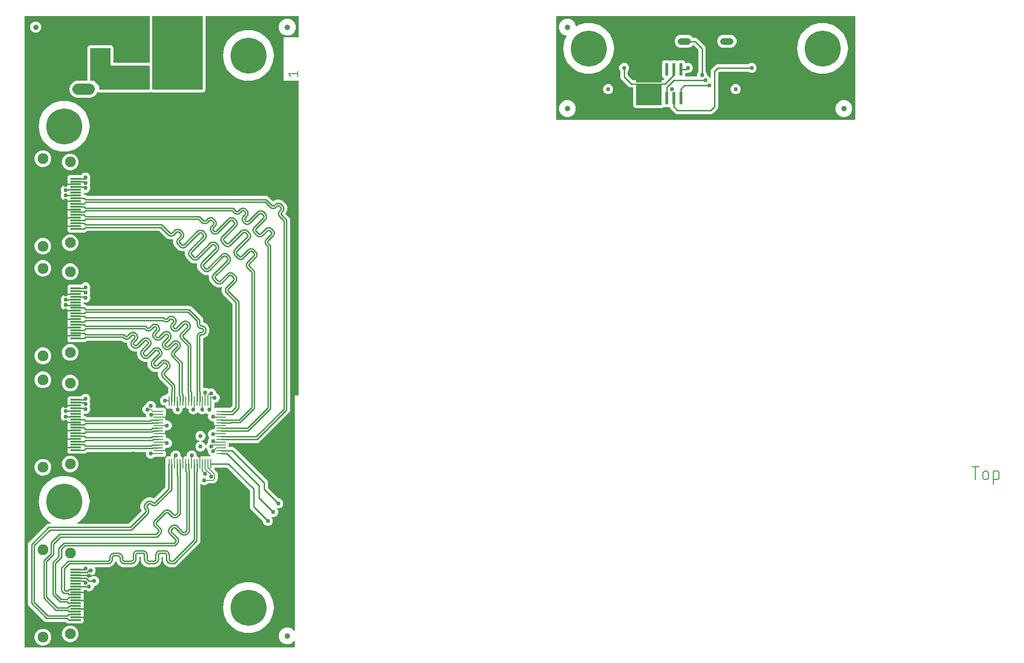
<source format=gbr>
G04 EAGLE Gerber RS-274X export*
G75*
%MOMM*%
%FSLAX34Y34*%
%LPD*%
%INTop Copper*%
%IPPOS*%
%AMOC8*
5,1,8,0,0,1.08239X$1,22.5*%
G01*
%ADD10C,0.152400*%
%ADD11C,0.203200*%
%ADD12R,0.700000X0.900000*%
%ADD13R,0.900000X0.700000*%
%ADD14R,1.400000X1.600000*%
%ADD15R,1.600000X1.400000*%
%ADD16C,2.000000*%
%ADD17C,1.000000*%
%ADD18R,1.900000X0.300000*%
%ADD19C,1.950000*%
%ADD20R,0.600000X2.200000*%
%ADD21R,6.200000X5.800000*%
%ADD22R,3.000000X1.600000*%
%ADD23C,1.219200*%
%ADD24C,6.451600*%
%ADD25R,1.651900X0.280000*%
%ADD26R,0.280000X1.651900*%
%ADD27C,0.295000*%
%ADD28C,0.756400*%

G36*
X5822Y1137916D02*
X5822Y1137916D01*
X5803Y1137918D01*
X5701Y1137896D01*
X5599Y1137880D01*
X5582Y1137870D01*
X5562Y1137866D01*
X5473Y1137813D01*
X5382Y1137764D01*
X5368Y1137750D01*
X5351Y1137740D01*
X5284Y1137661D01*
X5212Y1137586D01*
X5204Y1137568D01*
X5191Y1137553D01*
X5152Y1137457D01*
X5109Y1137363D01*
X5107Y1137343D01*
X5099Y1137325D01*
X5081Y1137158D01*
X5081Y5842D01*
X5084Y5822D01*
X5082Y5803D01*
X5104Y5701D01*
X5120Y5599D01*
X5130Y5582D01*
X5134Y5562D01*
X5187Y5473D01*
X5236Y5382D01*
X5250Y5368D01*
X5260Y5351D01*
X5339Y5284D01*
X5414Y5212D01*
X5432Y5204D01*
X5447Y5191D01*
X5543Y5152D01*
X5637Y5109D01*
X5657Y5107D01*
X5675Y5099D01*
X5842Y5081D01*
X488950Y5081D01*
X488970Y5084D01*
X488989Y5082D01*
X489091Y5104D01*
X489193Y5120D01*
X489210Y5130D01*
X489230Y5134D01*
X489319Y5187D01*
X489410Y5236D01*
X489424Y5250D01*
X489441Y5260D01*
X489508Y5339D01*
X489580Y5414D01*
X489588Y5432D01*
X489601Y5447D01*
X489640Y5543D01*
X489683Y5637D01*
X489685Y5657D01*
X489693Y5675D01*
X489711Y5842D01*
X489711Y15696D01*
X489700Y15767D01*
X489698Y15838D01*
X489680Y15887D01*
X489672Y15939D01*
X489638Y16002D01*
X489613Y16069D01*
X489581Y16110D01*
X489556Y16156D01*
X489505Y16205D01*
X489460Y16262D01*
X489416Y16290D01*
X489378Y16326D01*
X489313Y16356D01*
X489253Y16395D01*
X489202Y16407D01*
X489155Y16429D01*
X489084Y16437D01*
X489014Y16455D01*
X488962Y16451D01*
X488911Y16456D01*
X488840Y16441D01*
X488769Y16435D01*
X488721Y16415D01*
X488670Y16404D01*
X488609Y16367D01*
X488543Y16339D01*
X488487Y16294D01*
X488459Y16278D01*
X488444Y16260D01*
X488412Y16234D01*
X484793Y12615D01*
X479250Y10319D01*
X473250Y10319D01*
X467707Y12615D01*
X463465Y16857D01*
X461169Y22400D01*
X461169Y28400D01*
X463465Y33943D01*
X467707Y38185D01*
X473250Y40481D01*
X479250Y40481D01*
X484793Y38185D01*
X488412Y34566D01*
X488470Y34524D01*
X488522Y34474D01*
X488569Y34452D01*
X488611Y34422D01*
X488680Y34401D01*
X488745Y34371D01*
X488797Y34365D01*
X488847Y34350D01*
X488918Y34352D01*
X488989Y34344D01*
X489040Y34355D01*
X489092Y34356D01*
X489160Y34381D01*
X489230Y34396D01*
X489274Y34423D01*
X489323Y34441D01*
X489379Y34485D01*
X489441Y34522D01*
X489475Y34562D01*
X489515Y34594D01*
X489554Y34655D01*
X489601Y34709D01*
X489620Y34757D01*
X489648Y34801D01*
X489666Y34871D01*
X489693Y34937D01*
X489701Y35009D01*
X489709Y35040D01*
X489707Y35063D01*
X489711Y35104D01*
X489711Y456439D01*
X495808Y456439D01*
X495828Y456442D01*
X495847Y456440D01*
X495949Y456462D01*
X496051Y456478D01*
X496068Y456488D01*
X496088Y456492D01*
X496177Y456545D01*
X496268Y456594D01*
X496282Y456608D01*
X496299Y456618D01*
X496366Y456697D01*
X496438Y456772D01*
X496446Y456790D01*
X496459Y456805D01*
X496498Y456901D01*
X496541Y456995D01*
X496543Y457015D01*
X496551Y457033D01*
X496569Y457200D01*
X496569Y1020826D01*
X496566Y1020846D01*
X496568Y1020865D01*
X496546Y1020967D01*
X496530Y1021069D01*
X496520Y1021086D01*
X496516Y1021106D01*
X496463Y1021195D01*
X496414Y1021286D01*
X496400Y1021300D01*
X496390Y1021317D01*
X496311Y1021384D01*
X496236Y1021456D01*
X496218Y1021464D01*
X496203Y1021477D01*
X496107Y1021516D01*
X496013Y1021559D01*
X495993Y1021561D01*
X495975Y1021569D01*
X495808Y1021587D01*
X469584Y1021587D01*
X469137Y1022034D01*
X469137Y1098866D01*
X469584Y1099313D01*
X495808Y1099313D01*
X495828Y1099316D01*
X495847Y1099314D01*
X495949Y1099336D01*
X496051Y1099352D01*
X496068Y1099362D01*
X496088Y1099366D01*
X496177Y1099419D01*
X496268Y1099468D01*
X496282Y1099482D01*
X496299Y1099492D01*
X496366Y1099571D01*
X496438Y1099646D01*
X496446Y1099664D01*
X496459Y1099679D01*
X496498Y1099775D01*
X496541Y1099869D01*
X496543Y1099889D01*
X496551Y1099907D01*
X496569Y1100074D01*
X496569Y1137158D01*
X496566Y1137178D01*
X496568Y1137197D01*
X496546Y1137299D01*
X496530Y1137401D01*
X496520Y1137418D01*
X496516Y1137438D01*
X496463Y1137527D01*
X496414Y1137618D01*
X496400Y1137632D01*
X496390Y1137649D01*
X496311Y1137716D01*
X496236Y1137788D01*
X496218Y1137796D01*
X496203Y1137809D01*
X496107Y1137848D01*
X496013Y1137891D01*
X495993Y1137893D01*
X495975Y1137901D01*
X495808Y1137919D01*
X330454Y1137919D01*
X330434Y1137916D01*
X330415Y1137918D01*
X330313Y1137896D01*
X330211Y1137880D01*
X330194Y1137870D01*
X330174Y1137866D01*
X330085Y1137813D01*
X329994Y1137764D01*
X329980Y1137750D01*
X329963Y1137740D01*
X329896Y1137661D01*
X329824Y1137586D01*
X329816Y1137568D01*
X329803Y1137553D01*
X329764Y1137457D01*
X329721Y1137363D01*
X329719Y1137343D01*
X329711Y1137325D01*
X329693Y1137158D01*
X329693Y1005313D01*
X328803Y1003165D01*
X327160Y1001522D01*
X325012Y1000632D01*
X233788Y1000632D01*
X232066Y1001345D01*
X231977Y1001366D01*
X231891Y1001394D01*
X231858Y1001394D01*
X231827Y1001402D01*
X231736Y1001393D01*
X231645Y1001392D01*
X231605Y1001381D01*
X231582Y1001378D01*
X231553Y1001365D01*
X231484Y1001345D01*
X229762Y1000632D01*
X138538Y1000632D01*
X136378Y1001527D01*
X136359Y1001531D01*
X136341Y1001541D01*
X136239Y1001559D01*
X136139Y1001583D01*
X136119Y1001581D01*
X136099Y1001585D01*
X135997Y1001570D01*
X135894Y1001560D01*
X135875Y1001552D01*
X135856Y1001549D01*
X135763Y1001502D01*
X135669Y1001460D01*
X135654Y1001447D01*
X135636Y1001437D01*
X135564Y1001364D01*
X135488Y1001294D01*
X135478Y1001276D01*
X135464Y1001262D01*
X135383Y1001115D01*
X133910Y997557D01*
X129668Y993315D01*
X124125Y991019D01*
X98125Y991019D01*
X92582Y993315D01*
X88340Y997557D01*
X86044Y1003100D01*
X86044Y1009100D01*
X88340Y1014643D01*
X92582Y1018885D01*
X98125Y1021181D01*
X117221Y1021181D01*
X117241Y1021184D01*
X117260Y1021182D01*
X117362Y1021204D01*
X117464Y1021220D01*
X117481Y1021230D01*
X117501Y1021234D01*
X117590Y1021287D01*
X117681Y1021336D01*
X117695Y1021350D01*
X117712Y1021360D01*
X117779Y1021439D01*
X117851Y1021514D01*
X117859Y1021532D01*
X117872Y1021547D01*
X117911Y1021643D01*
X117954Y1021737D01*
X117956Y1021757D01*
X117959Y1021764D01*
X117966Y1021768D01*
X118033Y1021847D01*
X118105Y1021922D01*
X118113Y1021940D01*
X118126Y1021955D01*
X118165Y1022051D01*
X118208Y1022145D01*
X118210Y1022165D01*
X118218Y1022183D01*
X118236Y1022350D01*
X118236Y1081275D01*
X118872Y1082810D01*
X120515Y1084453D01*
X122050Y1085089D01*
X160525Y1085089D01*
X162060Y1084453D01*
X163703Y1082810D01*
X164339Y1081275D01*
X164339Y1054100D01*
X164342Y1054080D01*
X164340Y1054061D01*
X164362Y1053959D01*
X164379Y1053857D01*
X164388Y1053840D01*
X164392Y1053820D01*
X164445Y1053731D01*
X164494Y1053640D01*
X164508Y1053626D01*
X164518Y1053609D01*
X164597Y1053542D01*
X164672Y1053471D01*
X164690Y1053462D01*
X164705Y1053449D01*
X164801Y1053410D01*
X164895Y1053367D01*
X164915Y1053365D01*
X164933Y1053357D01*
X165100Y1053339D01*
X228600Y1053339D01*
X228620Y1053342D01*
X228639Y1053340D01*
X228741Y1053362D01*
X228843Y1053379D01*
X228860Y1053388D01*
X228880Y1053392D01*
X228969Y1053445D01*
X229060Y1053494D01*
X229074Y1053508D01*
X229091Y1053518D01*
X229158Y1053597D01*
X229230Y1053672D01*
X229238Y1053690D01*
X229251Y1053705D01*
X229290Y1053801D01*
X229333Y1053895D01*
X229335Y1053915D01*
X229343Y1053933D01*
X229361Y1054100D01*
X229361Y1137158D01*
X229358Y1137178D01*
X229360Y1137197D01*
X229338Y1137299D01*
X229322Y1137401D01*
X229312Y1137418D01*
X229308Y1137438D01*
X229255Y1137527D01*
X229206Y1137618D01*
X229192Y1137632D01*
X229182Y1137649D01*
X229103Y1137716D01*
X229028Y1137788D01*
X229010Y1137796D01*
X228995Y1137809D01*
X228899Y1137848D01*
X228805Y1137891D01*
X228785Y1137893D01*
X228767Y1137901D01*
X228600Y1137919D01*
X5842Y1137919D01*
X5822Y1137916D01*
G37*
%LPC*%
G36*
X84888Y47519D02*
X84888Y47519D01*
X84872Y47526D01*
X84831Y47530D01*
X84809Y47537D01*
X84777Y47536D01*
X84705Y47544D01*
X83121Y47544D01*
X80711Y48542D01*
X79157Y50096D01*
X79084Y50149D01*
X79014Y50209D01*
X78984Y50221D01*
X78958Y50240D01*
X78871Y50267D01*
X78786Y50301D01*
X78745Y50305D01*
X78723Y50312D01*
X78690Y50311D01*
X78619Y50319D01*
X43478Y50319D01*
X41068Y51317D01*
X12217Y80168D01*
X11219Y82578D01*
X11219Y190472D01*
X12217Y192882D01*
X45243Y225908D01*
X47653Y226906D01*
X51836Y226906D01*
X51865Y226911D01*
X51895Y226908D01*
X51986Y226930D01*
X52079Y226945D01*
X52105Y226959D01*
X52134Y226967D01*
X52213Y227017D01*
X52296Y227061D01*
X52317Y227082D01*
X52342Y227098D01*
X52401Y227171D01*
X52465Y227239D01*
X52478Y227266D01*
X52497Y227289D01*
X52530Y227377D01*
X52569Y227462D01*
X52572Y227492D01*
X52583Y227520D01*
X52586Y227613D01*
X52596Y227706D01*
X52590Y227736D01*
X52591Y227765D01*
X52564Y227855D01*
X52544Y227947D01*
X52529Y227972D01*
X52520Y228001D01*
X52466Y228078D01*
X52418Y228158D01*
X52395Y228177D01*
X52378Y228202D01*
X52248Y228307D01*
X46264Y232153D01*
X37744Y241986D01*
X32339Y253821D01*
X30487Y266700D01*
X32339Y279579D01*
X37744Y291414D01*
X46264Y301247D01*
X57210Y308282D01*
X69694Y311948D01*
X82706Y311948D01*
X95190Y308282D01*
X106136Y301247D01*
X114656Y291414D01*
X120061Y279579D01*
X121913Y266700D01*
X120061Y253821D01*
X114656Y241986D01*
X106136Y232153D01*
X100152Y228307D01*
X100130Y228287D01*
X100104Y228273D01*
X100039Y228206D01*
X99970Y228143D01*
X99955Y228117D01*
X99935Y228095D01*
X99895Y228010D01*
X99849Y227928D01*
X99843Y227899D01*
X99831Y227872D01*
X99821Y227779D01*
X99803Y227687D01*
X99807Y227657D01*
X99804Y227628D01*
X99824Y227536D01*
X99836Y227443D01*
X99850Y227416D01*
X99856Y227387D01*
X99904Y227307D01*
X99946Y227223D01*
X99967Y227202D01*
X99982Y227176D01*
X100053Y227115D01*
X100120Y227049D01*
X100146Y227036D01*
X100169Y227016D01*
X100256Y226981D01*
X100340Y226939D01*
X100370Y226935D01*
X100397Y226924D01*
X100564Y226906D01*
X191869Y226906D01*
X191959Y226920D01*
X192050Y226928D01*
X192080Y226940D01*
X192112Y226945D01*
X192193Y226988D01*
X192277Y227024D01*
X192309Y227050D01*
X192329Y227061D01*
X192352Y227084D01*
X192408Y227129D01*
X214866Y249587D01*
X214933Y249681D01*
X215003Y249775D01*
X215005Y249781D01*
X215009Y249786D01*
X215043Y249897D01*
X215080Y250009D01*
X215080Y250016D01*
X215081Y250022D01*
X215078Y250138D01*
X215077Y250255D01*
X215075Y250262D01*
X215075Y250267D01*
X215069Y250285D01*
X215031Y250416D01*
X213185Y254873D01*
X213185Y260584D01*
X215370Y265860D01*
X217389Y267879D01*
X217390Y267879D01*
X217502Y267992D01*
X220285Y270775D01*
X221275Y271765D01*
X226551Y273950D01*
X232262Y273950D01*
X236719Y272104D01*
X236832Y272078D01*
X236946Y272049D01*
X236952Y272050D01*
X236958Y272048D01*
X237075Y272059D01*
X237191Y272068D01*
X237197Y272071D01*
X237203Y272071D01*
X237311Y272119D01*
X237417Y272165D01*
X237423Y272169D01*
X237428Y272171D01*
X237442Y272184D01*
X237548Y272270D01*
X257221Y291943D01*
X257274Y292016D01*
X257334Y292086D01*
X257346Y292116D01*
X257365Y292142D01*
X257392Y292229D01*
X257426Y292314D01*
X257430Y292355D01*
X257437Y292377D01*
X257436Y292409D01*
X257444Y292481D01*
X257444Y335387D01*
X257586Y335730D01*
X257601Y335794D01*
X257626Y335855D01*
X257635Y335937D01*
X257642Y335969D01*
X257641Y335989D01*
X257644Y336021D01*
X257644Y344572D01*
X260620Y347548D01*
X266601Y347548D01*
X266621Y347551D01*
X266640Y347549D01*
X266742Y347571D01*
X266844Y347588D01*
X266861Y347597D01*
X266881Y347602D01*
X266970Y347655D01*
X267061Y347703D01*
X267075Y347717D01*
X267092Y347728D01*
X267159Y347806D01*
X267231Y347881D01*
X267239Y347899D01*
X267252Y347915D01*
X267291Y348011D01*
X267334Y348104D01*
X267336Y348124D01*
X267344Y348143D01*
X267362Y348309D01*
X267362Y351013D01*
X268712Y354270D01*
X271205Y356763D01*
X274462Y358113D01*
X277988Y358113D01*
X281245Y356763D01*
X283738Y354270D01*
X285088Y351013D01*
X285088Y348309D01*
X285091Y348290D01*
X285089Y348270D01*
X285111Y348169D01*
X285127Y348067D01*
X285137Y348049D01*
X285141Y348030D01*
X285194Y347941D01*
X285243Y347849D01*
X285257Y347836D01*
X285267Y347819D01*
X285346Y347751D01*
X285421Y347680D01*
X285439Y347672D01*
X285454Y347659D01*
X285550Y347620D01*
X285644Y347576D01*
X285664Y347574D01*
X285682Y347567D01*
X285849Y347548D01*
X287630Y347548D01*
X288587Y346591D01*
X288603Y346579D01*
X288615Y346564D01*
X288703Y346508D01*
X288786Y346447D01*
X288805Y346442D01*
X288822Y346431D01*
X288923Y346406D01*
X289022Y346375D01*
X289041Y346376D01*
X289061Y346371D01*
X289164Y346379D01*
X289267Y346381D01*
X289286Y346388D01*
X289306Y346390D01*
X289401Y346430D01*
X289498Y346466D01*
X289514Y346478D01*
X289532Y346486D01*
X289663Y346591D01*
X290620Y347548D01*
X295176Y347548D01*
X295196Y347551D01*
X295215Y347549D01*
X295317Y347571D01*
X295419Y347588D01*
X295436Y347597D01*
X295456Y347602D01*
X295545Y347655D01*
X295636Y347703D01*
X295650Y347717D01*
X295667Y347728D01*
X295734Y347806D01*
X295806Y347881D01*
X295814Y347899D01*
X295827Y347915D01*
X295866Y348011D01*
X295909Y348104D01*
X295911Y348124D01*
X295919Y348143D01*
X295937Y348309D01*
X295937Y351013D01*
X297287Y354270D01*
X299780Y356763D01*
X303037Y358113D01*
X306563Y358113D01*
X309820Y356763D01*
X312313Y354270D01*
X313663Y351013D01*
X313663Y348309D01*
X313666Y348290D01*
X313664Y348270D01*
X313686Y348169D01*
X313702Y348067D01*
X313712Y348049D01*
X313716Y348030D01*
X313769Y347941D01*
X313818Y347849D01*
X313832Y347836D01*
X313842Y347819D01*
X313921Y347751D01*
X313996Y347680D01*
X314014Y347672D01*
X314029Y347659D01*
X314125Y347620D01*
X314219Y347576D01*
X314239Y347574D01*
X314257Y347567D01*
X314424Y347548D01*
X317630Y347548D01*
X318587Y346591D01*
X318603Y346579D01*
X318615Y346564D01*
X318703Y346508D01*
X318786Y346447D01*
X318805Y346442D01*
X318822Y346431D01*
X318923Y346406D01*
X319022Y346375D01*
X319041Y346376D01*
X319061Y346371D01*
X319164Y346379D01*
X319267Y346381D01*
X319286Y346388D01*
X319306Y346390D01*
X319401Y346430D01*
X319498Y346466D01*
X319514Y346478D01*
X319532Y346486D01*
X319663Y346591D01*
X320620Y347548D01*
X337672Y347548D01*
X337768Y347564D01*
X337865Y347573D01*
X337889Y347584D01*
X337915Y347588D01*
X338001Y347633D01*
X338090Y347673D01*
X338109Y347691D01*
X338132Y347703D01*
X338199Y347774D01*
X338271Y347840D01*
X338284Y347862D01*
X338302Y347881D01*
X338343Y347970D01*
X338390Y348055D01*
X338394Y348081D01*
X338405Y348104D01*
X338416Y348201D01*
X338433Y348297D01*
X338430Y348323D01*
X338433Y348349D01*
X338412Y348444D01*
X338398Y348541D01*
X338386Y348564D01*
X338380Y348589D01*
X338330Y348673D01*
X338286Y348760D01*
X338267Y348778D01*
X338254Y348800D01*
X338180Y348864D01*
X338110Y348932D01*
X338082Y348948D01*
X338067Y348960D01*
X338036Y348973D01*
X337964Y349013D01*
X337880Y349048D01*
X335387Y351541D01*
X334037Y354798D01*
X334037Y357964D01*
X334023Y358054D01*
X334015Y358145D01*
X334003Y358174D01*
X333998Y358206D01*
X333955Y358287D01*
X333919Y358371D01*
X333893Y358403D01*
X333882Y358424D01*
X333859Y358446D01*
X333814Y358502D01*
X332212Y360105D01*
X330903Y363263D01*
X330865Y363324D01*
X330836Y363389D01*
X330801Y363428D01*
X330774Y363472D01*
X330718Y363518D01*
X330670Y363571D01*
X330624Y363596D01*
X330584Y363629D01*
X330517Y363655D01*
X330454Y363689D01*
X330403Y363698D01*
X330355Y363717D01*
X330283Y363720D01*
X330212Y363733D01*
X330161Y363725D01*
X330109Y363728D01*
X330040Y363708D01*
X329969Y363697D01*
X329923Y363673D01*
X329873Y363659D01*
X329814Y363618D01*
X329750Y363586D01*
X329713Y363548D01*
X329671Y363519D01*
X329628Y363461D01*
X329578Y363410D01*
X329543Y363347D01*
X329524Y363321D01*
X329517Y363299D01*
X329497Y363263D01*
X328188Y360105D01*
X325695Y357612D01*
X322438Y356262D01*
X318912Y356262D01*
X315655Y357612D01*
X313162Y360105D01*
X311812Y363362D01*
X311812Y366888D01*
X313162Y370145D01*
X315655Y372638D01*
X318813Y373947D01*
X318874Y373985D01*
X318939Y374014D01*
X318978Y374049D01*
X319022Y374076D01*
X319068Y374132D01*
X319121Y374180D01*
X319146Y374226D01*
X319179Y374266D01*
X319205Y374333D01*
X319239Y374396D01*
X319248Y374447D01*
X319267Y374495D01*
X319270Y374567D01*
X319283Y374638D01*
X319275Y374689D01*
X319278Y374741D01*
X319258Y374810D01*
X319247Y374881D01*
X319223Y374927D01*
X319209Y374977D01*
X319168Y375036D01*
X319136Y375100D01*
X319098Y375137D01*
X319069Y375179D01*
X319011Y375222D01*
X318960Y375272D01*
X318897Y375307D01*
X318871Y375326D01*
X318849Y375333D01*
X318813Y375353D01*
X315655Y376662D01*
X313162Y379155D01*
X311812Y382412D01*
X311812Y385938D01*
X313162Y389195D01*
X315655Y391688D01*
X318912Y393038D01*
X322438Y393038D01*
X325695Y391688D01*
X328188Y389195D01*
X329538Y385938D01*
X329538Y382412D01*
X328188Y379155D01*
X325695Y376662D01*
X322537Y375353D01*
X322476Y375315D01*
X322411Y375286D01*
X322372Y375251D01*
X322328Y375224D01*
X322282Y375168D01*
X322229Y375120D01*
X322204Y375074D01*
X322171Y375034D01*
X322145Y374967D01*
X322111Y374904D01*
X322102Y374853D01*
X322083Y374805D01*
X322080Y374733D01*
X322067Y374662D01*
X322075Y374611D01*
X322072Y374559D01*
X322092Y374490D01*
X322103Y374419D01*
X322127Y374373D01*
X322141Y374323D01*
X322182Y374264D01*
X322214Y374200D01*
X322252Y374163D01*
X322281Y374121D01*
X322339Y374078D01*
X322390Y374028D01*
X322453Y373993D01*
X322479Y373974D01*
X322501Y373967D01*
X322537Y373947D01*
X325695Y372638D01*
X328188Y370145D01*
X329497Y366987D01*
X329535Y366926D01*
X329564Y366861D01*
X329599Y366822D01*
X329626Y366778D01*
X329682Y366732D01*
X329730Y366679D01*
X329776Y366654D01*
X329816Y366621D01*
X329883Y366595D01*
X329946Y366561D01*
X329997Y366552D01*
X330045Y366533D01*
X330117Y366530D01*
X330188Y366517D01*
X330239Y366525D01*
X330291Y366522D01*
X330360Y366542D01*
X330431Y366553D01*
X330477Y366577D01*
X330527Y366591D01*
X330586Y366632D01*
X330650Y366664D01*
X330687Y366702D01*
X330729Y366731D01*
X330772Y366789D01*
X330822Y366840D01*
X330857Y366903D01*
X330876Y366929D01*
X330883Y366951D01*
X330903Y366987D01*
X332212Y370145D01*
X333946Y371880D01*
X334014Y371974D01*
X334084Y372068D01*
X334086Y372074D01*
X334089Y372079D01*
X334124Y372191D01*
X334160Y372302D01*
X334160Y372309D01*
X334162Y372315D01*
X334159Y372431D01*
X334158Y372548D01*
X334156Y372555D01*
X334155Y372560D01*
X334149Y372578D01*
X334111Y372709D01*
X334037Y372887D01*
X334037Y376413D01*
X335387Y379670D01*
X336178Y380462D01*
X336190Y380478D01*
X336205Y380490D01*
X336261Y380578D01*
X336321Y380661D01*
X336327Y380680D01*
X336338Y380697D01*
X336363Y380798D01*
X336394Y380897D01*
X336393Y380916D01*
X336398Y380936D01*
X336390Y381039D01*
X336387Y381142D01*
X336381Y381161D01*
X336379Y381181D01*
X336339Y381276D01*
X336303Y381373D01*
X336290Y381389D01*
X336283Y381407D01*
X336178Y381538D01*
X335387Y382330D01*
X334037Y385587D01*
X334037Y389113D01*
X335387Y392370D01*
X337880Y394863D01*
X341137Y396213D01*
X343841Y396213D01*
X343860Y396216D01*
X343880Y396214D01*
X343981Y396236D01*
X344083Y396252D01*
X344101Y396262D01*
X344120Y396266D01*
X344209Y396319D01*
X344301Y396368D01*
X344314Y396382D01*
X344331Y396392D01*
X344399Y396471D01*
X344470Y396546D01*
X344478Y396564D01*
X344491Y396579D01*
X344530Y396675D01*
X344574Y396769D01*
X344576Y396789D01*
X344583Y396807D01*
X344602Y396974D01*
X344602Y401530D01*
X345559Y402487D01*
X345571Y402503D01*
X345586Y402515D01*
X345642Y402603D01*
X345703Y402686D01*
X345708Y402705D01*
X345719Y402722D01*
X345744Y402823D01*
X345775Y402922D01*
X345774Y402941D01*
X345779Y402961D01*
X345771Y403064D01*
X345769Y403167D01*
X345762Y403186D01*
X345760Y403206D01*
X345720Y403301D01*
X345684Y403398D01*
X345672Y403414D01*
X345664Y403432D01*
X345559Y403563D01*
X344602Y404520D01*
X344602Y409476D01*
X344599Y409496D01*
X344601Y409515D01*
X344579Y409617D01*
X344562Y409719D01*
X344553Y409736D01*
X344548Y409756D01*
X344495Y409845D01*
X344447Y409936D01*
X344433Y409950D01*
X344422Y409967D01*
X344344Y410034D01*
X344269Y410106D01*
X344251Y410114D01*
X344235Y410127D01*
X344139Y410166D01*
X344046Y410209D01*
X344026Y410211D01*
X344007Y410219D01*
X343841Y410237D01*
X341137Y410237D01*
X337880Y411587D01*
X335387Y414080D01*
X334037Y417337D01*
X334037Y420863D01*
X334589Y422195D01*
X334594Y422215D01*
X334603Y422232D01*
X334622Y422334D01*
X334645Y422435D01*
X334643Y422455D01*
X334647Y422474D01*
X334632Y422577D01*
X334622Y422680D01*
X334614Y422698D01*
X334611Y422718D01*
X334564Y422810D01*
X334522Y422904D01*
X334509Y422919D01*
X334500Y422937D01*
X334426Y423009D01*
X334356Y423085D01*
X334338Y423095D01*
X334324Y423109D01*
X334177Y423190D01*
X331530Y424287D01*
X330738Y425078D01*
X330722Y425090D01*
X330710Y425105D01*
X330642Y425148D01*
X330605Y425180D01*
X330584Y425189D01*
X330539Y425221D01*
X330520Y425227D01*
X330503Y425238D01*
X330402Y425263D01*
X330388Y425268D01*
X330377Y425272D01*
X330372Y425273D01*
X330303Y425294D01*
X330284Y425293D01*
X330264Y425298D01*
X330161Y425290D01*
X330058Y425287D01*
X330039Y425281D01*
X330019Y425279D01*
X329957Y425253D01*
X329947Y425251D01*
X329923Y425238D01*
X329827Y425203D01*
X329811Y425190D01*
X329793Y425183D01*
X329743Y425143D01*
X329730Y425136D01*
X329716Y425121D01*
X329662Y425078D01*
X328870Y424287D01*
X325613Y422937D01*
X322087Y422937D01*
X318830Y424287D01*
X316451Y426665D01*
X316435Y426677D01*
X316422Y426693D01*
X316335Y426749D01*
X316251Y426809D01*
X316232Y426815D01*
X316215Y426826D01*
X316115Y426851D01*
X316016Y426881D01*
X315996Y426881D01*
X315977Y426886D01*
X315874Y426878D01*
X315770Y426875D01*
X315751Y426868D01*
X315731Y426867D01*
X315637Y426826D01*
X315539Y426791D01*
X315523Y426778D01*
X315505Y426770D01*
X315374Y426665D01*
X312995Y424287D01*
X309738Y422937D01*
X306212Y422937D01*
X302955Y424287D01*
X300462Y426780D01*
X299112Y430037D01*
X299112Y432741D01*
X299109Y432760D01*
X299111Y432780D01*
X299089Y432881D01*
X299073Y432983D01*
X299063Y433001D01*
X299059Y433020D01*
X299006Y433109D01*
X298957Y433201D01*
X298943Y433214D01*
X298933Y433231D01*
X298854Y433299D01*
X298779Y433370D01*
X298761Y433378D01*
X298746Y433391D01*
X298650Y433430D01*
X298556Y433474D01*
X298536Y433476D01*
X298518Y433483D01*
X298351Y433502D01*
X295620Y433502D01*
X294663Y434459D01*
X294647Y434471D01*
X294635Y434486D01*
X294547Y434542D01*
X294464Y434603D01*
X294445Y434608D01*
X294428Y434619D01*
X294327Y434644D01*
X294228Y434675D01*
X294209Y434674D01*
X294189Y434679D01*
X294086Y434671D01*
X293983Y434669D01*
X293964Y434662D01*
X293944Y434660D01*
X293849Y434620D01*
X293752Y434584D01*
X293736Y434572D01*
X293718Y434564D01*
X293587Y434459D01*
X292630Y433502D01*
X289024Y433502D01*
X289004Y433499D01*
X288985Y433501D01*
X288883Y433479D01*
X288781Y433462D01*
X288764Y433453D01*
X288744Y433448D01*
X288655Y433395D01*
X288564Y433347D01*
X288550Y433333D01*
X288533Y433322D01*
X288466Y433244D01*
X288394Y433169D01*
X288386Y433151D01*
X288373Y433135D01*
X288334Y433039D01*
X288291Y432946D01*
X288289Y432926D01*
X288281Y432907D01*
X288263Y432741D01*
X288263Y430037D01*
X286913Y426780D01*
X284420Y424287D01*
X281163Y422937D01*
X277637Y422937D01*
X274380Y424287D01*
X271887Y426780D01*
X270537Y430037D01*
X270537Y432741D01*
X270534Y432760D01*
X270536Y432780D01*
X270514Y432881D01*
X270498Y432983D01*
X270488Y433001D01*
X270484Y433020D01*
X270431Y433109D01*
X270382Y433201D01*
X270368Y433214D01*
X270358Y433231D01*
X270279Y433299D01*
X270204Y433370D01*
X270186Y433378D01*
X270171Y433391D01*
X270075Y433430D01*
X269981Y433474D01*
X269961Y433476D01*
X269943Y433483D01*
X269776Y433502D01*
X260620Y433502D01*
X257644Y436478D01*
X257644Y438051D01*
X257641Y438071D01*
X257643Y438090D01*
X257621Y438192D01*
X257605Y438294D01*
X257595Y438311D01*
X257591Y438331D01*
X257538Y438420D01*
X257489Y438511D01*
X257475Y438525D01*
X257465Y438542D01*
X257386Y438609D01*
X257311Y438681D01*
X257293Y438689D01*
X257278Y438702D01*
X257182Y438741D01*
X257088Y438784D01*
X257068Y438786D01*
X257050Y438794D01*
X256883Y438812D01*
X255412Y438812D01*
X252155Y440162D01*
X249662Y442655D01*
X248312Y445912D01*
X248312Y449438D01*
X249662Y452695D01*
X252155Y455188D01*
X255412Y456538D01*
X256883Y456538D01*
X256903Y456541D01*
X256922Y456539D01*
X257024Y456561D01*
X257126Y456577D01*
X257143Y456587D01*
X257163Y456591D01*
X257252Y456644D01*
X257343Y456693D01*
X257357Y456707D01*
X257374Y456717D01*
X257441Y456796D01*
X257513Y456871D01*
X257521Y456889D01*
X257534Y456904D01*
X257573Y457000D01*
X257616Y457094D01*
X257618Y457114D01*
X257626Y457132D01*
X257633Y457194D01*
X260620Y460182D01*
X261808Y460182D01*
X261828Y460185D01*
X261847Y460183D01*
X261949Y460205D01*
X262051Y460222D01*
X262068Y460231D01*
X262088Y460236D01*
X262177Y460289D01*
X262268Y460337D01*
X262282Y460351D01*
X262299Y460362D01*
X262366Y460440D01*
X262438Y460515D01*
X262446Y460533D01*
X262459Y460549D01*
X262498Y460645D01*
X262541Y460738D01*
X262543Y460758D01*
X262551Y460777D01*
X262569Y460943D01*
X262569Y465225D01*
X262786Y465749D01*
X262801Y465813D01*
X262826Y465874D01*
X262835Y465957D01*
X262842Y465989D01*
X262841Y466008D01*
X262844Y466040D01*
X262844Y470519D01*
X262830Y470609D01*
X262822Y470700D01*
X262810Y470730D01*
X262805Y470762D01*
X262762Y470843D01*
X262726Y470927D01*
X262700Y470959D01*
X262689Y470979D01*
X262666Y471002D01*
X262621Y471057D01*
X247310Y486368D01*
X247310Y486369D01*
X246320Y487359D01*
X244135Y492635D01*
X244135Y498209D01*
X244131Y498229D01*
X244134Y498248D01*
X244112Y498350D01*
X244095Y498452D01*
X244086Y498469D01*
X244081Y498489D01*
X244028Y498578D01*
X243980Y498669D01*
X243965Y498683D01*
X243955Y498700D01*
X243876Y498767D01*
X243801Y498838D01*
X243783Y498847D01*
X243768Y498860D01*
X243672Y498899D01*
X243578Y498942D01*
X243559Y498944D01*
X243540Y498952D01*
X243373Y498970D01*
X237799Y498970D01*
X232523Y501156D01*
X231533Y502146D01*
X229600Y504078D01*
X229600Y504079D01*
X229475Y504204D01*
X228560Y505118D01*
X228560Y505119D01*
X227570Y506109D01*
X225385Y511385D01*
X225385Y516406D01*
X225381Y516425D01*
X225384Y516445D01*
X225362Y516546D01*
X225345Y516648D01*
X225336Y516666D01*
X225331Y516685D01*
X225278Y516774D01*
X225230Y516866D01*
X225215Y516879D01*
X225205Y516896D01*
X225126Y516964D01*
X225051Y517035D01*
X225033Y517043D01*
X225018Y517056D01*
X224922Y517095D01*
X224828Y517139D01*
X224809Y517141D01*
X224790Y517148D01*
X224623Y517167D01*
X219603Y517167D01*
X214326Y519352D01*
X212307Y521372D01*
X212168Y521511D01*
X211278Y522401D01*
X209810Y523868D01*
X209810Y523869D01*
X208820Y524859D01*
X206635Y530135D01*
X206635Y534818D01*
X206631Y534837D01*
X206634Y534857D01*
X206612Y534958D01*
X206595Y535060D01*
X206586Y535078D01*
X206581Y535097D01*
X206528Y535186D01*
X206480Y535278D01*
X206465Y535291D01*
X206455Y535309D01*
X206376Y535376D01*
X206301Y535447D01*
X206283Y535455D01*
X206268Y535468D01*
X206172Y535507D01*
X206078Y535551D01*
X206059Y535553D01*
X206040Y535560D01*
X205873Y535579D01*
X201191Y535579D01*
X195914Y537764D01*
X194924Y538754D01*
X193267Y540411D01*
X192866Y540813D01*
X192560Y541118D01*
X192560Y541119D01*
X191570Y542109D01*
X189385Y547385D01*
X189385Y551184D01*
X189381Y551203D01*
X189384Y551223D01*
X189362Y551325D01*
X189345Y551427D01*
X189336Y551444D01*
X189331Y551464D01*
X189278Y551553D01*
X189230Y551644D01*
X189215Y551658D01*
X189205Y551675D01*
X189126Y551742D01*
X189051Y551813D01*
X189033Y551822D01*
X189018Y551835D01*
X188922Y551873D01*
X188828Y551917D01*
X188809Y551919D01*
X188790Y551927D01*
X188623Y551945D01*
X184825Y551945D01*
X179548Y554131D01*
X178758Y554921D01*
X178684Y554974D01*
X178614Y555034D01*
X178584Y555046D01*
X178558Y555065D01*
X178471Y555092D01*
X178386Y555126D01*
X178345Y555130D01*
X178323Y555137D01*
X178291Y555136D01*
X178219Y555144D01*
X117856Y555144D01*
X117766Y555130D01*
X117675Y555122D01*
X117645Y555110D01*
X117613Y555105D01*
X117532Y555062D01*
X117448Y555026D01*
X117416Y555000D01*
X117396Y554989D01*
X117374Y554966D01*
X117317Y554921D01*
X115764Y553367D01*
X113354Y552369D01*
X108595Y552369D01*
X108505Y552354D01*
X108413Y552347D01*
X108406Y552344D01*
X85045Y552344D01*
X82069Y555320D01*
X82069Y562530D01*
X82926Y563387D01*
X82938Y563403D01*
X82954Y563415D01*
X83010Y563503D01*
X83070Y563586D01*
X83076Y563605D01*
X83087Y563622D01*
X83112Y563723D01*
X83142Y563822D01*
X83142Y563841D01*
X83147Y563861D01*
X83139Y563964D01*
X83136Y564067D01*
X83129Y564086D01*
X83128Y564106D01*
X83087Y564201D01*
X83052Y564298D01*
X83039Y564314D01*
X83031Y564332D01*
X82926Y564463D01*
X82069Y565320D01*
X82069Y577530D01*
X82926Y578387D01*
X82938Y578403D01*
X82954Y578415D01*
X83010Y578503D01*
X83070Y578586D01*
X83076Y578605D01*
X83087Y578622D01*
X83112Y578723D01*
X83142Y578822D01*
X83142Y578841D01*
X83147Y578861D01*
X83139Y578964D01*
X83136Y579067D01*
X83129Y579086D01*
X83128Y579106D01*
X83087Y579201D01*
X83052Y579298D01*
X83039Y579314D01*
X83031Y579332D01*
X82926Y579463D01*
X82069Y580320D01*
X82069Y592530D01*
X82926Y593387D01*
X82938Y593403D01*
X82954Y593415D01*
X83010Y593503D01*
X83070Y593586D01*
X83076Y593605D01*
X83087Y593622D01*
X83112Y593723D01*
X83142Y593822D01*
X83142Y593841D01*
X83147Y593861D01*
X83139Y593964D01*
X83136Y594067D01*
X83129Y594086D01*
X83128Y594106D01*
X83087Y594201D01*
X83052Y594298D01*
X83039Y594314D01*
X83031Y594332D01*
X82926Y594463D01*
X82069Y595320D01*
X82069Y607530D01*
X82926Y608387D01*
X82938Y608403D01*
X82954Y608415D01*
X83010Y608503D01*
X83070Y608586D01*
X83076Y608605D01*
X83087Y608622D01*
X83112Y608723D01*
X83142Y608822D01*
X83142Y608841D01*
X83147Y608861D01*
X83139Y608964D01*
X83136Y609067D01*
X83129Y609086D01*
X83128Y609106D01*
X83087Y609201D01*
X83052Y609298D01*
X83039Y609314D01*
X83031Y609332D01*
X82926Y609463D01*
X82197Y610192D01*
X82103Y610260D01*
X82009Y610330D01*
X82003Y610332D01*
X81998Y610336D01*
X81886Y610370D01*
X81775Y610407D01*
X81768Y610407D01*
X81763Y610408D01*
X81646Y610405D01*
X81529Y610404D01*
X81522Y610402D01*
X81517Y610402D01*
X81499Y610396D01*
X81368Y610357D01*
X81138Y610262D01*
X77612Y610262D01*
X74355Y611612D01*
X71862Y614105D01*
X70512Y617362D01*
X70512Y620888D01*
X71634Y623596D01*
X71655Y623685D01*
X71683Y623772D01*
X71683Y623804D01*
X71690Y623836D01*
X71682Y623926D01*
X71681Y624018D01*
X71669Y624057D01*
X71667Y624081D01*
X71654Y624110D01*
X71634Y624179D01*
X70512Y626887D01*
X70512Y630413D01*
X71862Y633670D01*
X74355Y636163D01*
X77612Y637513D01*
X81138Y637513D01*
X81315Y637440D01*
X81428Y637413D01*
X81542Y637384D01*
X81548Y637385D01*
X81554Y637383D01*
X81671Y637394D01*
X81787Y637403D01*
X81793Y637406D01*
X81799Y637406D01*
X81907Y637454D01*
X82013Y637500D01*
X82019Y637504D01*
X82024Y637506D01*
X82038Y637519D01*
X82144Y637605D01*
X82926Y638387D01*
X82938Y638403D01*
X82954Y638415D01*
X83010Y638503D01*
X83070Y638586D01*
X83076Y638605D01*
X83087Y638622D01*
X83112Y638723D01*
X83142Y638822D01*
X83142Y638841D01*
X83147Y638861D01*
X83139Y638964D01*
X83136Y639067D01*
X83129Y639086D01*
X83128Y639106D01*
X83087Y639201D01*
X83052Y639298D01*
X83039Y639314D01*
X83031Y639332D01*
X82926Y639463D01*
X82069Y640320D01*
X82069Y652530D01*
X85045Y655506D01*
X106117Y655506D01*
X106232Y655525D01*
X106348Y655542D01*
X106353Y655544D01*
X106359Y655545D01*
X106462Y655600D01*
X106567Y655653D01*
X106571Y655658D01*
X106577Y655661D01*
X106656Y655744D01*
X106739Y655829D01*
X106743Y655835D01*
X106746Y655839D01*
X106754Y655856D01*
X106762Y655871D01*
X109280Y658388D01*
X112537Y659738D01*
X116063Y659738D01*
X119320Y658388D01*
X121813Y655895D01*
X123163Y652638D01*
X123163Y649112D01*
X122041Y646404D01*
X122020Y646315D01*
X121992Y646228D01*
X121992Y646196D01*
X121985Y646164D01*
X121993Y646074D01*
X121994Y645982D01*
X122006Y645943D01*
X122008Y645919D01*
X122021Y645890D01*
X122041Y645821D01*
X123163Y643113D01*
X123163Y639587D01*
X122135Y637106D01*
X122114Y637017D01*
X122086Y636930D01*
X122086Y636898D01*
X122079Y636866D01*
X122087Y636776D01*
X122088Y636684D01*
X122100Y636645D01*
X122102Y636621D01*
X122115Y636592D01*
X122135Y636523D01*
X123163Y634042D01*
X123163Y630516D01*
X121813Y627259D01*
X119320Y624766D01*
X116063Y623416D01*
X112537Y623416D01*
X112283Y623521D01*
X112239Y623532D01*
X112197Y623551D01*
X112120Y623560D01*
X112044Y623578D01*
X111998Y623573D01*
X111953Y623578D01*
X111876Y623562D01*
X111799Y623554D01*
X111757Y623536D01*
X111712Y623526D01*
X111645Y623486D01*
X111574Y623455D01*
X111540Y623423D01*
X111501Y623400D01*
X111450Y623341D01*
X111393Y623288D01*
X111371Y623248D01*
X111341Y623213D01*
X111312Y623141D01*
X111275Y623073D01*
X111266Y623028D01*
X111249Y622985D01*
X111234Y622849D01*
X111231Y622831D01*
X111232Y622826D01*
X111231Y622818D01*
X111231Y621242D01*
X111234Y621222D01*
X111232Y621203D01*
X111254Y621101D01*
X111270Y620999D01*
X111280Y620982D01*
X111284Y620962D01*
X111337Y620873D01*
X111386Y620782D01*
X111400Y620768D01*
X111410Y620751D01*
X111489Y620684D01*
X111564Y620612D01*
X111582Y620604D01*
X111597Y620591D01*
X111693Y620552D01*
X111787Y620509D01*
X111807Y620507D01*
X111825Y620499D01*
X111992Y620481D01*
X113354Y620481D01*
X115764Y619483D01*
X117318Y617929D01*
X117391Y617876D01*
X117461Y617816D01*
X117491Y617804D01*
X117517Y617785D01*
X117604Y617758D01*
X117689Y617724D01*
X117730Y617720D01*
X117752Y617713D01*
X117785Y617714D01*
X117856Y617706D01*
X301322Y617706D01*
X303732Y616708D01*
X324333Y596107D01*
X325331Y593697D01*
X325331Y588696D01*
X325350Y588581D01*
X325367Y588465D01*
X325369Y588460D01*
X325370Y588454D01*
X325425Y588351D01*
X325478Y588246D01*
X325483Y588242D01*
X325486Y588236D01*
X325570Y588156D01*
X325654Y588074D01*
X325660Y588070D01*
X325664Y588067D01*
X325681Y588059D01*
X325801Y587993D01*
X330257Y586147D01*
X334295Y582109D01*
X336481Y576832D01*
X336481Y570794D01*
X334295Y565518D01*
X330257Y561480D01*
X325801Y559634D01*
X325701Y559572D01*
X325601Y559512D01*
X325597Y559508D01*
X325592Y559504D01*
X325517Y559414D01*
X325441Y559326D01*
X325439Y559320D01*
X325435Y559315D01*
X325393Y559207D01*
X325349Y559097D01*
X325348Y559090D01*
X325347Y559085D01*
X325346Y559067D01*
X325331Y558931D01*
X325331Y470908D01*
X325338Y470863D01*
X325336Y470817D01*
X325358Y470742D01*
X325370Y470665D01*
X325392Y470625D01*
X325405Y470581D01*
X325449Y470517D01*
X325486Y470448D01*
X325519Y470416D01*
X325545Y470379D01*
X325608Y470332D01*
X325664Y470279D01*
X325706Y470259D01*
X325742Y470232D01*
X325816Y470208D01*
X325887Y470175D01*
X325933Y470170D01*
X325976Y470156D01*
X326054Y470157D01*
X326131Y470148D01*
X326176Y470158D01*
X326222Y470158D01*
X326354Y470196D01*
X326372Y470200D01*
X326376Y470203D01*
X326383Y470205D01*
X327421Y470635D01*
X330947Y470635D01*
X334204Y469285D01*
X334979Y468511D01*
X335073Y468443D01*
X335168Y468373D01*
X335174Y468371D01*
X335179Y468367D01*
X335290Y468333D01*
X335402Y468297D01*
X335408Y468297D01*
X335414Y468295D01*
X335531Y468298D01*
X335648Y468299D01*
X335655Y468301D01*
X335660Y468301D01*
X335677Y468308D01*
X335809Y468346D01*
X337962Y469238D01*
X341488Y469238D01*
X344745Y467888D01*
X347238Y465395D01*
X348588Y462138D01*
X348588Y461584D01*
X348607Y461469D01*
X348624Y461353D01*
X348626Y461347D01*
X348627Y461341D01*
X348682Y461237D01*
X348735Y461133D01*
X348740Y461129D01*
X348743Y461123D01*
X348827Y461044D01*
X348911Y460961D01*
X348917Y460958D01*
X348921Y460954D01*
X348938Y460946D01*
X349058Y460880D01*
X350841Y460141D01*
X353334Y457648D01*
X354684Y454391D01*
X354684Y450865D01*
X353334Y447608D01*
X350841Y445115D01*
X347584Y443765D01*
X346367Y443765D01*
X346347Y443762D01*
X346328Y443764D01*
X346226Y443742D01*
X346124Y443726D01*
X346107Y443716D01*
X346087Y443712D01*
X345998Y443659D01*
X345907Y443610D01*
X345893Y443596D01*
X345876Y443586D01*
X345809Y443507D01*
X345737Y443432D01*
X345729Y443414D01*
X345716Y443399D01*
X345677Y443303D01*
X345634Y443209D01*
X345632Y443189D01*
X345624Y443171D01*
X345606Y443004D01*
X345606Y436478D01*
X345191Y436063D01*
X345138Y435989D01*
X345078Y435920D01*
X345066Y435889D01*
X345047Y435863D01*
X345020Y435776D01*
X344986Y435691D01*
X344982Y435650D01*
X344975Y435628D01*
X344976Y435596D01*
X344968Y435525D01*
X344968Y434789D01*
X344978Y434724D01*
X344979Y434658D01*
X345002Y434578D01*
X345007Y434546D01*
X345017Y434529D01*
X345026Y434497D01*
X345335Y433751D01*
X345359Y433712D01*
X345375Y433669D01*
X345423Y433608D01*
X345464Y433542D01*
X345500Y433513D01*
X345528Y433477D01*
X345594Y433435D01*
X345654Y433385D01*
X345697Y433369D01*
X345735Y433344D01*
X345811Y433325D01*
X345883Y433297D01*
X345929Y433295D01*
X345974Y433284D01*
X346051Y433290D01*
X346129Y433287D01*
X346173Y433299D01*
X346219Y433303D01*
X346291Y433333D01*
X346365Y433355D01*
X346403Y433381D01*
X346445Y433399D01*
X346552Y433485D01*
X346568Y433495D01*
X346571Y433499D01*
X346576Y433504D01*
X347578Y434506D01*
X356306Y434506D01*
X356370Y434516D01*
X356436Y434517D01*
X356516Y434540D01*
X356548Y434545D01*
X356565Y434555D01*
X356597Y434564D01*
X356638Y434581D01*
X373454Y434581D01*
X373544Y434595D01*
X373635Y434603D01*
X373665Y434615D01*
X373697Y434620D01*
X373777Y434663D01*
X373861Y434699D01*
X373893Y434725D01*
X373914Y434736D01*
X373936Y434759D01*
X373992Y434804D01*
X377396Y438208D01*
X377449Y438282D01*
X377509Y438351D01*
X377521Y438382D01*
X377540Y438408D01*
X377567Y438495D01*
X377601Y438580D01*
X377605Y438620D01*
X377612Y438643D01*
X377611Y438675D01*
X377619Y438746D01*
X377619Y620719D01*
X377605Y620809D01*
X377597Y620900D01*
X377585Y620930D01*
X377580Y620962D01*
X377537Y621043D01*
X377501Y621127D01*
X377475Y621159D01*
X377464Y621179D01*
X377441Y621202D01*
X377396Y621257D01*
X361798Y636856D01*
X360808Y637846D01*
X358622Y643122D01*
X358622Y648834D01*
X359227Y650293D01*
X359243Y650363D01*
X359269Y650430D01*
X359271Y650482D01*
X359283Y650533D01*
X359276Y650604D01*
X359279Y650676D01*
X359265Y650726D01*
X359260Y650777D01*
X359231Y650843D01*
X359211Y650912D01*
X359181Y650955D01*
X359160Y651002D01*
X359111Y651055D01*
X359070Y651114D01*
X359029Y651145D01*
X358993Y651183D01*
X358930Y651218D01*
X358873Y651261D01*
X358824Y651277D01*
X358778Y651302D01*
X358707Y651315D01*
X358639Y651337D01*
X358587Y651336D01*
X358536Y651346D01*
X358465Y651335D01*
X358393Y651334D01*
X358324Y651314D01*
X358292Y651310D01*
X358272Y651299D01*
X358232Y651288D01*
X356773Y650683D01*
X351061Y650683D01*
X345785Y652869D01*
X344795Y653859D01*
X338548Y660106D01*
X337558Y661096D01*
X335372Y666372D01*
X335372Y672084D01*
X335373Y672085D01*
X335389Y672155D01*
X335415Y672222D01*
X335417Y672274D01*
X335429Y672324D01*
X335422Y672396D01*
X335425Y672468D01*
X335411Y672518D01*
X335406Y672569D01*
X335377Y672635D01*
X335357Y672704D01*
X335327Y672746D01*
X335306Y672794D01*
X335257Y672847D01*
X335216Y672906D01*
X335175Y672937D01*
X335139Y672975D01*
X335077Y673010D01*
X335019Y673053D01*
X334969Y673069D01*
X334924Y673094D01*
X334853Y673107D01*
X334785Y673129D01*
X334733Y673128D01*
X334682Y673137D01*
X334611Y673127D01*
X334539Y673126D01*
X334470Y673106D01*
X334439Y673102D01*
X334418Y673091D01*
X334378Y673080D01*
X334377Y673079D01*
X328666Y673079D01*
X323389Y675265D01*
X321370Y677284D01*
X321243Y677410D01*
X320341Y678313D01*
X317548Y681106D01*
X316558Y682096D01*
X314372Y687373D01*
X314372Y692991D01*
X314369Y693011D01*
X314371Y693030D01*
X314349Y693132D01*
X314332Y693234D01*
X314323Y693251D01*
X314319Y693271D01*
X314266Y693360D01*
X314217Y693451D01*
X314203Y693465D01*
X314193Y693482D01*
X314114Y693549D01*
X314039Y693620D01*
X314021Y693629D01*
X314006Y693642D01*
X313910Y693681D01*
X313816Y693724D01*
X313796Y693726D01*
X313778Y693734D01*
X313611Y693752D01*
X307992Y693752D01*
X302716Y695938D01*
X301726Y696928D01*
X300072Y698582D01*
X299668Y698986D01*
X295798Y702856D01*
X294808Y703846D01*
X292622Y709122D01*
X292622Y714848D01*
X292619Y714868D01*
X292621Y714888D01*
X292599Y714989D01*
X292582Y715091D01*
X292573Y715109D01*
X292569Y715128D01*
X292516Y715217D01*
X292467Y715308D01*
X292453Y715322D01*
X292443Y715339D01*
X292364Y715407D01*
X292289Y715478D01*
X292271Y715486D01*
X292256Y715499D01*
X292160Y715538D01*
X292066Y715581D01*
X292046Y715584D01*
X292028Y715591D01*
X291861Y715610D01*
X286135Y715610D01*
X280859Y717795D01*
X279869Y718785D01*
X278070Y720583D01*
X277810Y720844D01*
X274798Y723856D01*
X273808Y724846D01*
X271622Y730122D01*
X271622Y735843D01*
X271633Y735891D01*
X271659Y735958D01*
X271661Y736010D01*
X271673Y736061D01*
X271667Y736132D01*
X271670Y736204D01*
X271655Y736254D01*
X271650Y736306D01*
X271621Y736371D01*
X271601Y736440D01*
X271572Y736483D01*
X271550Y736530D01*
X271502Y736583D01*
X271461Y736642D01*
X271419Y736673D01*
X271384Y736712D01*
X271321Y736746D01*
X271263Y736789D01*
X271214Y736805D01*
X271169Y736830D01*
X271098Y736843D01*
X271030Y736865D01*
X270978Y736865D01*
X270926Y736874D01*
X270855Y736864D01*
X270784Y736863D01*
X270715Y736843D01*
X270683Y736838D01*
X270662Y736828D01*
X270640Y736821D01*
X264923Y736821D01*
X259647Y739007D01*
X258657Y739997D01*
X256791Y741863D01*
X256599Y742055D01*
X246882Y751771D01*
X246809Y751824D01*
X246739Y751884D01*
X246709Y751896D01*
X246683Y751915D01*
X246596Y751942D01*
X246511Y751976D01*
X246470Y751980D01*
X246448Y751987D01*
X246415Y751986D01*
X246344Y751994D01*
X117856Y751994D01*
X117766Y751980D01*
X117675Y751972D01*
X117645Y751960D01*
X117613Y751955D01*
X117532Y751912D01*
X117448Y751876D01*
X117416Y751850D01*
X117396Y751839D01*
X117373Y751816D01*
X117318Y751771D01*
X115764Y750217D01*
X113354Y749219D01*
X108595Y749219D01*
X108505Y749205D01*
X108414Y749197D01*
X108406Y749194D01*
X85045Y749194D01*
X82069Y752170D01*
X82069Y759380D01*
X82926Y760237D01*
X82938Y760253D01*
X82954Y760265D01*
X83010Y760353D01*
X83070Y760436D01*
X83076Y760455D01*
X83087Y760472D01*
X83112Y760573D01*
X83142Y760672D01*
X83142Y760691D01*
X83147Y760711D01*
X83139Y760814D01*
X83136Y760917D01*
X83129Y760936D01*
X83128Y760956D01*
X83087Y761051D01*
X83052Y761148D01*
X83039Y761164D01*
X83031Y761182D01*
X82926Y761313D01*
X82069Y762170D01*
X82069Y774380D01*
X82926Y775237D01*
X82938Y775253D01*
X82954Y775265D01*
X83010Y775353D01*
X83070Y775436D01*
X83076Y775455D01*
X83087Y775472D01*
X83112Y775573D01*
X83142Y775672D01*
X83142Y775691D01*
X83147Y775711D01*
X83139Y775814D01*
X83136Y775917D01*
X83129Y775936D01*
X83128Y775956D01*
X83087Y776051D01*
X83052Y776148D01*
X83039Y776164D01*
X83031Y776182D01*
X82926Y776313D01*
X82069Y777170D01*
X82069Y789380D01*
X82926Y790237D01*
X82938Y790253D01*
X82954Y790265D01*
X83010Y790353D01*
X83070Y790436D01*
X83076Y790455D01*
X83087Y790472D01*
X83112Y790573D01*
X83142Y790672D01*
X83142Y790691D01*
X83147Y790711D01*
X83139Y790814D01*
X83136Y790917D01*
X83129Y790936D01*
X83128Y790956D01*
X83087Y791051D01*
X83052Y791148D01*
X83039Y791164D01*
X83031Y791182D01*
X82926Y791313D01*
X82069Y792170D01*
X82069Y804380D01*
X82926Y805237D01*
X82938Y805253D01*
X82954Y805265D01*
X83010Y805353D01*
X83070Y805436D01*
X83076Y805455D01*
X83087Y805472D01*
X83112Y805573D01*
X83142Y805672D01*
X83142Y805691D01*
X83147Y805711D01*
X83139Y805814D01*
X83136Y805917D01*
X83129Y805936D01*
X83128Y805956D01*
X83087Y806051D01*
X83052Y806148D01*
X83039Y806164D01*
X83031Y806182D01*
X82926Y806313D01*
X82197Y807042D01*
X82103Y807111D01*
X82009Y807180D01*
X82003Y807182D01*
X81998Y807186D01*
X81886Y807220D01*
X81775Y807257D01*
X81768Y807257D01*
X81763Y807258D01*
X81646Y807255D01*
X81529Y807254D01*
X81522Y807252D01*
X81517Y807252D01*
X81499Y807246D01*
X81368Y807207D01*
X81138Y807112D01*
X77612Y807112D01*
X74355Y808462D01*
X71862Y810955D01*
X70512Y814212D01*
X70512Y817738D01*
X71634Y820446D01*
X71655Y820535D01*
X71683Y820622D01*
X71683Y820654D01*
X71690Y820686D01*
X71682Y820776D01*
X71681Y820868D01*
X71669Y820907D01*
X71667Y820931D01*
X71654Y820960D01*
X71634Y821029D01*
X70512Y823737D01*
X70512Y827263D01*
X71862Y830520D01*
X74355Y833013D01*
X77612Y834363D01*
X81138Y834363D01*
X81315Y834290D01*
X81428Y834263D01*
X81542Y834234D01*
X81548Y834235D01*
X81554Y834233D01*
X81671Y834244D01*
X81787Y834253D01*
X81793Y834256D01*
X81799Y834256D01*
X81907Y834304D01*
X82013Y834350D01*
X82019Y834354D01*
X82024Y834356D01*
X82038Y834369D01*
X82144Y834455D01*
X82926Y835237D01*
X82938Y835253D01*
X82954Y835265D01*
X83010Y835353D01*
X83070Y835436D01*
X83076Y835455D01*
X83087Y835472D01*
X83112Y835573D01*
X83142Y835672D01*
X83142Y835691D01*
X83147Y835711D01*
X83139Y835814D01*
X83136Y835917D01*
X83129Y835936D01*
X83128Y835956D01*
X83087Y836051D01*
X83052Y836148D01*
X83039Y836164D01*
X83031Y836182D01*
X82926Y836313D01*
X82069Y837170D01*
X82069Y849380D01*
X85045Y852356D01*
X106117Y852356D01*
X106232Y852375D01*
X106348Y852392D01*
X106353Y852394D01*
X106359Y852395D01*
X106462Y852450D01*
X106567Y852503D01*
X106571Y852508D01*
X106577Y852511D01*
X106657Y852595D01*
X106739Y852679D01*
X106743Y852685D01*
X106746Y852689D01*
X106754Y852706D01*
X106762Y852721D01*
X109280Y855238D01*
X112537Y856588D01*
X116063Y856588D01*
X119320Y855238D01*
X121813Y852745D01*
X123163Y849488D01*
X123163Y845962D01*
X122041Y843254D01*
X122020Y843165D01*
X121992Y843078D01*
X121992Y843046D01*
X121985Y843014D01*
X121993Y842924D01*
X121994Y842832D01*
X122006Y842793D01*
X122008Y842769D01*
X122021Y842740D01*
X122041Y842671D01*
X123163Y839963D01*
X123163Y836437D01*
X122135Y833956D01*
X122114Y833867D01*
X122086Y833780D01*
X122086Y833748D01*
X122079Y833716D01*
X122087Y833626D01*
X122088Y833534D01*
X122100Y833495D01*
X122102Y833471D01*
X122115Y833442D01*
X122135Y833373D01*
X123163Y830892D01*
X123163Y827366D01*
X121813Y824109D01*
X119320Y821616D01*
X116063Y820266D01*
X112537Y820266D01*
X112283Y820371D01*
X112239Y820382D01*
X112197Y820401D01*
X112120Y820410D01*
X112044Y820428D01*
X111998Y820423D01*
X111953Y820428D01*
X111876Y820412D01*
X111799Y820404D01*
X111757Y820386D01*
X111712Y820376D01*
X111645Y820336D01*
X111574Y820305D01*
X111540Y820273D01*
X111501Y820250D01*
X111450Y820191D01*
X111393Y820138D01*
X111371Y820098D01*
X111341Y820063D01*
X111312Y819991D01*
X111275Y819923D01*
X111266Y819878D01*
X111249Y819835D01*
X111234Y819699D01*
X111231Y819681D01*
X111232Y819676D01*
X111231Y819668D01*
X111231Y818092D01*
X111234Y818074D01*
X111232Y818056D01*
X111232Y818055D01*
X111232Y818053D01*
X111254Y817951D01*
X111270Y817849D01*
X111280Y817832D01*
X111284Y817812D01*
X111337Y817723D01*
X111386Y817632D01*
X111400Y817618D01*
X111410Y817601D01*
X111489Y817534D01*
X111564Y817462D01*
X111582Y817454D01*
X111597Y817441D01*
X111693Y817402D01*
X111787Y817359D01*
X111807Y817357D01*
X111825Y817349D01*
X111992Y817331D01*
X113354Y817331D01*
X115764Y816333D01*
X117318Y814779D01*
X117391Y814726D01*
X117461Y814666D01*
X117491Y814654D01*
X117517Y814635D01*
X117604Y814608D01*
X117689Y814574D01*
X117730Y814570D01*
X117752Y814563D01*
X117785Y814564D01*
X117856Y814556D01*
X439722Y814556D01*
X442132Y813558D01*
X450022Y805668D01*
X450038Y805656D01*
X450051Y805640D01*
X450138Y805584D01*
X450222Y805524D01*
X450241Y805518D01*
X450258Y805507D01*
X450358Y805482D01*
X450457Y805452D01*
X450477Y805452D01*
X450496Y805447D01*
X450599Y805455D01*
X450703Y805458D01*
X450722Y805465D01*
X450741Y805466D01*
X450836Y805507D01*
X450934Y805542D01*
X450949Y805555D01*
X450968Y805563D01*
X451099Y805668D01*
X451645Y806214D01*
X456922Y808400D01*
X462633Y808400D01*
X467909Y806214D01*
X468899Y805224D01*
X470648Y803475D01*
X471677Y802446D01*
X473696Y800427D01*
X475882Y795151D01*
X475882Y789439D01*
X473696Y784163D01*
X473150Y783616D01*
X473138Y783600D01*
X473123Y783588D01*
X473094Y783544D01*
X473059Y783506D01*
X473037Y783459D01*
X473006Y783417D01*
X473000Y783398D01*
X472990Y783381D01*
X472977Y783330D01*
X472955Y783283D01*
X472949Y783232D01*
X472934Y783182D01*
X472934Y783162D01*
X472930Y783142D01*
X472934Y783090D01*
X472928Y783039D01*
X472939Y782989D01*
X472940Y782936D01*
X472947Y782917D01*
X472949Y782897D01*
X472969Y782848D01*
X472980Y782798D01*
X473006Y782755D01*
X473025Y782705D01*
X473037Y782689D01*
X473045Y782671D01*
X473091Y782614D01*
X473106Y782587D01*
X473123Y782573D01*
X473150Y782540D01*
X479908Y775782D01*
X480906Y773372D01*
X480906Y429198D01*
X479908Y426788D01*
X425587Y372467D01*
X423177Y371469D01*
X372043Y371469D01*
X372024Y371466D01*
X372004Y371468D01*
X371903Y371446D01*
X371801Y371430D01*
X371783Y371420D01*
X371764Y371416D01*
X371675Y371363D01*
X371583Y371314D01*
X371570Y371300D01*
X371553Y371290D01*
X371485Y371211D01*
X371414Y371136D01*
X371406Y371118D01*
X371393Y371103D01*
X371354Y371007D01*
X371310Y370913D01*
X371308Y370893D01*
X371301Y370875D01*
X371282Y370708D01*
X371282Y365342D01*
X371285Y365322D01*
X371283Y365303D01*
X371305Y365201D01*
X371322Y365099D01*
X371331Y365082D01*
X371336Y365062D01*
X371389Y364973D01*
X371437Y364882D01*
X371451Y364868D01*
X371462Y364851D01*
X371540Y364784D01*
X371615Y364712D01*
X371633Y364704D01*
X371649Y364691D01*
X371745Y364652D01*
X371838Y364609D01*
X371858Y364607D01*
X371877Y364599D01*
X372043Y364581D01*
X378296Y364581D01*
X380706Y363583D01*
X440238Y304050D01*
X441236Y301640D01*
X441236Y291661D01*
X441251Y291571D01*
X441258Y291480D01*
X441271Y291451D01*
X441276Y291419D01*
X441319Y291338D01*
X441355Y291254D01*
X441380Y291222D01*
X441391Y291201D01*
X441415Y291179D01*
X441459Y291123D01*
X460266Y272316D01*
X460340Y272263D01*
X460410Y272204D01*
X460440Y272192D01*
X460466Y272173D01*
X460553Y272146D01*
X460638Y272112D01*
X460679Y272107D01*
X460701Y272100D01*
X460733Y272101D01*
X460804Y272093D01*
X461844Y272093D01*
X465101Y270744D01*
X467594Y268251D01*
X468943Y264994D01*
X468943Y261468D01*
X467594Y258210D01*
X465101Y255717D01*
X461844Y254368D01*
X458504Y254368D01*
X458433Y254356D01*
X458361Y254355D01*
X458312Y254337D01*
X458261Y254328D01*
X458198Y254295D01*
X458130Y254270D01*
X458089Y254237D01*
X458044Y254213D01*
X457994Y254161D01*
X457938Y254116D01*
X457910Y254073D01*
X457874Y254035D01*
X457844Y253970D01*
X457805Y253909D01*
X457792Y253859D01*
X457771Y253812D01*
X457763Y253740D01*
X457745Y253671D01*
X457749Y253619D01*
X457743Y253567D01*
X457759Y253497D01*
X457764Y253426D01*
X457785Y253378D01*
X457796Y253327D01*
X457832Y253265D01*
X457861Y253199D01*
X457905Y253143D01*
X457922Y253116D01*
X457940Y253101D01*
X457965Y253068D01*
X458363Y252670D01*
X459713Y249413D01*
X459713Y245887D01*
X458363Y242630D01*
X455870Y240137D01*
X452613Y238787D01*
X449087Y238787D01*
X448798Y238907D01*
X448703Y238929D01*
X448610Y238958D01*
X448584Y238957D01*
X448558Y238963D01*
X448462Y238954D01*
X448364Y238952D01*
X448340Y238943D01*
X448314Y238940D01*
X448224Y238901D01*
X448133Y238867D01*
X448113Y238851D01*
X448089Y238840D01*
X448017Y238774D01*
X447941Y238713D01*
X447927Y238691D01*
X447908Y238674D01*
X447861Y238588D01*
X447808Y238506D01*
X447802Y238481D01*
X447789Y238458D01*
X447772Y238362D01*
X447748Y238268D01*
X447750Y238242D01*
X447745Y238216D01*
X447760Y238120D01*
X447767Y238023D01*
X447777Y237999D01*
X447781Y237973D01*
X447825Y237886D01*
X447863Y237796D01*
X447884Y237771D01*
X447893Y237754D01*
X447916Y237731D01*
X447968Y237665D01*
X448838Y236795D01*
X450188Y233538D01*
X450188Y230012D01*
X448838Y226755D01*
X446345Y224262D01*
X443088Y222912D01*
X439562Y222912D01*
X436305Y224262D01*
X433812Y226755D01*
X432462Y230012D01*
X432462Y231051D01*
X432448Y231141D01*
X432440Y231232D01*
X432428Y231262D01*
X432423Y231294D01*
X432380Y231375D01*
X432344Y231459D01*
X432318Y231491D01*
X432307Y231511D01*
X432284Y231534D01*
X432239Y231589D01*
X410367Y253461D01*
X409369Y255871D01*
X409369Y285894D01*
X409355Y285984D01*
X409347Y286075D01*
X409335Y286105D01*
X409330Y286137D01*
X409287Y286218D01*
X409251Y286302D01*
X409225Y286334D01*
X409214Y286354D01*
X409191Y286377D01*
X409146Y286433D01*
X368149Y327429D01*
X368076Y327482D01*
X368006Y327542D01*
X367976Y327554D01*
X367950Y327573D01*
X367863Y327600D01*
X367778Y327634D01*
X367737Y327638D01*
X367715Y327645D01*
X367682Y327644D01*
X367611Y327652D01*
X346367Y327652D01*
X346347Y327649D01*
X346328Y327651D01*
X346226Y327629D01*
X346124Y327613D01*
X346107Y327603D01*
X346087Y327599D01*
X345998Y327546D01*
X345907Y327497D01*
X345893Y327483D01*
X345876Y327473D01*
X345809Y327394D01*
X345737Y327319D01*
X345729Y327301D01*
X345716Y327286D01*
X345677Y327190D01*
X345634Y327096D01*
X345632Y327076D01*
X345624Y327058D01*
X345606Y326891D01*
X345606Y324154D01*
X345620Y324064D01*
X345628Y323973D01*
X345640Y323943D01*
X345645Y323911D01*
X345688Y323831D01*
X345724Y323747D01*
X345750Y323715D01*
X345761Y323694D01*
X345784Y323672D01*
X345829Y323616D01*
X351028Y318416D01*
X351918Y316269D01*
X351918Y306813D01*
X351028Y304665D01*
X346210Y299847D01*
X344062Y298957D01*
X334031Y298957D01*
X333941Y298943D01*
X333850Y298935D01*
X333821Y298923D01*
X333789Y298918D01*
X333708Y298875D01*
X333624Y298839D01*
X333592Y298813D01*
X333571Y298802D01*
X333549Y298779D01*
X333493Y298734D01*
X332045Y297287D01*
X328788Y295937D01*
X325262Y295937D01*
X322005Y297287D01*
X321705Y297586D01*
X321647Y297628D01*
X321595Y297677D01*
X321548Y297699D01*
X321506Y297729D01*
X321437Y297751D01*
X321372Y297781D01*
X321320Y297787D01*
X321270Y297802D01*
X321199Y297800D01*
X321128Y297808D01*
X321077Y297797D01*
X321025Y297795D01*
X320957Y297771D01*
X320887Y297756D01*
X320842Y297729D01*
X320794Y297711D01*
X320738Y297666D01*
X320676Y297629D01*
X320642Y297590D01*
X320602Y297557D01*
X320563Y297497D01*
X320516Y297443D01*
X320497Y297394D01*
X320469Y297350D01*
X320451Y297281D01*
X320424Y297214D01*
X320416Y297143D01*
X320408Y297112D01*
X320410Y297089D01*
X320406Y297048D01*
X320406Y194593D01*
X319408Y192183D01*
X277242Y150017D01*
X274832Y149019D01*
X264587Y149019D01*
X259311Y151205D01*
X255272Y155243D01*
X253087Y160520D01*
X253087Y166733D01*
X253084Y166753D01*
X253086Y166772D01*
X253064Y166874D01*
X253047Y166976D01*
X253038Y166993D01*
X253034Y167013D01*
X252980Y167102D01*
X252932Y167193D01*
X252918Y167207D01*
X252907Y167224D01*
X252829Y167291D01*
X252754Y167363D01*
X252736Y167371D01*
X252721Y167384D01*
X252624Y167423D01*
X252531Y167466D01*
X252511Y167468D01*
X252492Y167476D01*
X252326Y167494D01*
X252117Y167494D01*
X252097Y167491D01*
X252078Y167493D01*
X251976Y167471D01*
X251874Y167455D01*
X251857Y167445D01*
X251837Y167441D01*
X251748Y167388D01*
X251657Y167339D01*
X251643Y167325D01*
X251626Y167315D01*
X251559Y167236D01*
X251487Y167161D01*
X251479Y167143D01*
X251466Y167128D01*
X251427Y167032D01*
X251384Y166938D01*
X251382Y166918D01*
X251374Y166900D01*
X251356Y166733D01*
X251356Y160520D01*
X249170Y155243D01*
X245132Y151205D01*
X239856Y149019D01*
X224966Y149019D01*
X219690Y151205D01*
X215651Y155243D01*
X213466Y160520D01*
X213466Y166733D01*
X213463Y166753D01*
X213465Y166772D01*
X213443Y166874D01*
X213426Y166976D01*
X213417Y166993D01*
X213413Y167013D01*
X213359Y167102D01*
X213311Y167193D01*
X213297Y167207D01*
X213286Y167224D01*
X213208Y167291D01*
X213133Y167363D01*
X213115Y167371D01*
X213099Y167384D01*
X213003Y167423D01*
X212910Y167466D01*
X212890Y167468D01*
X212871Y167476D01*
X212705Y167494D01*
X211617Y167494D01*
X211597Y167491D01*
X211578Y167493D01*
X211476Y167471D01*
X211374Y167455D01*
X211357Y167445D01*
X211337Y167441D01*
X211248Y167388D01*
X211157Y167339D01*
X211143Y167325D01*
X211126Y167315D01*
X211059Y167236D01*
X210987Y167161D01*
X210979Y167143D01*
X210966Y167128D01*
X210927Y167032D01*
X210884Y166938D01*
X210882Y166918D01*
X210874Y166900D01*
X210856Y166733D01*
X210856Y160520D01*
X208670Y155243D01*
X204632Y151205D01*
X199355Y149019D01*
X181038Y149019D01*
X175762Y151205D01*
X171724Y155243D01*
X169900Y159645D01*
X169862Y159706D01*
X169833Y159772D01*
X169798Y159810D01*
X169771Y159854D01*
X169715Y159900D01*
X169667Y159953D01*
X169621Y159978D01*
X169581Y160011D01*
X169514Y160037D01*
X169451Y160071D01*
X169400Y160081D01*
X169351Y160099D01*
X169280Y160102D01*
X169209Y160115D01*
X169158Y160108D01*
X169106Y160110D01*
X169037Y160090D01*
X168966Y160079D01*
X168920Y160056D01*
X168870Y160041D01*
X168811Y160000D01*
X168747Y159968D01*
X168710Y159931D01*
X168667Y159901D01*
X168625Y159843D01*
X168574Y159792D01*
X168540Y159729D01*
X168521Y159704D01*
X168513Y159681D01*
X168494Y159645D01*
X166670Y155243D01*
X162632Y151205D01*
X157356Y149019D01*
X132012Y149019D01*
X131967Y149012D01*
X131921Y149014D01*
X131846Y148992D01*
X131769Y148980D01*
X131729Y148958D01*
X131685Y148945D01*
X131621Y148901D01*
X131552Y148865D01*
X131520Y148831D01*
X131483Y148805D01*
X131436Y148743D01*
X131383Y148686D01*
X131363Y148645D01*
X131336Y148608D01*
X131312Y148534D01*
X131279Y148463D01*
X131274Y148418D01*
X131260Y148374D01*
X131261Y148296D01*
X131252Y148219D01*
X131262Y148174D01*
X131262Y148128D01*
X131300Y147996D01*
X131304Y147978D01*
X131307Y147974D01*
X131309Y147967D01*
X132688Y144638D01*
X132688Y141112D01*
X131338Y137855D01*
X128845Y135362D01*
X125588Y134012D01*
X122062Y134012D01*
X121822Y134112D01*
X121709Y134138D01*
X121595Y134167D01*
X121589Y134166D01*
X121583Y134168D01*
X121467Y134157D01*
X121350Y134148D01*
X121344Y134145D01*
X121338Y134145D01*
X121231Y134097D01*
X121124Y134051D01*
X121118Y134047D01*
X121113Y134045D01*
X121099Y134032D01*
X120993Y133947D01*
X120934Y133888D01*
X120923Y133872D01*
X120907Y133860D01*
X120851Y133772D01*
X120791Y133689D01*
X120785Y133670D01*
X120774Y133653D01*
X120749Y133552D01*
X120719Y133453D01*
X120719Y133434D01*
X120714Y133414D01*
X120722Y133311D01*
X120725Y133208D01*
X120732Y133189D01*
X120733Y133169D01*
X120774Y133074D01*
X120809Y132977D01*
X120822Y132961D01*
X120830Y132943D01*
X120934Y132812D01*
X123143Y130604D01*
X123216Y130551D01*
X123286Y130491D01*
X123316Y130479D01*
X123342Y130460D01*
X123429Y130433D01*
X123514Y130399D01*
X123555Y130395D01*
X123577Y130388D01*
X123610Y130389D01*
X123681Y130381D01*
X123882Y130381D01*
X123972Y130395D01*
X124063Y130403D01*
X124092Y130415D01*
X124124Y130420D01*
X124205Y130463D01*
X124289Y130499D01*
X124321Y130525D01*
X124342Y130536D01*
X124364Y130559D01*
X124420Y130604D01*
X125155Y131338D01*
X128412Y132688D01*
X131938Y132688D01*
X135195Y131338D01*
X137688Y128845D01*
X139038Y125588D01*
X139038Y122062D01*
X137688Y118805D01*
X135195Y116312D01*
X131938Y114962D01*
X130274Y114962D01*
X130254Y114959D01*
X130235Y114961D01*
X130133Y114939D01*
X130031Y114923D01*
X130014Y114913D01*
X129994Y114909D01*
X129905Y114856D01*
X129814Y114807D01*
X129800Y114793D01*
X129783Y114783D01*
X129716Y114704D01*
X129644Y114629D01*
X129636Y114611D01*
X129623Y114596D01*
X129584Y114500D01*
X129541Y114406D01*
X129539Y114386D01*
X129531Y114368D01*
X129513Y114201D01*
X129513Y112537D01*
X128163Y109280D01*
X125670Y106787D01*
X122413Y105437D01*
X118887Y105437D01*
X115630Y106787D01*
X115095Y107321D01*
X115021Y107374D01*
X114951Y107434D01*
X114921Y107446D01*
X114895Y107465D01*
X114808Y107492D01*
X114723Y107526D01*
X114682Y107530D01*
X114660Y107537D01*
X114628Y107536D01*
X114557Y107544D01*
X111992Y107544D01*
X111972Y107541D01*
X111953Y107543D01*
X111851Y107521D01*
X111749Y107505D01*
X111732Y107495D01*
X111712Y107491D01*
X111623Y107438D01*
X111532Y107389D01*
X111518Y107375D01*
X111501Y107365D01*
X111434Y107286D01*
X111362Y107211D01*
X111354Y107193D01*
X111341Y107178D01*
X111302Y107082D01*
X111259Y106988D01*
X111257Y106968D01*
X111249Y106950D01*
X111231Y106783D01*
X111231Y105495D01*
X110374Y104638D01*
X110362Y104622D01*
X110346Y104610D01*
X110290Y104522D01*
X110230Y104439D01*
X110224Y104420D01*
X110213Y104403D01*
X110188Y104302D01*
X110158Y104203D01*
X110158Y104184D01*
X110153Y104164D01*
X110161Y104061D01*
X110164Y103958D01*
X110171Y103939D01*
X110172Y103919D01*
X110213Y103824D01*
X110248Y103727D01*
X110261Y103711D01*
X110269Y103693D01*
X110374Y103562D01*
X111231Y102705D01*
X111231Y90495D01*
X110374Y89638D01*
X110362Y89622D01*
X110346Y89610D01*
X110290Y89522D01*
X110230Y89439D01*
X110224Y89420D01*
X110213Y89403D01*
X110188Y89302D01*
X110158Y89203D01*
X110158Y89184D01*
X110153Y89164D01*
X110161Y89061D01*
X110164Y88958D01*
X110171Y88939D01*
X110172Y88919D01*
X110213Y88824D01*
X110248Y88727D01*
X110261Y88711D01*
X110269Y88693D01*
X110374Y88562D01*
X111231Y87705D01*
X111231Y75495D01*
X110374Y74638D01*
X110362Y74622D01*
X110346Y74610D01*
X110290Y74522D01*
X110230Y74439D01*
X110224Y74420D01*
X110213Y74403D01*
X110188Y74302D01*
X110158Y74203D01*
X110158Y74184D01*
X110153Y74164D01*
X110161Y74061D01*
X110164Y73958D01*
X110171Y73939D01*
X110172Y73919D01*
X110213Y73824D01*
X110248Y73727D01*
X110261Y73711D01*
X110269Y73693D01*
X110374Y73562D01*
X111231Y72705D01*
X111231Y60495D01*
X110374Y59638D01*
X110362Y59622D01*
X110346Y59610D01*
X110315Y59561D01*
X110312Y59558D01*
X110309Y59552D01*
X110290Y59522D01*
X110230Y59439D01*
X110224Y59420D01*
X110213Y59403D01*
X110188Y59302D01*
X110158Y59203D01*
X110158Y59184D01*
X110153Y59164D01*
X110161Y59061D01*
X110164Y58958D01*
X110171Y58939D01*
X110172Y58919D01*
X110213Y58824D01*
X110248Y58727D01*
X110261Y58711D01*
X110269Y58693D01*
X110374Y58562D01*
X111231Y57705D01*
X111231Y50495D01*
X108255Y47519D01*
X84888Y47519D01*
G37*
%LPD*%
G36*
X1492778Y951361D02*
X1492778Y951361D01*
X1492797Y951359D01*
X1492899Y951381D01*
X1493001Y951398D01*
X1493018Y951407D01*
X1493038Y951411D01*
X1493127Y951464D01*
X1493218Y951513D01*
X1493232Y951527D01*
X1493249Y951537D01*
X1493316Y951616D01*
X1493388Y951691D01*
X1493396Y951709D01*
X1493409Y951724D01*
X1493448Y951820D01*
X1493491Y951914D01*
X1493493Y951934D01*
X1493501Y951952D01*
X1493519Y952119D01*
X1493519Y1137158D01*
X1493516Y1137178D01*
X1493518Y1137197D01*
X1493496Y1137299D01*
X1493480Y1137401D01*
X1493470Y1137418D01*
X1493466Y1137438D01*
X1493413Y1137527D01*
X1493364Y1137618D01*
X1493350Y1137632D01*
X1493340Y1137649D01*
X1493261Y1137716D01*
X1493186Y1137788D01*
X1493168Y1137796D01*
X1493153Y1137809D01*
X1493057Y1137848D01*
X1492963Y1137891D01*
X1492943Y1137893D01*
X1492925Y1137901D01*
X1492758Y1137919D01*
X958342Y1137919D01*
X958322Y1137916D01*
X958303Y1137918D01*
X958201Y1137896D01*
X958099Y1137880D01*
X958082Y1137870D01*
X958062Y1137866D01*
X957973Y1137813D01*
X957882Y1137764D01*
X957868Y1137750D01*
X957851Y1137740D01*
X957784Y1137661D01*
X957712Y1137586D01*
X957704Y1137568D01*
X957691Y1137553D01*
X957652Y1137457D01*
X957609Y1137363D01*
X957607Y1137343D01*
X957599Y1137325D01*
X957581Y1137158D01*
X957581Y952119D01*
X957584Y952099D01*
X957582Y952080D01*
X957604Y951978D01*
X957620Y951876D01*
X957630Y951859D01*
X957634Y951839D01*
X957687Y951750D01*
X957736Y951659D01*
X957750Y951645D01*
X957760Y951628D01*
X957839Y951561D01*
X957914Y951490D01*
X957932Y951481D01*
X957947Y951468D01*
X958043Y951429D01*
X958137Y951386D01*
X958157Y951384D01*
X958175Y951376D01*
X958342Y951358D01*
X1492758Y951358D01*
X1492778Y951361D01*
G37*
%LPC*%
G36*
X230012Y343562D02*
X230012Y343562D01*
X226755Y344912D01*
X224262Y347405D01*
X222912Y350662D01*
X222912Y354280D01*
X222918Y354306D01*
X222914Y354352D01*
X222919Y354397D01*
X222903Y354473D01*
X222895Y354551D01*
X222877Y354593D01*
X222867Y354638D01*
X222827Y354705D01*
X222795Y354775D01*
X222764Y354809D01*
X222741Y354849D01*
X222681Y354899D01*
X222629Y354957D01*
X222589Y354979D01*
X222554Y355009D01*
X222481Y355038D01*
X222414Y355075D01*
X222368Y355084D01*
X222325Y355101D01*
X222190Y355116D01*
X222172Y355119D01*
X222166Y355118D01*
X222159Y355119D01*
X117856Y355119D01*
X117766Y355105D01*
X117675Y355097D01*
X117645Y355085D01*
X117613Y355080D01*
X117532Y355037D01*
X117448Y355001D01*
X117416Y354975D01*
X117396Y354964D01*
X117373Y354941D01*
X117318Y354896D01*
X115764Y353342D01*
X113354Y352344D01*
X108595Y352344D01*
X108505Y352330D01*
X108414Y352322D01*
X108406Y352319D01*
X85045Y352319D01*
X82069Y355295D01*
X82069Y362505D01*
X82926Y363362D01*
X82938Y363378D01*
X82954Y363390D01*
X83010Y363478D01*
X83070Y363561D01*
X83076Y363580D01*
X83087Y363597D01*
X83112Y363698D01*
X83142Y363797D01*
X83142Y363816D01*
X83147Y363836D01*
X83139Y363939D01*
X83136Y364042D01*
X83129Y364061D01*
X83128Y364081D01*
X83087Y364176D01*
X83052Y364273D01*
X83039Y364289D01*
X83031Y364307D01*
X82926Y364438D01*
X82069Y365295D01*
X82069Y377505D01*
X82926Y378362D01*
X82938Y378378D01*
X82954Y378390D01*
X83010Y378478D01*
X83070Y378561D01*
X83076Y378580D01*
X83087Y378597D01*
X83112Y378698D01*
X83142Y378797D01*
X83142Y378816D01*
X83147Y378836D01*
X83139Y378939D01*
X83136Y379042D01*
X83129Y379061D01*
X83128Y379081D01*
X83087Y379176D01*
X83052Y379273D01*
X83039Y379289D01*
X83031Y379307D01*
X82926Y379438D01*
X82069Y380295D01*
X82069Y392505D01*
X82926Y393362D01*
X82938Y393378D01*
X82954Y393390D01*
X83010Y393478D01*
X83070Y393561D01*
X83076Y393580D01*
X83087Y393597D01*
X83112Y393698D01*
X83142Y393797D01*
X83142Y393816D01*
X83147Y393836D01*
X83139Y393939D01*
X83136Y394042D01*
X83129Y394061D01*
X83128Y394081D01*
X83087Y394176D01*
X83052Y394273D01*
X83039Y394289D01*
X83031Y394307D01*
X82926Y394438D01*
X82069Y395295D01*
X82069Y407505D01*
X82926Y408362D01*
X82938Y408378D01*
X82954Y408390D01*
X83010Y408478D01*
X83070Y408561D01*
X83076Y408580D01*
X83087Y408597D01*
X83112Y408698D01*
X83142Y408797D01*
X83142Y408816D01*
X83147Y408836D01*
X83139Y408939D01*
X83136Y409042D01*
X83129Y409061D01*
X83128Y409081D01*
X83087Y409176D01*
X83052Y409273D01*
X83039Y409289D01*
X83031Y409307D01*
X82926Y409438D01*
X82197Y410167D01*
X82103Y410236D01*
X82009Y410305D01*
X82003Y410307D01*
X81998Y410311D01*
X81886Y410345D01*
X81775Y410382D01*
X81768Y410382D01*
X81763Y410383D01*
X81646Y410380D01*
X81529Y410379D01*
X81522Y410377D01*
X81517Y410377D01*
X81499Y410371D01*
X81368Y410332D01*
X81138Y410237D01*
X77612Y410237D01*
X74355Y411587D01*
X71862Y414080D01*
X70512Y417337D01*
X70512Y420863D01*
X71634Y423571D01*
X71655Y423660D01*
X71683Y423747D01*
X71683Y423779D01*
X71690Y423811D01*
X71682Y423901D01*
X71681Y423993D01*
X71669Y424032D01*
X71667Y424056D01*
X71654Y424085D01*
X71634Y424154D01*
X70512Y426862D01*
X70512Y430388D01*
X71862Y433645D01*
X74355Y436138D01*
X77612Y437488D01*
X81138Y437488D01*
X81315Y437415D01*
X81428Y437388D01*
X81542Y437359D01*
X81548Y437360D01*
X81554Y437358D01*
X81671Y437369D01*
X81787Y437378D01*
X81793Y437381D01*
X81799Y437381D01*
X81907Y437429D01*
X82013Y437475D01*
X82019Y437479D01*
X82024Y437481D01*
X82038Y437494D01*
X82144Y437580D01*
X82926Y438362D01*
X82938Y438378D01*
X82954Y438390D01*
X83010Y438478D01*
X83070Y438561D01*
X83076Y438580D01*
X83087Y438597D01*
X83112Y438698D01*
X83142Y438797D01*
X83142Y438816D01*
X83147Y438836D01*
X83139Y438939D01*
X83136Y439042D01*
X83129Y439061D01*
X83128Y439081D01*
X83087Y439176D01*
X83052Y439273D01*
X83039Y439289D01*
X83031Y439307D01*
X82926Y439438D01*
X82069Y440295D01*
X82069Y452505D01*
X85045Y455481D01*
X106117Y455481D01*
X106232Y455500D01*
X106348Y455517D01*
X106353Y455519D01*
X106359Y455520D01*
X106462Y455575D01*
X106567Y455628D01*
X106571Y455633D01*
X106577Y455636D01*
X106657Y455720D01*
X106739Y455804D01*
X106743Y455810D01*
X106746Y455814D01*
X106754Y455831D01*
X106762Y455846D01*
X109280Y458363D01*
X112537Y459713D01*
X116063Y459713D01*
X119320Y458363D01*
X121813Y455870D01*
X123163Y452613D01*
X123163Y449087D01*
X122041Y446379D01*
X122020Y446290D01*
X121992Y446203D01*
X121992Y446171D01*
X121985Y446139D01*
X121993Y446049D01*
X121994Y445957D01*
X122006Y445918D01*
X122008Y445894D01*
X122021Y445865D01*
X122041Y445796D01*
X123163Y443088D01*
X123163Y439562D01*
X122135Y437081D01*
X122114Y436992D01*
X122086Y436905D01*
X122086Y436873D01*
X122079Y436841D01*
X122087Y436751D01*
X122088Y436659D01*
X122100Y436620D01*
X122102Y436596D01*
X122115Y436567D01*
X122135Y436498D01*
X123163Y434017D01*
X123163Y430491D01*
X121813Y427234D01*
X119320Y424741D01*
X116063Y423391D01*
X112537Y423391D01*
X112283Y423496D01*
X112239Y423507D01*
X112197Y423526D01*
X112120Y423535D01*
X112044Y423553D01*
X111998Y423548D01*
X111953Y423553D01*
X111876Y423537D01*
X111799Y423529D01*
X111757Y423511D01*
X111712Y423501D01*
X111645Y423461D01*
X111574Y423430D01*
X111540Y423398D01*
X111501Y423375D01*
X111450Y423316D01*
X111393Y423263D01*
X111371Y423223D01*
X111341Y423188D01*
X111312Y423116D01*
X111275Y423048D01*
X111266Y423003D01*
X111249Y422960D01*
X111234Y422824D01*
X111231Y422806D01*
X111232Y422801D01*
X111231Y422793D01*
X111231Y421217D01*
X111234Y421197D01*
X111232Y421178D01*
X111254Y421076D01*
X111270Y420974D01*
X111280Y420957D01*
X111284Y420937D01*
X111337Y420848D01*
X111386Y420757D01*
X111400Y420743D01*
X111410Y420726D01*
X111489Y420659D01*
X111564Y420587D01*
X111582Y420579D01*
X111597Y420566D01*
X111693Y420527D01*
X111787Y420484D01*
X111807Y420482D01*
X111825Y420474D01*
X111992Y420456D01*
X113354Y420456D01*
X115764Y419458D01*
X117318Y417904D01*
X117391Y417851D01*
X117461Y417791D01*
X117491Y417779D01*
X117517Y417760D01*
X117604Y417733D01*
X117689Y417699D01*
X117730Y417695D01*
X117752Y417688D01*
X117785Y417689D01*
X117856Y417681D01*
X223162Y417681D01*
X223207Y417688D01*
X223253Y417686D01*
X223328Y417708D01*
X223404Y417720D01*
X223445Y417742D01*
X223489Y417755D01*
X223553Y417799D01*
X223622Y417836D01*
X223653Y417869D01*
X223691Y417895D01*
X223738Y417958D01*
X223791Y418014D01*
X223810Y418056D01*
X223838Y418092D01*
X223862Y418166D01*
X223895Y418237D01*
X223900Y418283D01*
X223914Y418326D01*
X223913Y418404D01*
X223922Y418481D01*
X223912Y418526D01*
X223912Y418572D01*
X223874Y418704D01*
X223870Y418722D01*
X223867Y418726D01*
X223865Y418733D01*
X223065Y420665D01*
X223065Y422676D01*
X223046Y422791D01*
X223029Y422907D01*
X223026Y422913D01*
X223025Y422919D01*
X222971Y423021D01*
X222918Y423126D01*
X222913Y423131D01*
X222910Y423136D01*
X222826Y423216D01*
X222742Y423298D01*
X222735Y423302D01*
X222732Y423305D01*
X222715Y423313D01*
X222595Y423379D01*
X220405Y424287D01*
X217912Y426780D01*
X216562Y430037D01*
X216562Y433563D01*
X217912Y436820D01*
X220405Y439313D01*
X222841Y440322D01*
X222918Y440371D01*
X222999Y440412D01*
X223022Y440435D01*
X223050Y440452D01*
X223108Y440522D01*
X223172Y440587D01*
X223192Y440623D01*
X223206Y440642D01*
X223218Y440672D01*
X223253Y440734D01*
X224262Y443170D01*
X226755Y445663D01*
X230012Y447013D01*
X233538Y447013D01*
X236795Y445663D01*
X239288Y443170D01*
X240638Y439913D01*
X240638Y436387D01*
X240294Y435558D01*
X240284Y435514D01*
X240265Y435472D01*
X240256Y435395D01*
X240238Y435319D01*
X240243Y435273D01*
X240238Y435228D01*
X240254Y435151D01*
X240261Y435074D01*
X240280Y435032D01*
X240290Y434987D01*
X240330Y434920D01*
X240361Y434849D01*
X240392Y434815D01*
X240416Y434776D01*
X240475Y434725D01*
X240528Y434668D01*
X240568Y434646D01*
X240603Y434616D01*
X240675Y434587D01*
X240743Y434550D01*
X240788Y434541D01*
X240831Y434524D01*
X240967Y434509D01*
X240985Y434506D01*
X240990Y434507D01*
X240998Y434506D01*
X255672Y434506D01*
X258648Y431530D01*
X258648Y419520D01*
X257691Y418563D01*
X257679Y418547D01*
X257664Y418535D01*
X257608Y418447D01*
X257547Y418364D01*
X257542Y418345D01*
X257531Y418328D01*
X257506Y418227D01*
X257475Y418128D01*
X257476Y418109D01*
X257471Y418089D01*
X257479Y417986D01*
X257481Y417883D01*
X257488Y417864D01*
X257490Y417844D01*
X257530Y417749D01*
X257566Y417652D01*
X257578Y417636D01*
X257586Y417618D01*
X257691Y417487D01*
X258648Y416530D01*
X258648Y412649D01*
X258651Y412629D01*
X258649Y412610D01*
X258671Y412508D01*
X258688Y412406D01*
X258697Y412389D01*
X258702Y412369D01*
X258755Y412280D01*
X258803Y412189D01*
X258817Y412175D01*
X258828Y412158D01*
X258906Y412091D01*
X258981Y412019D01*
X258999Y412011D01*
X259015Y411998D01*
X259111Y411959D01*
X259204Y411916D01*
X259224Y411914D01*
X259243Y411906D01*
X259409Y411888D01*
X262375Y411888D01*
X265633Y410538D01*
X268126Y408045D01*
X269475Y404788D01*
X269475Y401262D01*
X268126Y398005D01*
X265633Y395512D01*
X262375Y394162D01*
X259409Y394162D01*
X259390Y394159D01*
X259370Y394161D01*
X259269Y394139D01*
X259167Y394123D01*
X259149Y394113D01*
X259130Y394109D01*
X259041Y394056D01*
X258949Y394007D01*
X258936Y393993D01*
X258919Y393983D01*
X258851Y393904D01*
X258780Y393829D01*
X258772Y393811D01*
X258759Y393796D01*
X258720Y393700D01*
X258676Y393606D01*
X258674Y393586D01*
X258667Y393568D01*
X258648Y393401D01*
X258648Y389520D01*
X257691Y388563D01*
X257679Y388547D01*
X257664Y388535D01*
X257608Y388447D01*
X257547Y388364D01*
X257542Y388345D01*
X257531Y388328D01*
X257506Y388227D01*
X257475Y388128D01*
X257476Y388109D01*
X257471Y388089D01*
X257479Y387986D01*
X257481Y387883D01*
X257488Y387864D01*
X257490Y387844D01*
X257530Y387749D01*
X257566Y387652D01*
X257578Y387636D01*
X257586Y387618D01*
X257691Y387487D01*
X258648Y386530D01*
X258648Y381099D01*
X258651Y381079D01*
X258649Y381060D01*
X258671Y380958D01*
X258688Y380856D01*
X258697Y380839D01*
X258702Y380819D01*
X258755Y380730D01*
X258803Y380639D01*
X258817Y380625D01*
X258828Y380608D01*
X258906Y380541D01*
X258981Y380469D01*
X258999Y380461D01*
X259015Y380448D01*
X259111Y380409D01*
X259204Y380366D01*
X259224Y380364D01*
X259243Y380356D01*
X259409Y380338D01*
X262113Y380338D01*
X265370Y378988D01*
X267863Y376495D01*
X269213Y373238D01*
X269213Y369712D01*
X267863Y366455D01*
X265370Y363962D01*
X262113Y362612D01*
X259409Y362612D01*
X259390Y362609D01*
X259370Y362611D01*
X259269Y362589D01*
X259167Y362573D01*
X259149Y362563D01*
X259130Y362559D01*
X259041Y362506D01*
X258949Y362457D01*
X258936Y362443D01*
X258919Y362433D01*
X258851Y362354D01*
X258780Y362279D01*
X258772Y362261D01*
X258759Y362246D01*
X258720Y362150D01*
X258676Y362056D01*
X258674Y362036D01*
X258667Y362018D01*
X258648Y361851D01*
X258648Y359520D01*
X257691Y358563D01*
X257679Y358547D01*
X257664Y358535D01*
X257608Y358447D01*
X257547Y358364D01*
X257542Y358345D01*
X257531Y358328D01*
X257506Y358227D01*
X257475Y358128D01*
X257476Y358109D01*
X257471Y358089D01*
X257479Y357986D01*
X257481Y357883D01*
X257488Y357864D01*
X257490Y357844D01*
X257530Y357749D01*
X257566Y357652D01*
X257578Y357636D01*
X257586Y357618D01*
X257691Y357487D01*
X258648Y356530D01*
X258648Y349520D01*
X255672Y346544D01*
X238743Y346544D01*
X238653Y346530D01*
X238562Y346522D01*
X238533Y346510D01*
X238501Y346505D01*
X238420Y346462D01*
X238336Y346426D01*
X238304Y346400D01*
X238283Y346389D01*
X238261Y346366D01*
X238205Y346321D01*
X236795Y344912D01*
X233538Y343562D01*
X230012Y343562D01*
G37*
%LPD*%
%LPC*%
G36*
X1173446Y961819D02*
X1173446Y961819D01*
X1171036Y962817D01*
X1162842Y971011D01*
X1161830Y973456D01*
X1161806Y973495D01*
X1161790Y973538D01*
X1161741Y973599D01*
X1161700Y973665D01*
X1161665Y973694D01*
X1161636Y973730D01*
X1161571Y973772D01*
X1161511Y973822D01*
X1161468Y973838D01*
X1161429Y973863D01*
X1161354Y973882D01*
X1161281Y973910D01*
X1161235Y973912D01*
X1161191Y973923D01*
X1161128Y973918D01*
X1161120Y973919D01*
X1161063Y973919D01*
X1161035Y973920D01*
X1161031Y973919D01*
X1150772Y973919D01*
X1150682Y973905D01*
X1150591Y973897D01*
X1150562Y973885D01*
X1150530Y973880D01*
X1150449Y973837D01*
X1150365Y973801D01*
X1150333Y973775D01*
X1150312Y973764D01*
X1150290Y973741D01*
X1150234Y973696D01*
X1149485Y972947D01*
X1147337Y972057D01*
X1100563Y972057D01*
X1098415Y972947D01*
X1096772Y974590D01*
X1095882Y976738D01*
X1095882Y1008683D01*
X1095879Y1008703D01*
X1095881Y1008722D01*
X1095859Y1008824D01*
X1095843Y1008926D01*
X1095833Y1008943D01*
X1095829Y1008963D01*
X1095776Y1009052D01*
X1095727Y1009143D01*
X1095713Y1009157D01*
X1095703Y1009174D01*
X1095624Y1009241D01*
X1095549Y1009313D01*
X1095531Y1009321D01*
X1095516Y1009334D01*
X1095420Y1009373D01*
X1095326Y1009416D01*
X1095306Y1009418D01*
X1095288Y1009426D01*
X1095121Y1009444D01*
X1090896Y1009444D01*
X1088486Y1010442D01*
X1073942Y1024986D01*
X1072944Y1027396D01*
X1072944Y1038282D01*
X1072930Y1038372D01*
X1072922Y1038463D01*
X1072910Y1038492D01*
X1072905Y1038524D01*
X1072862Y1038605D01*
X1072826Y1038689D01*
X1072800Y1038721D01*
X1072789Y1038742D01*
X1072766Y1038764D01*
X1072721Y1038820D01*
X1071987Y1039555D01*
X1070637Y1042812D01*
X1070637Y1046338D01*
X1071987Y1049595D01*
X1074480Y1052088D01*
X1077737Y1053438D01*
X1081263Y1053438D01*
X1084520Y1052088D01*
X1087013Y1049595D01*
X1088363Y1046338D01*
X1088363Y1042812D01*
X1087013Y1039555D01*
X1086279Y1038820D01*
X1086226Y1038746D01*
X1086166Y1038676D01*
X1086154Y1038646D01*
X1086135Y1038620D01*
X1086108Y1038533D01*
X1086074Y1038448D01*
X1086070Y1038407D01*
X1086063Y1038385D01*
X1086064Y1038353D01*
X1086056Y1038282D01*
X1086056Y1031731D01*
X1086070Y1031641D01*
X1086078Y1031550D01*
X1086090Y1031520D01*
X1086095Y1031488D01*
X1086138Y1031407D01*
X1086174Y1031323D01*
X1086200Y1031291D01*
X1086211Y1031271D01*
X1086234Y1031248D01*
X1086279Y1031193D01*
X1094693Y1022779D01*
X1094766Y1022726D01*
X1094836Y1022666D01*
X1094866Y1022654D01*
X1094892Y1022635D01*
X1094979Y1022608D01*
X1095064Y1022574D01*
X1095105Y1022570D01*
X1095127Y1022563D01*
X1095160Y1022564D01*
X1095231Y1022556D01*
X1100964Y1022556D01*
X1100964Y1019237D01*
X1100967Y1019217D01*
X1100965Y1019198D01*
X1100987Y1019096D01*
X1101004Y1018994D01*
X1101013Y1018977D01*
X1101017Y1018957D01*
X1101070Y1018868D01*
X1101119Y1018777D01*
X1101133Y1018763D01*
X1101143Y1018746D01*
X1101222Y1018679D01*
X1101297Y1018607D01*
X1101315Y1018599D01*
X1101330Y1018586D01*
X1101426Y1018547D01*
X1101520Y1018504D01*
X1101540Y1018502D01*
X1101558Y1018494D01*
X1101725Y1018476D01*
X1146175Y1018476D01*
X1146195Y1018479D01*
X1146214Y1018477D01*
X1146316Y1018499D01*
X1146418Y1018515D01*
X1146435Y1018525D01*
X1146455Y1018529D01*
X1146544Y1018582D01*
X1146635Y1018631D01*
X1146649Y1018645D01*
X1146666Y1018655D01*
X1146733Y1018734D01*
X1146805Y1018809D01*
X1146813Y1018827D01*
X1146826Y1018842D01*
X1146865Y1018938D01*
X1146908Y1019032D01*
X1146910Y1019052D01*
X1146918Y1019070D01*
X1146936Y1019237D01*
X1146936Y1022556D01*
X1149494Y1022556D01*
X1149584Y1022570D01*
X1149675Y1022578D01*
X1149705Y1022590D01*
X1149737Y1022595D01*
X1149817Y1022638D01*
X1149902Y1022674D01*
X1149934Y1022700D01*
X1149954Y1022711D01*
X1149976Y1022734D01*
X1150032Y1022779D01*
X1151874Y1024620D01*
X1151915Y1024678D01*
X1151965Y1024730D01*
X1151987Y1024777D01*
X1152017Y1024819D01*
X1152038Y1024888D01*
X1152068Y1024953D01*
X1152074Y1025005D01*
X1152089Y1025055D01*
X1152088Y1025126D01*
X1152095Y1025197D01*
X1152084Y1025248D01*
X1152083Y1025300D01*
X1152058Y1025368D01*
X1152043Y1025438D01*
X1152017Y1025483D01*
X1151999Y1025531D01*
X1151954Y1025587D01*
X1151917Y1025649D01*
X1151877Y1025683D01*
X1151845Y1025723D01*
X1151785Y1025762D01*
X1151730Y1025809D01*
X1151682Y1025828D01*
X1151638Y1025856D01*
X1151569Y1025874D01*
X1151502Y1025901D01*
X1151431Y1025909D01*
X1151399Y1025917D01*
X1151376Y1025915D01*
X1151335Y1025919D01*
X1150595Y1025919D01*
X1147619Y1028895D01*
X1147619Y1055105D01*
X1150595Y1058081D01*
X1160805Y1058081D01*
X1161512Y1057374D01*
X1161528Y1057362D01*
X1161540Y1057346D01*
X1161615Y1057298D01*
X1161634Y1057282D01*
X1161646Y1057277D01*
X1161711Y1057230D01*
X1161730Y1057224D01*
X1161747Y1057213D01*
X1161848Y1057188D01*
X1161947Y1057158D01*
X1161966Y1057158D01*
X1161986Y1057153D01*
X1162089Y1057161D01*
X1162192Y1057164D01*
X1162211Y1057171D01*
X1162231Y1057172D01*
X1162326Y1057213D01*
X1162423Y1057248D01*
X1162439Y1057261D01*
X1162457Y1057269D01*
X1162526Y1057324D01*
X1162531Y1057326D01*
X1162537Y1057332D01*
X1162588Y1057374D01*
X1163295Y1058081D01*
X1173505Y1058081D01*
X1174212Y1057374D01*
X1174228Y1057362D01*
X1174240Y1057346D01*
X1174315Y1057298D01*
X1174334Y1057282D01*
X1174346Y1057277D01*
X1174411Y1057230D01*
X1174430Y1057224D01*
X1174447Y1057213D01*
X1174548Y1057188D01*
X1174647Y1057158D01*
X1174666Y1057158D01*
X1174686Y1057153D01*
X1174789Y1057161D01*
X1174892Y1057164D01*
X1174911Y1057171D01*
X1174931Y1057172D01*
X1175026Y1057213D01*
X1175123Y1057248D01*
X1175139Y1057261D01*
X1175157Y1057269D01*
X1175226Y1057324D01*
X1175231Y1057326D01*
X1175237Y1057332D01*
X1175288Y1057374D01*
X1175995Y1058081D01*
X1186205Y1058081D01*
X1189181Y1055105D01*
X1189181Y1053394D01*
X1189188Y1053349D01*
X1189186Y1053303D01*
X1189208Y1053228D01*
X1189220Y1053151D01*
X1189242Y1053111D01*
X1189255Y1053066D01*
X1189299Y1053002D01*
X1189336Y1052934D01*
X1189369Y1052902D01*
X1189395Y1052864D01*
X1189457Y1052818D01*
X1189514Y1052764D01*
X1189556Y1052745D01*
X1189592Y1052718D01*
X1189666Y1052694D01*
X1189737Y1052661D01*
X1189783Y1052656D01*
X1189826Y1052641D01*
X1189904Y1052642D01*
X1189981Y1052634D01*
X1190026Y1052643D01*
X1190072Y1052644D01*
X1190204Y1052682D01*
X1190222Y1052686D01*
X1190226Y1052688D01*
X1190233Y1052691D01*
X1192037Y1053438D01*
X1195563Y1053438D01*
X1198820Y1052088D01*
X1201313Y1049595D01*
X1202663Y1046338D01*
X1202663Y1042812D01*
X1201313Y1039555D01*
X1198820Y1037062D01*
X1195563Y1035712D01*
X1193327Y1035712D01*
X1193263Y1035702D01*
X1193197Y1035701D01*
X1193117Y1035678D01*
X1193085Y1035673D01*
X1193068Y1035663D01*
X1193036Y1035654D01*
X1192529Y1035444D01*
X1189942Y1035444D01*
X1189922Y1035441D01*
X1189903Y1035443D01*
X1189801Y1035421D01*
X1189699Y1035405D01*
X1189682Y1035395D01*
X1189662Y1035391D01*
X1189573Y1035338D01*
X1189482Y1035289D01*
X1189468Y1035275D01*
X1189451Y1035265D01*
X1189384Y1035186D01*
X1189312Y1035111D01*
X1189304Y1035093D01*
X1189291Y1035078D01*
X1189252Y1034982D01*
X1189209Y1034888D01*
X1189207Y1034868D01*
X1189199Y1034850D01*
X1189181Y1034683D01*
X1189181Y1029667D01*
X1189184Y1029647D01*
X1189182Y1029628D01*
X1189204Y1029526D01*
X1189220Y1029424D01*
X1189230Y1029407D01*
X1189234Y1029387D01*
X1189287Y1029298D01*
X1189336Y1029207D01*
X1189350Y1029193D01*
X1189360Y1029176D01*
X1189439Y1029109D01*
X1189514Y1029037D01*
X1189532Y1029029D01*
X1189547Y1029016D01*
X1189643Y1028977D01*
X1189737Y1028934D01*
X1189757Y1028932D01*
X1189775Y1028924D01*
X1189942Y1028906D01*
X1209698Y1028906D01*
X1209743Y1028913D01*
X1209789Y1028911D01*
X1209864Y1028933D01*
X1209940Y1028945D01*
X1209981Y1028967D01*
X1210025Y1028980D01*
X1210089Y1029024D01*
X1210158Y1029061D01*
X1210189Y1029094D01*
X1210227Y1029120D01*
X1210274Y1029182D01*
X1210327Y1029239D01*
X1210347Y1029281D01*
X1210374Y1029317D01*
X1210398Y1029391D01*
X1210431Y1029462D01*
X1210436Y1029508D01*
X1210450Y1029551D01*
X1210449Y1029629D01*
X1210458Y1029706D01*
X1210448Y1029751D01*
X1210448Y1029797D01*
X1210410Y1029929D01*
X1210406Y1029947D01*
X1210403Y1029951D01*
X1210401Y1029958D01*
X1210337Y1030112D01*
X1210337Y1033638D01*
X1211687Y1036895D01*
X1212421Y1037630D01*
X1212468Y1037694D01*
X1212484Y1037712D01*
X1212488Y1037720D01*
X1212534Y1037774D01*
X1212546Y1037804D01*
X1212565Y1037830D01*
X1212592Y1037917D01*
X1212626Y1038002D01*
X1212630Y1038043D01*
X1212637Y1038065D01*
X1212636Y1038097D01*
X1212644Y1038168D01*
X1212644Y1076469D01*
X1212630Y1076559D01*
X1212622Y1076650D01*
X1212610Y1076680D01*
X1212605Y1076712D01*
X1212562Y1076793D01*
X1212526Y1076877D01*
X1212500Y1076909D01*
X1212489Y1076929D01*
X1212466Y1076952D01*
X1212421Y1077007D01*
X1204007Y1085421D01*
X1203934Y1085474D01*
X1203864Y1085534D01*
X1203834Y1085546D01*
X1203808Y1085565D01*
X1203721Y1085592D01*
X1203636Y1085626D01*
X1203595Y1085630D01*
X1203573Y1085637D01*
X1203540Y1085636D01*
X1203469Y1085644D01*
X1203112Y1085644D01*
X1203022Y1085630D01*
X1202931Y1085622D01*
X1202901Y1085610D01*
X1202869Y1085605D01*
X1202788Y1085562D01*
X1202705Y1085526D01*
X1202672Y1085500D01*
X1202652Y1085489D01*
X1202630Y1085466D01*
X1202574Y1085421D01*
X1199877Y1082725D01*
X1195769Y1081023D01*
X1179131Y1081023D01*
X1175023Y1082725D01*
X1171879Y1085869D01*
X1170177Y1089977D01*
X1170177Y1094423D01*
X1171879Y1098531D01*
X1175023Y1101675D01*
X1179131Y1103377D01*
X1195769Y1103377D01*
X1199877Y1101675D01*
X1202574Y1098979D01*
X1202648Y1098926D01*
X1202717Y1098866D01*
X1202747Y1098854D01*
X1202773Y1098835D01*
X1202860Y1098808D01*
X1202945Y1098774D01*
X1202986Y1098770D01*
X1203008Y1098763D01*
X1203041Y1098764D01*
X1203112Y1098756D01*
X1207804Y1098756D01*
X1210214Y1097758D01*
X1224758Y1083214D01*
X1225756Y1080804D01*
X1225756Y1038168D01*
X1225770Y1038078D01*
X1225778Y1037987D01*
X1225790Y1037958D01*
X1225795Y1037926D01*
X1225838Y1037845D01*
X1225874Y1037761D01*
X1225900Y1037729D01*
X1225911Y1037708D01*
X1225934Y1037686D01*
X1225979Y1037630D01*
X1226713Y1036895D01*
X1228063Y1033638D01*
X1228063Y1031411D01*
X1228082Y1031296D01*
X1228099Y1031180D01*
X1228101Y1031174D01*
X1228102Y1031168D01*
X1228157Y1031065D01*
X1228210Y1030961D01*
X1228215Y1030956D01*
X1228218Y1030951D01*
X1228302Y1030871D01*
X1228386Y1030788D01*
X1228392Y1030785D01*
X1228396Y1030781D01*
X1228413Y1030773D01*
X1228533Y1030707D01*
X1230570Y1029863D01*
X1233063Y1027370D01*
X1233405Y1026546D01*
X1233456Y1026464D01*
X1233502Y1026378D01*
X1233521Y1026360D01*
X1233534Y1026337D01*
X1233609Y1026275D01*
X1233680Y1026208D01*
X1233704Y1026197D01*
X1233724Y1026181D01*
X1233815Y1026146D01*
X1233903Y1026105D01*
X1233929Y1026102D01*
X1233953Y1026092D01*
X1234051Y1026088D01*
X1234147Y1026078D01*
X1234173Y1026083D01*
X1234199Y1026082D01*
X1234293Y1026109D01*
X1234388Y1026130D01*
X1234410Y1026143D01*
X1234435Y1026151D01*
X1234515Y1026206D01*
X1234599Y1026256D01*
X1234616Y1026276D01*
X1234637Y1026291D01*
X1234696Y1026369D01*
X1234759Y1026443D01*
X1234769Y1026467D01*
X1234784Y1026488D01*
X1234814Y1026581D01*
X1234851Y1026671D01*
X1234854Y1026704D01*
X1234860Y1026722D01*
X1234860Y1026755D01*
X1234869Y1026838D01*
X1234869Y1039529D01*
X1235867Y1041939D01*
X1244061Y1050133D01*
X1246471Y1051131D01*
X1301807Y1051131D01*
X1301897Y1051145D01*
X1301988Y1051153D01*
X1302017Y1051165D01*
X1302049Y1051170D01*
X1302130Y1051213D01*
X1302214Y1051249D01*
X1302246Y1051275D01*
X1302267Y1051286D01*
X1302289Y1051309D01*
X1302345Y1051354D01*
X1303080Y1052088D01*
X1306337Y1053438D01*
X1309863Y1053438D01*
X1313120Y1052088D01*
X1315613Y1049595D01*
X1316963Y1046338D01*
X1316963Y1042812D01*
X1315613Y1039555D01*
X1313120Y1037062D01*
X1309863Y1035712D01*
X1306337Y1035712D01*
X1303080Y1037062D01*
X1302345Y1037796D01*
X1302271Y1037849D01*
X1302202Y1037909D01*
X1302171Y1037921D01*
X1302145Y1037940D01*
X1302058Y1037967D01*
X1301973Y1038001D01*
X1301932Y1038005D01*
X1301910Y1038012D01*
X1301878Y1038011D01*
X1301807Y1038019D01*
X1250806Y1038019D01*
X1250716Y1038005D01*
X1250625Y1037997D01*
X1250595Y1037985D01*
X1250563Y1037980D01*
X1250482Y1037937D01*
X1250398Y1037901D01*
X1250366Y1037875D01*
X1250346Y1037864D01*
X1250323Y1037841D01*
X1250268Y1037796D01*
X1248204Y1035732D01*
X1248151Y1035659D01*
X1248091Y1035589D01*
X1248079Y1035559D01*
X1248060Y1035533D01*
X1248033Y1035446D01*
X1247999Y1035361D01*
X1247995Y1035320D01*
X1247988Y1035298D01*
X1247989Y1035265D01*
X1247981Y1035194D01*
X1247981Y973421D01*
X1246983Y971011D01*
X1238789Y962817D01*
X1236379Y961819D01*
X1173446Y961819D01*
G37*
%LPD*%
G36*
X323870Y1005717D02*
X323870Y1005717D01*
X323889Y1005715D01*
X323991Y1005737D01*
X324093Y1005754D01*
X324110Y1005763D01*
X324130Y1005767D01*
X324219Y1005820D01*
X324310Y1005869D01*
X324324Y1005883D01*
X324341Y1005893D01*
X324408Y1005972D01*
X324480Y1006047D01*
X324488Y1006065D01*
X324501Y1006080D01*
X324540Y1006176D01*
X324583Y1006270D01*
X324585Y1006290D01*
X324593Y1006308D01*
X324611Y1006475D01*
X324611Y1137158D01*
X324608Y1137178D01*
X324610Y1137197D01*
X324588Y1137299D01*
X324572Y1137401D01*
X324562Y1137418D01*
X324558Y1137438D01*
X324505Y1137527D01*
X324456Y1137618D01*
X324442Y1137632D01*
X324432Y1137649D01*
X324353Y1137716D01*
X324278Y1137788D01*
X324260Y1137796D01*
X324245Y1137809D01*
X324149Y1137848D01*
X324055Y1137891D01*
X324035Y1137893D01*
X324017Y1137901D01*
X323850Y1137919D01*
X234950Y1137919D01*
X234930Y1137916D01*
X234911Y1137918D01*
X234809Y1137896D01*
X234707Y1137880D01*
X234690Y1137870D01*
X234670Y1137866D01*
X234581Y1137813D01*
X234490Y1137764D01*
X234476Y1137750D01*
X234459Y1137740D01*
X234392Y1137661D01*
X234321Y1137586D01*
X234312Y1137568D01*
X234299Y1137553D01*
X234260Y1137457D01*
X234217Y1137363D01*
X234215Y1137343D01*
X234207Y1137325D01*
X234189Y1137158D01*
X234189Y1006475D01*
X234192Y1006455D01*
X234190Y1006436D01*
X234212Y1006334D01*
X234229Y1006232D01*
X234238Y1006215D01*
X234242Y1006195D01*
X234295Y1006106D01*
X234344Y1006015D01*
X234358Y1006001D01*
X234368Y1005984D01*
X234447Y1005917D01*
X234522Y1005846D01*
X234540Y1005837D01*
X234555Y1005824D01*
X234651Y1005785D01*
X234745Y1005742D01*
X234765Y1005740D01*
X234783Y1005732D01*
X234950Y1005714D01*
X323850Y1005714D01*
X323870Y1005717D01*
G37*
%LPC*%
G36*
X1009494Y1034252D02*
X1009494Y1034252D01*
X997010Y1037918D01*
X986064Y1044953D01*
X977544Y1054786D01*
X972139Y1066621D01*
X970287Y1079500D01*
X972139Y1092379D01*
X976278Y1101442D01*
X976293Y1101499D01*
X976318Y1101553D01*
X976325Y1101617D01*
X976342Y1101679D01*
X976339Y1101738D01*
X976345Y1101797D01*
X976332Y1101860D01*
X976328Y1101925D01*
X976306Y1101980D01*
X976293Y1102038D01*
X976260Y1102093D01*
X976236Y1102153D01*
X976198Y1102198D01*
X976167Y1102249D01*
X976118Y1102291D01*
X976076Y1102340D01*
X976025Y1102370D01*
X975980Y1102409D01*
X975920Y1102433D01*
X975865Y1102466D01*
X975807Y1102479D01*
X975752Y1102501D01*
X975656Y1102511D01*
X975625Y1102518D01*
X975610Y1102517D01*
X975585Y1102519D01*
X974900Y1102519D01*
X969357Y1104815D01*
X965115Y1109057D01*
X962819Y1114600D01*
X962819Y1120600D01*
X965115Y1126143D01*
X969357Y1130385D01*
X974900Y1132681D01*
X980900Y1132681D01*
X986443Y1130385D01*
X990685Y1126143D01*
X992981Y1120600D01*
X992981Y1119886D01*
X992999Y1119775D01*
X993014Y1119663D01*
X993019Y1119654D01*
X993020Y1119644D01*
X993073Y1119545D01*
X993124Y1119442D01*
X993131Y1119435D01*
X993136Y1119426D01*
X993217Y1119349D01*
X993298Y1119268D01*
X993307Y1119264D01*
X993314Y1119257D01*
X993416Y1119209D01*
X993518Y1119159D01*
X993528Y1119158D01*
X993537Y1119153D01*
X993649Y1119141D01*
X993762Y1119125D01*
X993772Y1119127D01*
X993781Y1119126D01*
X993892Y1119150D01*
X994003Y1119171D01*
X994014Y1119177D01*
X994022Y1119179D01*
X994043Y1119191D01*
X994154Y1119246D01*
X997010Y1121082D01*
X1009494Y1124748D01*
X1022506Y1124748D01*
X1034990Y1121082D01*
X1045936Y1114047D01*
X1054456Y1104214D01*
X1059861Y1092379D01*
X1061713Y1079500D01*
X1059861Y1066621D01*
X1054456Y1054786D01*
X1045936Y1044952D01*
X1034990Y1037918D01*
X1022506Y1034252D01*
X1009494Y1034252D01*
G37*
%LPD*%
%LPC*%
G36*
X399894Y30952D02*
X399894Y30952D01*
X387410Y34618D01*
X376464Y41652D01*
X367944Y51486D01*
X362539Y63321D01*
X360687Y76200D01*
X362539Y89079D01*
X367944Y100914D01*
X376464Y110747D01*
X387410Y117782D01*
X399894Y121448D01*
X412906Y121448D01*
X425390Y117782D01*
X436336Y110747D01*
X444856Y100914D01*
X450261Y89079D01*
X452113Y76200D01*
X450261Y63321D01*
X444856Y51486D01*
X436336Y41653D01*
X425390Y34618D01*
X412906Y30952D01*
X399894Y30952D01*
G37*
%LPD*%
%LPC*%
G36*
X1428594Y1034252D02*
X1428594Y1034252D01*
X1416110Y1037918D01*
X1405164Y1044953D01*
X1396644Y1054786D01*
X1391239Y1066621D01*
X1389387Y1079500D01*
X1391239Y1092379D01*
X1396644Y1104214D01*
X1405164Y1114047D01*
X1416110Y1121082D01*
X1428594Y1124748D01*
X1441606Y1124748D01*
X1454090Y1121082D01*
X1465036Y1114047D01*
X1473556Y1104214D01*
X1478961Y1092379D01*
X1480813Y1079500D01*
X1478961Y1066621D01*
X1473556Y1054786D01*
X1465036Y1044953D01*
X1454090Y1037918D01*
X1441606Y1034252D01*
X1428594Y1034252D01*
G37*
%LPD*%
%LPC*%
G36*
X399894Y1021552D02*
X399894Y1021552D01*
X387410Y1025218D01*
X376464Y1032253D01*
X367944Y1042086D01*
X362539Y1053921D01*
X360687Y1066800D01*
X362539Y1079679D01*
X367944Y1091514D01*
X376464Y1101347D01*
X387410Y1108382D01*
X399894Y1112048D01*
X412906Y1112048D01*
X425390Y1108382D01*
X436336Y1101347D01*
X444856Y1091514D01*
X450261Y1079679D01*
X452113Y1066800D01*
X450261Y1053921D01*
X444856Y1042086D01*
X436336Y1032253D01*
X425390Y1025218D01*
X412906Y1021552D01*
X399894Y1021552D01*
G37*
%LPD*%
%LPC*%
G36*
X69694Y894552D02*
X69694Y894552D01*
X57210Y898218D01*
X46264Y905253D01*
X37744Y915086D01*
X32339Y926921D01*
X30487Y939800D01*
X32339Y952679D01*
X37744Y964514D01*
X46264Y974348D01*
X57210Y981382D01*
X69694Y985048D01*
X82706Y985048D01*
X95190Y981382D01*
X106136Y974347D01*
X114656Y964514D01*
X120061Y952679D01*
X121913Y939800D01*
X120061Y926921D01*
X114656Y915086D01*
X106136Y905253D01*
X95190Y898218D01*
X82706Y894552D01*
X69694Y894552D01*
G37*
%LPD*%
G36*
X228620Y1005717D02*
X228620Y1005717D01*
X228639Y1005715D01*
X228741Y1005737D01*
X228843Y1005754D01*
X228860Y1005763D01*
X228880Y1005767D01*
X228969Y1005820D01*
X229060Y1005869D01*
X229074Y1005883D01*
X229091Y1005893D01*
X229158Y1005972D01*
X229230Y1006047D01*
X229238Y1006065D01*
X229251Y1006080D01*
X229290Y1006176D01*
X229333Y1006270D01*
X229335Y1006290D01*
X229343Y1006308D01*
X229361Y1006475D01*
X229361Y1047750D01*
X229358Y1047770D01*
X229360Y1047789D01*
X229338Y1047891D01*
X229322Y1047993D01*
X229312Y1048010D01*
X229308Y1048030D01*
X229255Y1048119D01*
X229206Y1048210D01*
X229192Y1048224D01*
X229182Y1048241D01*
X229103Y1048308D01*
X229028Y1048380D01*
X229010Y1048388D01*
X228995Y1048401D01*
X228899Y1048440D01*
X228805Y1048483D01*
X228785Y1048485D01*
X228767Y1048493D01*
X228600Y1048511D01*
X159511Y1048511D01*
X159511Y1079500D01*
X159508Y1079520D01*
X159510Y1079539D01*
X159488Y1079641D01*
X159472Y1079743D01*
X159462Y1079760D01*
X159458Y1079780D01*
X159405Y1079869D01*
X159356Y1079960D01*
X159342Y1079974D01*
X159332Y1079991D01*
X159253Y1080058D01*
X159178Y1080130D01*
X159160Y1080138D01*
X159145Y1080151D01*
X159049Y1080190D01*
X158955Y1080233D01*
X158935Y1080235D01*
X158917Y1080243D01*
X158750Y1080261D01*
X123825Y1080261D01*
X123805Y1080258D01*
X123786Y1080260D01*
X123684Y1080238D01*
X123582Y1080222D01*
X123565Y1080212D01*
X123545Y1080208D01*
X123456Y1080155D01*
X123365Y1080106D01*
X123351Y1080092D01*
X123334Y1080082D01*
X123267Y1080003D01*
X123196Y1079928D01*
X123187Y1079910D01*
X123174Y1079895D01*
X123135Y1079799D01*
X123092Y1079705D01*
X123090Y1079685D01*
X123082Y1079667D01*
X123064Y1079500D01*
X123064Y1022350D01*
X123067Y1022330D01*
X123065Y1022311D01*
X123087Y1022209D01*
X123104Y1022107D01*
X123113Y1022090D01*
X123117Y1022070D01*
X123170Y1021981D01*
X123219Y1021890D01*
X123233Y1021876D01*
X123243Y1021859D01*
X123322Y1021792D01*
X123397Y1021721D01*
X123415Y1021712D01*
X123430Y1021699D01*
X123526Y1021660D01*
X123620Y1021617D01*
X123640Y1021615D01*
X123658Y1021607D01*
X123825Y1021589D01*
X129860Y1021589D01*
X138939Y1012510D01*
X138939Y1006475D01*
X138942Y1006455D01*
X138940Y1006436D01*
X138962Y1006334D01*
X138979Y1006232D01*
X138988Y1006215D01*
X138992Y1006195D01*
X139045Y1006106D01*
X139094Y1006015D01*
X139108Y1006001D01*
X139118Y1005984D01*
X139197Y1005917D01*
X139272Y1005846D01*
X139290Y1005837D01*
X139305Y1005824D01*
X139401Y1005785D01*
X139495Y1005742D01*
X139515Y1005740D01*
X139533Y1005732D01*
X139700Y1005714D01*
X228600Y1005714D01*
X228620Y1005717D01*
G37*
G36*
X1146195Y977142D02*
X1146195Y977142D01*
X1146214Y977140D01*
X1146316Y977162D01*
X1146418Y977179D01*
X1146435Y977188D01*
X1146455Y977192D01*
X1146544Y977245D01*
X1146635Y977294D01*
X1146649Y977308D01*
X1146666Y977318D01*
X1146733Y977397D01*
X1146805Y977472D01*
X1146813Y977490D01*
X1146826Y977505D01*
X1146865Y977601D01*
X1146908Y977695D01*
X1146910Y977715D01*
X1146918Y977733D01*
X1146936Y977900D01*
X1146936Y1012763D01*
X1146933Y1012783D01*
X1146935Y1012802D01*
X1146913Y1012904D01*
X1146897Y1013006D01*
X1146887Y1013023D01*
X1146883Y1013043D01*
X1146830Y1013132D01*
X1146781Y1013223D01*
X1146767Y1013237D01*
X1146757Y1013254D01*
X1146678Y1013321D01*
X1146603Y1013393D01*
X1146585Y1013401D01*
X1146570Y1013414D01*
X1146474Y1013453D01*
X1146380Y1013496D01*
X1146360Y1013498D01*
X1146342Y1013506D01*
X1146175Y1013524D01*
X1101725Y1013524D01*
X1101705Y1013521D01*
X1101686Y1013523D01*
X1101584Y1013501D01*
X1101482Y1013485D01*
X1101465Y1013475D01*
X1101445Y1013471D01*
X1101356Y1013418D01*
X1101265Y1013369D01*
X1101251Y1013355D01*
X1101234Y1013345D01*
X1101167Y1013266D01*
X1101096Y1013191D01*
X1101087Y1013173D01*
X1101074Y1013158D01*
X1101035Y1013062D01*
X1100992Y1012968D01*
X1100990Y1012948D01*
X1100982Y1012930D01*
X1100964Y1012763D01*
X1100964Y977900D01*
X1100967Y977880D01*
X1100965Y977861D01*
X1100987Y977759D01*
X1101004Y977657D01*
X1101013Y977640D01*
X1101017Y977620D01*
X1101070Y977531D01*
X1101119Y977440D01*
X1101133Y977426D01*
X1101143Y977409D01*
X1101222Y977342D01*
X1101297Y977271D01*
X1101315Y977262D01*
X1101330Y977249D01*
X1101426Y977210D01*
X1101520Y977167D01*
X1101540Y977165D01*
X1101558Y977157D01*
X1101725Y977139D01*
X1146175Y977139D01*
X1146195Y977142D01*
G37*
%LPC*%
G36*
X473250Y1102519D02*
X473250Y1102519D01*
X467707Y1104815D01*
X463465Y1109057D01*
X461169Y1114600D01*
X461169Y1120600D01*
X463465Y1126143D01*
X467707Y1130385D01*
X473250Y1132681D01*
X479250Y1132681D01*
X484793Y1130385D01*
X489035Y1126143D01*
X491331Y1120600D01*
X491331Y1114600D01*
X489035Y1109057D01*
X484793Y1104815D01*
X479250Y1102519D01*
X473250Y1102519D01*
G37*
%LPD*%
%LPC*%
G36*
X1470200Y956469D02*
X1470200Y956469D01*
X1464657Y958765D01*
X1460415Y963007D01*
X1458119Y968550D01*
X1458119Y974550D01*
X1460415Y980093D01*
X1464657Y984335D01*
X1470200Y986631D01*
X1476200Y986631D01*
X1481743Y984335D01*
X1485985Y980093D01*
X1488281Y974550D01*
X1488281Y968550D01*
X1485985Y963007D01*
X1481743Y958765D01*
X1476200Y956469D01*
X1470200Y956469D01*
G37*
%LPD*%
%LPC*%
G36*
X974900Y956469D02*
X974900Y956469D01*
X969357Y958765D01*
X965115Y963007D01*
X962819Y968550D01*
X962819Y974550D01*
X965115Y980093D01*
X969357Y984335D01*
X974900Y986631D01*
X980900Y986631D01*
X986443Y984335D01*
X990685Y980093D01*
X992981Y974550D01*
X992981Y968550D01*
X990685Y963007D01*
X986443Y958765D01*
X980900Y956469D01*
X974900Y956469D01*
G37*
%LPD*%
%LPC*%
G36*
X35200Y513094D02*
X35200Y513094D01*
X29749Y515352D01*
X25577Y519524D01*
X23319Y524975D01*
X23319Y530875D01*
X25577Y536326D01*
X29749Y540498D01*
X35200Y542756D01*
X41100Y542756D01*
X46551Y540498D01*
X50723Y536326D01*
X52981Y530875D01*
X52981Y524975D01*
X50723Y519524D01*
X46551Y515352D01*
X41100Y513094D01*
X35200Y513094D01*
G37*
%LPD*%
%LPC*%
G36*
X35200Y470069D02*
X35200Y470069D01*
X29749Y472327D01*
X25577Y476499D01*
X23319Y481950D01*
X23319Y487850D01*
X25577Y493301D01*
X29749Y497473D01*
X35200Y499731D01*
X41100Y499731D01*
X46551Y497473D01*
X50723Y493301D01*
X52981Y487850D01*
X52981Y481950D01*
X50723Y476499D01*
X46551Y472327D01*
X41100Y470069D01*
X35200Y470069D01*
G37*
%LPD*%
%LPC*%
G36*
X35200Y8269D02*
X35200Y8269D01*
X29749Y10527D01*
X25577Y14699D01*
X23319Y20150D01*
X23319Y26050D01*
X25577Y31501D01*
X29749Y35673D01*
X35200Y37931D01*
X41100Y37931D01*
X46551Y35673D01*
X50723Y31501D01*
X52981Y26050D01*
X52981Y20150D01*
X50723Y14699D01*
X46551Y10527D01*
X41100Y8269D01*
X35200Y8269D01*
G37*
%LPD*%
%LPC*%
G36*
X84200Y519094D02*
X84200Y519094D01*
X78749Y521352D01*
X74577Y525524D01*
X72319Y530975D01*
X72319Y536875D01*
X74577Y542326D01*
X78749Y546498D01*
X84200Y548756D01*
X90100Y548756D01*
X95551Y546498D01*
X99723Y542326D01*
X101981Y536875D01*
X101981Y530975D01*
X99723Y525524D01*
X95551Y521352D01*
X90100Y519094D01*
X84200Y519094D01*
G37*
%LPD*%
%LPC*%
G36*
X84200Y464069D02*
X84200Y464069D01*
X78749Y466327D01*
X74577Y470499D01*
X72319Y475950D01*
X72319Y481850D01*
X74577Y487301D01*
X78749Y491473D01*
X84200Y493731D01*
X90100Y493731D01*
X95551Y491473D01*
X99723Y487301D01*
X101981Y481850D01*
X101981Y475950D01*
X99723Y470499D01*
X95551Y466327D01*
X90100Y464069D01*
X84200Y464069D01*
G37*
%LPD*%
%LPC*%
G36*
X84200Y319069D02*
X84200Y319069D01*
X78749Y321327D01*
X74577Y325499D01*
X72319Y330950D01*
X72319Y336850D01*
X74577Y342301D01*
X78749Y346473D01*
X84200Y348731D01*
X90100Y348731D01*
X95551Y346473D01*
X99723Y342301D01*
X101981Y336850D01*
X101981Y330950D01*
X99723Y325499D01*
X95551Y321327D01*
X90100Y319069D01*
X84200Y319069D01*
G37*
%LPD*%
%LPC*%
G36*
X35200Y313069D02*
X35200Y313069D01*
X29749Y315327D01*
X25577Y319499D01*
X23319Y324950D01*
X23319Y330850D01*
X25577Y336301D01*
X29749Y340473D01*
X35200Y342731D01*
X41100Y342731D01*
X46551Y340473D01*
X50723Y336301D01*
X52981Y330850D01*
X52981Y324950D01*
X50723Y319499D01*
X46551Y315327D01*
X41100Y313069D01*
X35200Y313069D01*
G37*
%LPD*%
%LPC*%
G36*
X84200Y14269D02*
X84200Y14269D01*
X78749Y16527D01*
X74577Y20699D01*
X72319Y26150D01*
X72319Y32050D01*
X74577Y37501D01*
X78749Y41673D01*
X84200Y43931D01*
X90100Y43931D01*
X95551Y41673D01*
X99723Y37501D01*
X101981Y32050D01*
X101981Y26150D01*
X99723Y20699D01*
X95551Y16527D01*
X90100Y14269D01*
X84200Y14269D01*
G37*
%LPD*%
%LPC*%
G36*
X84200Y664094D02*
X84200Y664094D01*
X78749Y666352D01*
X74577Y670524D01*
X72319Y675975D01*
X72319Y681875D01*
X74577Y687326D01*
X78749Y691498D01*
X84200Y693756D01*
X90100Y693756D01*
X95551Y691498D01*
X99723Y687326D01*
X101981Y681875D01*
X101981Y675975D01*
X99723Y670524D01*
X95551Y666352D01*
X90100Y664094D01*
X84200Y664094D01*
G37*
%LPD*%
%LPC*%
G36*
X35200Y670094D02*
X35200Y670094D01*
X29749Y672352D01*
X25577Y676524D01*
X23319Y681975D01*
X23319Y687875D01*
X25577Y693326D01*
X29749Y697498D01*
X35200Y699756D01*
X41100Y699756D01*
X46551Y697498D01*
X50723Y693326D01*
X52981Y687875D01*
X52981Y681975D01*
X50723Y676524D01*
X46551Y672352D01*
X41100Y670094D01*
X35200Y670094D01*
G37*
%LPD*%
%LPC*%
G36*
X35200Y709944D02*
X35200Y709944D01*
X29749Y712202D01*
X25577Y716374D01*
X23319Y721825D01*
X23319Y727725D01*
X25577Y733176D01*
X29749Y737348D01*
X35200Y739606D01*
X41100Y739606D01*
X46551Y737348D01*
X50723Y733176D01*
X52981Y727725D01*
X52981Y721825D01*
X50723Y716374D01*
X46551Y712202D01*
X41100Y709944D01*
X35200Y709944D01*
G37*
%LPD*%
%LPC*%
G36*
X84200Y715944D02*
X84200Y715944D01*
X78749Y718202D01*
X74577Y722374D01*
X72319Y727825D01*
X72319Y733725D01*
X74577Y739176D01*
X78749Y743348D01*
X84200Y745606D01*
X90100Y745606D01*
X95551Y743348D01*
X99723Y739176D01*
X101981Y733725D01*
X101981Y727825D01*
X99723Y722374D01*
X95551Y718202D01*
X90100Y715944D01*
X84200Y715944D01*
G37*
%LPD*%
%LPC*%
G36*
X84200Y860944D02*
X84200Y860944D01*
X78749Y863202D01*
X74577Y867374D01*
X72319Y872825D01*
X72319Y878725D01*
X74577Y884176D01*
X78749Y888348D01*
X84200Y890606D01*
X90100Y890606D01*
X95551Y888348D01*
X99723Y884176D01*
X101981Y878725D01*
X101981Y872825D01*
X99723Y867374D01*
X95551Y863202D01*
X90100Y860944D01*
X84200Y860944D01*
G37*
%LPD*%
%LPC*%
G36*
X35200Y866944D02*
X35200Y866944D01*
X29749Y869202D01*
X25577Y873374D01*
X23319Y878825D01*
X23319Y884725D01*
X25577Y890176D01*
X29749Y894348D01*
X35200Y896606D01*
X41100Y896606D01*
X46551Y894348D01*
X50723Y890176D01*
X52981Y884725D01*
X52981Y878825D01*
X50723Y873374D01*
X46551Y869202D01*
X41100Y866944D01*
X35200Y866944D01*
G37*
%LPD*%
%LPC*%
G36*
X1255331Y1081023D02*
X1255331Y1081023D01*
X1251223Y1082725D01*
X1248079Y1085869D01*
X1246377Y1089977D01*
X1246377Y1094423D01*
X1248079Y1098531D01*
X1251223Y1101675D01*
X1255331Y1103377D01*
X1271969Y1103377D01*
X1276077Y1101675D01*
X1279221Y1098531D01*
X1280923Y1094423D01*
X1280923Y1089977D01*
X1279221Y1085869D01*
X1276077Y1082725D01*
X1271969Y1081023D01*
X1255331Y1081023D01*
G37*
%LPD*%
%LPC*%
G36*
X22720Y1107599D02*
X22720Y1107599D01*
X18079Y1110279D01*
X15399Y1114920D01*
X15399Y1120280D01*
X18079Y1124921D01*
X22720Y1127601D01*
X28080Y1127601D01*
X32721Y1124921D01*
X35401Y1120280D01*
X35401Y1114920D01*
X32721Y1110279D01*
X28080Y1107599D01*
X22720Y1107599D01*
G37*
%LPD*%
%LPC*%
G36*
X1277762Y997612D02*
X1277762Y997612D01*
X1274505Y998962D01*
X1272012Y1001455D01*
X1270662Y1004712D01*
X1270662Y1008238D01*
X1272012Y1011495D01*
X1274505Y1013988D01*
X1277762Y1015338D01*
X1281288Y1015338D01*
X1284545Y1013988D01*
X1287038Y1011495D01*
X1288388Y1008238D01*
X1288388Y1004712D01*
X1287038Y1001455D01*
X1284545Y998962D01*
X1281288Y997612D01*
X1277762Y997612D01*
G37*
%LPD*%
%LPC*%
G36*
X1049162Y997612D02*
X1049162Y997612D01*
X1045905Y998962D01*
X1043412Y1001455D01*
X1042062Y1004712D01*
X1042062Y1008238D01*
X1043412Y1011495D01*
X1045905Y1013988D01*
X1049162Y1015338D01*
X1052688Y1015338D01*
X1055945Y1013988D01*
X1058438Y1011495D01*
X1059788Y1008238D01*
X1059788Y1004712D01*
X1058438Y1001455D01*
X1055945Y998962D01*
X1052688Y997612D01*
X1049162Y997612D01*
G37*
%LPD*%
D10*
X481894Y1029462D02*
X478282Y1033978D01*
X494538Y1033978D01*
X494538Y1038493D02*
X494538Y1029462D01*
D11*
X1709307Y329184D02*
X1709307Y305816D01*
X1702816Y329184D02*
X1715798Y329184D01*
X1722209Y316202D02*
X1722209Y311009D01*
X1722209Y316202D02*
X1722211Y316345D01*
X1722217Y316488D01*
X1722227Y316631D01*
X1722241Y316773D01*
X1722258Y316915D01*
X1722280Y317057D01*
X1722305Y317198D01*
X1722335Y317338D01*
X1722368Y317477D01*
X1722405Y317615D01*
X1722446Y317752D01*
X1722490Y317888D01*
X1722539Y318023D01*
X1722591Y318156D01*
X1722646Y318288D01*
X1722706Y318418D01*
X1722769Y318547D01*
X1722835Y318674D01*
X1722905Y318799D01*
X1722978Y318921D01*
X1723055Y319042D01*
X1723135Y319161D01*
X1723218Y319277D01*
X1723304Y319392D01*
X1723393Y319503D01*
X1723486Y319613D01*
X1723581Y319719D01*
X1723680Y319823D01*
X1723781Y319924D01*
X1723885Y320023D01*
X1723991Y320118D01*
X1724101Y320211D01*
X1724212Y320300D01*
X1724327Y320386D01*
X1724443Y320469D01*
X1724562Y320549D01*
X1724683Y320626D01*
X1724806Y320699D01*
X1724930Y320769D01*
X1725057Y320835D01*
X1725186Y320898D01*
X1725316Y320958D01*
X1725448Y321013D01*
X1725581Y321065D01*
X1725716Y321114D01*
X1725852Y321158D01*
X1725989Y321199D01*
X1726127Y321236D01*
X1726266Y321269D01*
X1726406Y321299D01*
X1726547Y321324D01*
X1726689Y321346D01*
X1726831Y321363D01*
X1726973Y321377D01*
X1727116Y321387D01*
X1727259Y321393D01*
X1727402Y321395D01*
X1727545Y321393D01*
X1727688Y321387D01*
X1727831Y321377D01*
X1727973Y321363D01*
X1728115Y321346D01*
X1728257Y321324D01*
X1728398Y321299D01*
X1728538Y321269D01*
X1728677Y321236D01*
X1728815Y321199D01*
X1728952Y321158D01*
X1729088Y321114D01*
X1729223Y321065D01*
X1729356Y321013D01*
X1729488Y320958D01*
X1729618Y320898D01*
X1729747Y320835D01*
X1729874Y320769D01*
X1729999Y320699D01*
X1730121Y320626D01*
X1730242Y320549D01*
X1730361Y320469D01*
X1730477Y320386D01*
X1730592Y320300D01*
X1730703Y320211D01*
X1730813Y320118D01*
X1730919Y320023D01*
X1731023Y319924D01*
X1731124Y319823D01*
X1731223Y319719D01*
X1731318Y319613D01*
X1731411Y319503D01*
X1731500Y319392D01*
X1731586Y319277D01*
X1731669Y319161D01*
X1731749Y319042D01*
X1731826Y318921D01*
X1731899Y318799D01*
X1731969Y318674D01*
X1732035Y318547D01*
X1732098Y318418D01*
X1732158Y318288D01*
X1732213Y318156D01*
X1732265Y318023D01*
X1732314Y317888D01*
X1732358Y317752D01*
X1732399Y317615D01*
X1732436Y317477D01*
X1732469Y317338D01*
X1732499Y317198D01*
X1732524Y317057D01*
X1732546Y316915D01*
X1732563Y316773D01*
X1732577Y316631D01*
X1732587Y316488D01*
X1732593Y316345D01*
X1732595Y316202D01*
X1732595Y311009D01*
X1732593Y310866D01*
X1732587Y310723D01*
X1732577Y310580D01*
X1732563Y310438D01*
X1732546Y310296D01*
X1732524Y310154D01*
X1732499Y310013D01*
X1732469Y309873D01*
X1732436Y309734D01*
X1732399Y309596D01*
X1732358Y309459D01*
X1732314Y309323D01*
X1732265Y309188D01*
X1732213Y309055D01*
X1732158Y308923D01*
X1732098Y308793D01*
X1732035Y308664D01*
X1731969Y308537D01*
X1731899Y308412D01*
X1731826Y308290D01*
X1731749Y308169D01*
X1731669Y308050D01*
X1731586Y307934D01*
X1731500Y307819D01*
X1731411Y307708D01*
X1731318Y307598D01*
X1731223Y307492D01*
X1731124Y307388D01*
X1731023Y307287D01*
X1730919Y307188D01*
X1730813Y307093D01*
X1730703Y307000D01*
X1730592Y306911D01*
X1730477Y306825D01*
X1730361Y306742D01*
X1730242Y306662D01*
X1730121Y306585D01*
X1729999Y306512D01*
X1729874Y306442D01*
X1729747Y306376D01*
X1729618Y306313D01*
X1729488Y306253D01*
X1729356Y306198D01*
X1729223Y306146D01*
X1729088Y306097D01*
X1728952Y306053D01*
X1728815Y306012D01*
X1728677Y305975D01*
X1728538Y305942D01*
X1728398Y305912D01*
X1728257Y305887D01*
X1728115Y305865D01*
X1727973Y305848D01*
X1727831Y305834D01*
X1727688Y305824D01*
X1727545Y305818D01*
X1727402Y305816D01*
X1727259Y305818D01*
X1727116Y305824D01*
X1726973Y305834D01*
X1726831Y305848D01*
X1726689Y305865D01*
X1726547Y305887D01*
X1726406Y305912D01*
X1726266Y305942D01*
X1726127Y305975D01*
X1725989Y306012D01*
X1725852Y306053D01*
X1725716Y306097D01*
X1725581Y306146D01*
X1725448Y306198D01*
X1725316Y306253D01*
X1725186Y306313D01*
X1725057Y306376D01*
X1724930Y306442D01*
X1724806Y306512D01*
X1724683Y306585D01*
X1724562Y306662D01*
X1724443Y306742D01*
X1724327Y306825D01*
X1724212Y306911D01*
X1724101Y307000D01*
X1723991Y307093D01*
X1723885Y307188D01*
X1723781Y307287D01*
X1723680Y307388D01*
X1723581Y307492D01*
X1723486Y307598D01*
X1723393Y307708D01*
X1723304Y307819D01*
X1723218Y307934D01*
X1723135Y308050D01*
X1723055Y308169D01*
X1722978Y308290D01*
X1722905Y308413D01*
X1722835Y308537D01*
X1722769Y308664D01*
X1722706Y308793D01*
X1722646Y308923D01*
X1722591Y309055D01*
X1722539Y309188D01*
X1722490Y309323D01*
X1722446Y309459D01*
X1722405Y309596D01*
X1722368Y309734D01*
X1722335Y309873D01*
X1722305Y310013D01*
X1722280Y310154D01*
X1722258Y310296D01*
X1722241Y310438D01*
X1722227Y310580D01*
X1722217Y310723D01*
X1722211Y310866D01*
X1722209Y311009D01*
X1741051Y321395D02*
X1741051Y298027D01*
X1741051Y321395D02*
X1747542Y321395D01*
X1747664Y321393D01*
X1747787Y321387D01*
X1747909Y321378D01*
X1748030Y321364D01*
X1748151Y321347D01*
X1748272Y321326D01*
X1748392Y321301D01*
X1748511Y321273D01*
X1748629Y321240D01*
X1748746Y321204D01*
X1748861Y321165D01*
X1748976Y321121D01*
X1749089Y321075D01*
X1749200Y321024D01*
X1749310Y320970D01*
X1749418Y320913D01*
X1749525Y320853D01*
X1749629Y320789D01*
X1749731Y320721D01*
X1749831Y320651D01*
X1749929Y320578D01*
X1750025Y320501D01*
X1750118Y320422D01*
X1750208Y320339D01*
X1750296Y320254D01*
X1750381Y320166D01*
X1750464Y320076D01*
X1750543Y319983D01*
X1750620Y319887D01*
X1750693Y319789D01*
X1750763Y319689D01*
X1750831Y319587D01*
X1750895Y319483D01*
X1750955Y319376D01*
X1751012Y319268D01*
X1751066Y319158D01*
X1751117Y319047D01*
X1751163Y318934D01*
X1751207Y318819D01*
X1751246Y318704D01*
X1751282Y318587D01*
X1751315Y318469D01*
X1751343Y318350D01*
X1751368Y318230D01*
X1751389Y318109D01*
X1751406Y317988D01*
X1751420Y317867D01*
X1751429Y317745D01*
X1751435Y317622D01*
X1751437Y317500D01*
X1751437Y309711D01*
X1751435Y309589D01*
X1751429Y309466D01*
X1751420Y309344D01*
X1751406Y309223D01*
X1751389Y309102D01*
X1751368Y308981D01*
X1751343Y308861D01*
X1751315Y308742D01*
X1751282Y308624D01*
X1751246Y308507D01*
X1751207Y308392D01*
X1751163Y308277D01*
X1751117Y308164D01*
X1751066Y308053D01*
X1751012Y307943D01*
X1750955Y307835D01*
X1750895Y307728D01*
X1750831Y307624D01*
X1750763Y307522D01*
X1750693Y307422D01*
X1750620Y307324D01*
X1750543Y307228D01*
X1750464Y307135D01*
X1750381Y307045D01*
X1750296Y306957D01*
X1750208Y306872D01*
X1750118Y306789D01*
X1750025Y306710D01*
X1749929Y306633D01*
X1749831Y306560D01*
X1749731Y306490D01*
X1749629Y306422D01*
X1749525Y306358D01*
X1749418Y306298D01*
X1749310Y306241D01*
X1749200Y306187D01*
X1749089Y306136D01*
X1748976Y306090D01*
X1748861Y306046D01*
X1748746Y306007D01*
X1748629Y305971D01*
X1748511Y305938D01*
X1748392Y305910D01*
X1748272Y305885D01*
X1748151Y305864D01*
X1748030Y305847D01*
X1747909Y305833D01*
X1747787Y305824D01*
X1747664Y305818D01*
X1747542Y305816D01*
X1741051Y305816D01*
D12*
X238275Y1098550D03*
X225275Y1098550D03*
D13*
X203200Y1044425D03*
X203200Y1057425D03*
D14*
X1114425Y1004175D03*
X1114425Y1034175D03*
D13*
X1130300Y1009500D03*
X1130300Y1022500D03*
D15*
X246775Y1120775D03*
X216775Y1120775D03*
D14*
X177800Y1035925D03*
X177800Y1065925D03*
D16*
X142125Y1064100D02*
X142125Y1044100D01*
X81125Y1044100D02*
X81125Y1064100D01*
X101125Y1006100D02*
X121125Y1006100D01*
D17*
X977900Y1117600D03*
X1473200Y971550D03*
X977900Y971550D03*
X476250Y1117600D03*
X476250Y25400D03*
X25400Y1117600D03*
D18*
X96650Y800775D03*
X96650Y795775D03*
X96650Y790775D03*
X96650Y785775D03*
X96650Y780775D03*
X96650Y775775D03*
X96650Y770775D03*
X96650Y765775D03*
X96650Y760775D03*
X96650Y755775D03*
X96650Y805775D03*
X96650Y810775D03*
X96650Y815775D03*
X96650Y820775D03*
X96650Y825775D03*
X96650Y830775D03*
X96650Y835775D03*
X96650Y840775D03*
X96650Y845775D03*
D19*
X87150Y875775D03*
X87150Y730775D03*
X38150Y724775D03*
X38150Y881775D03*
D18*
X96650Y603925D03*
X96650Y598925D03*
X96650Y593925D03*
X96650Y588925D03*
X96650Y583925D03*
X96650Y578925D03*
X96650Y573925D03*
X96650Y568925D03*
X96650Y563925D03*
X96650Y558925D03*
X96650Y608925D03*
X96650Y613925D03*
X96650Y618925D03*
X96650Y623925D03*
X96650Y628925D03*
X96650Y633925D03*
X96650Y638925D03*
X96650Y643925D03*
X96650Y648925D03*
D19*
X87150Y678925D03*
X87150Y533925D03*
X38150Y527925D03*
X38150Y684925D03*
D18*
X96650Y403900D03*
X96650Y398900D03*
X96650Y393900D03*
X96650Y388900D03*
X96650Y383900D03*
X96650Y378900D03*
X96650Y373900D03*
X96650Y368900D03*
X96650Y363900D03*
X96650Y358900D03*
X96650Y408900D03*
X96650Y413900D03*
X96650Y418900D03*
X96650Y423900D03*
X96650Y428900D03*
X96650Y433900D03*
X96650Y438900D03*
X96650Y443900D03*
X96650Y448900D03*
D19*
X87150Y478900D03*
X87150Y333900D03*
X38150Y327900D03*
X38150Y484900D03*
D18*
X96650Y99100D03*
X96650Y94100D03*
X96650Y89100D03*
X96650Y84100D03*
X96650Y79100D03*
X96650Y74100D03*
X96650Y69100D03*
X96650Y64100D03*
X96650Y59100D03*
X96650Y54100D03*
X96650Y104100D03*
X96650Y109100D03*
X96650Y114100D03*
X96650Y119100D03*
X96650Y124100D03*
X96650Y129100D03*
X96650Y134100D03*
X96650Y139100D03*
X96650Y144100D03*
D19*
X87150Y174100D03*
X87150Y29100D03*
X38150Y23100D03*
X38150Y180100D03*
D20*
X1155700Y990000D03*
X1155700Y1042000D03*
X1143000Y990000D03*
X1168400Y990000D03*
X1181100Y990000D03*
X1143000Y1042000D03*
X1168400Y1042000D03*
X1181100Y1042000D03*
D21*
X277800Y1050925D03*
D22*
X206000Y1073725D03*
X206000Y1028125D03*
D23*
X1181354Y1092200D02*
X1193546Y1092200D01*
X1257554Y1092200D02*
X1269746Y1092200D01*
D24*
X406400Y76200D03*
X76200Y266700D03*
X406400Y1066800D03*
X76200Y939800D03*
X1435100Y1079500D03*
X1016000Y1079500D03*
D25*
X245308Y428025D03*
X245308Y423025D03*
X245308Y418025D03*
X245308Y413025D03*
X245308Y408025D03*
X245308Y403025D03*
X245308Y398025D03*
X245308Y393025D03*
X245308Y388025D03*
X245308Y383025D03*
X245308Y378025D03*
X245308Y373025D03*
X245308Y368025D03*
X245308Y363025D03*
X245308Y358025D03*
X245308Y353025D03*
D26*
X264125Y334208D03*
X269125Y334208D03*
X274125Y334208D03*
X279125Y334208D03*
X284125Y334208D03*
X289125Y334208D03*
X294125Y334208D03*
X299125Y334208D03*
X304125Y334208D03*
X309125Y334208D03*
X314125Y334208D03*
X319125Y334208D03*
X324125Y334208D03*
X329125Y334208D03*
X334125Y334208D03*
X339125Y334208D03*
D25*
X357942Y353025D03*
X357942Y358025D03*
X357942Y363025D03*
X357942Y368025D03*
X357942Y373025D03*
X357942Y378025D03*
X357942Y383025D03*
X357942Y388025D03*
X357942Y393025D03*
X357942Y398025D03*
X357942Y403025D03*
X357942Y408025D03*
X357942Y413025D03*
X357942Y418025D03*
X357942Y423025D03*
X357942Y428025D03*
D26*
X339125Y446842D03*
X334125Y446842D03*
X329125Y446842D03*
X324125Y446842D03*
X319125Y446842D03*
X314125Y446842D03*
X309125Y446842D03*
X304125Y446842D03*
X299125Y446842D03*
X294125Y446842D03*
X289125Y446842D03*
X284125Y446842D03*
X279125Y446842D03*
X274125Y446842D03*
X269125Y446842D03*
X264125Y446842D03*
D27*
X112050Y403900D02*
X96650Y403900D01*
X112050Y403900D02*
X114825Y406675D01*
X234193Y408025D02*
X245308Y408025D01*
X234193Y408025D02*
X232843Y406675D01*
X114825Y406675D01*
X112050Y413900D02*
X96650Y413900D01*
X112050Y413900D02*
X114825Y411125D01*
X232900Y413025D02*
X245308Y413025D01*
X232900Y413025D02*
X231000Y411125D01*
X114825Y411125D01*
X112050Y398900D02*
X96650Y398900D01*
X112050Y398900D02*
X112050Y398375D01*
X114300Y396125D01*
X232500Y396125D01*
X234400Y398025D02*
X245308Y398025D01*
X234400Y398025D02*
X232500Y396125D01*
X112050Y388900D02*
X96650Y388900D01*
X112050Y388900D02*
X112050Y389425D01*
X114300Y391675D01*
X235693Y393025D02*
X245308Y393025D01*
X235693Y393025D02*
X234343Y391675D01*
X114300Y391675D01*
X112050Y383900D02*
X96650Y383900D01*
X112050Y383900D02*
X114825Y381125D01*
X232500Y381125D01*
X234400Y383025D02*
X245308Y383025D01*
X234400Y383025D02*
X232500Y381125D01*
X112050Y373900D02*
X96650Y373900D01*
X112050Y373900D02*
X114825Y376675D01*
X235693Y378025D02*
X245308Y378025D01*
X235693Y378025D02*
X234343Y376675D01*
X114825Y376675D01*
X112050Y368900D02*
X96650Y368900D01*
X112050Y368900D02*
X114825Y366125D01*
X232500Y366125D01*
X234400Y368025D02*
X245308Y368025D01*
X234400Y368025D02*
X232500Y366125D01*
X112050Y358900D02*
X96650Y358900D01*
X112050Y358900D02*
X114825Y361675D01*
X235693Y363025D02*
X245308Y363025D01*
X235693Y363025D02*
X234343Y361675D01*
X114825Y361675D01*
X112050Y558925D02*
X96650Y558925D01*
X112050Y558925D02*
X114825Y561700D01*
X181250Y561700D02*
X182165Y560785D01*
X182165Y560786D02*
X182299Y560654D01*
X182437Y560526D01*
X182579Y560401D01*
X182723Y560279D01*
X182870Y560161D01*
X183019Y560047D01*
X183172Y559936D01*
X183327Y559829D01*
X183485Y559725D01*
X183645Y559626D01*
X183807Y559530D01*
X183972Y559439D01*
X184139Y559351D01*
X184308Y559268D01*
X184479Y559188D01*
X184652Y559113D01*
X184826Y559042D01*
X185002Y558975D01*
X185180Y558912D01*
X185359Y558854D01*
X185540Y558800D01*
X185722Y558751D01*
X185905Y558706D01*
X186089Y558665D01*
X186274Y558629D01*
X186460Y558597D01*
X186646Y558570D01*
X186833Y558547D01*
X187021Y558529D01*
X187209Y558515D01*
X187397Y558506D01*
X187586Y558502D01*
X187774Y558502D01*
X187963Y558506D01*
X188151Y558515D01*
X188339Y558529D01*
X188527Y558547D01*
X188714Y558570D01*
X188900Y558597D01*
X189086Y558629D01*
X189271Y558665D01*
X189455Y558706D01*
X189638Y558751D01*
X189820Y558800D01*
X190001Y558854D01*
X190180Y558912D01*
X190358Y558975D01*
X190534Y559042D01*
X190708Y559113D01*
X190881Y559188D01*
X191052Y559268D01*
X191221Y559351D01*
X191388Y559439D01*
X191553Y559530D01*
X191715Y559626D01*
X191875Y559725D01*
X192033Y559829D01*
X192188Y559936D01*
X192341Y560047D01*
X192490Y560161D01*
X192637Y560279D01*
X192781Y560401D01*
X192923Y560526D01*
X193061Y560654D01*
X193195Y560786D01*
X193196Y560785D02*
X196940Y564529D01*
X196939Y564529D02*
X197021Y564608D01*
X197106Y564685D01*
X197194Y564759D01*
X197284Y564829D01*
X197376Y564897D01*
X197471Y564961D01*
X197567Y565022D01*
X197666Y565080D01*
X197767Y565134D01*
X197869Y565185D01*
X197973Y565233D01*
X198079Y565276D01*
X198186Y565317D01*
X198295Y565353D01*
X198404Y565386D01*
X198515Y565415D01*
X198626Y565440D01*
X198739Y565461D01*
X198852Y565479D01*
X198965Y565492D01*
X199079Y565502D01*
X199194Y565508D01*
X199308Y565510D01*
X199422Y565508D01*
X199537Y565502D01*
X199651Y565492D01*
X199764Y565479D01*
X199877Y565461D01*
X199990Y565440D01*
X200101Y565415D01*
X200212Y565386D01*
X200321Y565353D01*
X200430Y565317D01*
X200537Y565276D01*
X200643Y565233D01*
X200747Y565185D01*
X200849Y565134D01*
X200950Y565080D01*
X201049Y565022D01*
X201145Y564961D01*
X201240Y564897D01*
X201332Y564829D01*
X201422Y564759D01*
X201510Y564685D01*
X201595Y564608D01*
X201677Y564529D01*
X201969Y564238D01*
X202048Y564156D01*
X202125Y564071D01*
X202199Y563983D01*
X202269Y563893D01*
X202337Y563801D01*
X202401Y563706D01*
X202462Y563610D01*
X202520Y563511D01*
X202574Y563410D01*
X202625Y563308D01*
X202673Y563204D01*
X202716Y563098D01*
X202757Y562991D01*
X202793Y562882D01*
X202826Y562773D01*
X202855Y562662D01*
X202880Y562551D01*
X202901Y562438D01*
X202919Y562325D01*
X202932Y562212D01*
X202942Y562098D01*
X202948Y561983D01*
X202950Y561869D01*
X202948Y561755D01*
X202942Y561640D01*
X202932Y561526D01*
X202919Y561413D01*
X202901Y561300D01*
X202880Y561187D01*
X202855Y561076D01*
X202826Y560965D01*
X202793Y560856D01*
X202757Y560747D01*
X202716Y560640D01*
X202673Y560534D01*
X202625Y560430D01*
X202574Y560328D01*
X202520Y560227D01*
X202462Y560128D01*
X202401Y560032D01*
X202337Y559937D01*
X202269Y559845D01*
X202199Y559755D01*
X202125Y559667D01*
X202048Y559582D01*
X201969Y559500D01*
X198225Y555756D01*
X198226Y555756D02*
X198094Y555622D01*
X197966Y555484D01*
X197841Y555342D01*
X197719Y555198D01*
X197601Y555051D01*
X197487Y554902D01*
X197376Y554749D01*
X197269Y554594D01*
X197165Y554436D01*
X197066Y554276D01*
X196970Y554114D01*
X196879Y553949D01*
X196791Y553782D01*
X196708Y553613D01*
X196628Y553442D01*
X196553Y553269D01*
X196482Y553095D01*
X196415Y552919D01*
X196352Y552741D01*
X196294Y552562D01*
X196240Y552381D01*
X196191Y552199D01*
X196146Y552016D01*
X196105Y551832D01*
X196069Y551647D01*
X196037Y551461D01*
X196010Y551275D01*
X195987Y551088D01*
X195969Y550900D01*
X195955Y550712D01*
X195946Y550524D01*
X195942Y550335D01*
X195942Y550147D01*
X195946Y549958D01*
X195955Y549770D01*
X195969Y549582D01*
X195987Y549394D01*
X196010Y549207D01*
X196037Y549021D01*
X196069Y548835D01*
X196105Y548650D01*
X196146Y548466D01*
X196191Y548283D01*
X196240Y548101D01*
X196294Y547920D01*
X196352Y547741D01*
X196415Y547563D01*
X196482Y547387D01*
X196553Y547213D01*
X196628Y547040D01*
X196708Y546869D01*
X196791Y546700D01*
X196879Y546533D01*
X196970Y546368D01*
X197066Y546206D01*
X197165Y546046D01*
X197269Y545888D01*
X197376Y545733D01*
X197487Y545580D01*
X197601Y545431D01*
X197719Y545284D01*
X197841Y545140D01*
X197966Y544998D01*
X198094Y544860D01*
X198226Y544726D01*
X198225Y544725D02*
X198531Y544419D01*
X198531Y544420D02*
X198665Y544288D01*
X198803Y544160D01*
X198945Y544035D01*
X199089Y543913D01*
X199236Y543795D01*
X199385Y543681D01*
X199538Y543570D01*
X199693Y543463D01*
X199851Y543359D01*
X200011Y543260D01*
X200173Y543164D01*
X200338Y543073D01*
X200505Y542985D01*
X200674Y542902D01*
X200845Y542822D01*
X201018Y542747D01*
X201192Y542676D01*
X201368Y542609D01*
X201546Y542546D01*
X201725Y542488D01*
X201906Y542434D01*
X202088Y542385D01*
X202271Y542340D01*
X202455Y542299D01*
X202640Y542263D01*
X202826Y542231D01*
X203012Y542204D01*
X203199Y542181D01*
X203387Y542163D01*
X203575Y542149D01*
X203763Y542140D01*
X203952Y542136D01*
X204140Y542136D01*
X204329Y542140D01*
X204517Y542149D01*
X204705Y542163D01*
X204893Y542181D01*
X205080Y542204D01*
X205266Y542231D01*
X205452Y542263D01*
X205637Y542299D01*
X205821Y542340D01*
X206004Y542385D01*
X206186Y542434D01*
X206367Y542488D01*
X206546Y542546D01*
X206724Y542609D01*
X206900Y542676D01*
X207074Y542747D01*
X207247Y542822D01*
X207418Y542902D01*
X207587Y542985D01*
X207754Y543073D01*
X207919Y543164D01*
X208081Y543260D01*
X208241Y543359D01*
X208399Y543463D01*
X208554Y543570D01*
X208707Y543681D01*
X208856Y543795D01*
X209003Y543913D01*
X209147Y544035D01*
X209289Y544160D01*
X209427Y544288D01*
X209561Y544420D01*
X209562Y544419D02*
X220056Y554913D01*
X220138Y554992D01*
X220223Y555069D01*
X220311Y555143D01*
X220401Y555213D01*
X220493Y555281D01*
X220588Y555345D01*
X220684Y555406D01*
X220783Y555464D01*
X220884Y555518D01*
X220986Y555569D01*
X221090Y555617D01*
X221196Y555660D01*
X221303Y555701D01*
X221412Y555737D01*
X221521Y555770D01*
X221632Y555799D01*
X221743Y555824D01*
X221856Y555845D01*
X221969Y555863D01*
X222082Y555876D01*
X222196Y555886D01*
X222311Y555892D01*
X222425Y555894D01*
X222539Y555892D01*
X222654Y555886D01*
X222768Y555876D01*
X222881Y555863D01*
X222994Y555845D01*
X223107Y555824D01*
X223218Y555799D01*
X223329Y555770D01*
X223438Y555737D01*
X223547Y555701D01*
X223654Y555660D01*
X223760Y555617D01*
X223864Y555569D01*
X223966Y555518D01*
X224067Y555464D01*
X224166Y555406D01*
X224262Y555345D01*
X224357Y555281D01*
X224449Y555213D01*
X224539Y555143D01*
X224627Y555069D01*
X224712Y554992D01*
X224794Y554913D01*
X225969Y553738D01*
X226048Y553656D01*
X226125Y553571D01*
X226199Y553483D01*
X226269Y553393D01*
X226337Y553301D01*
X226401Y553206D01*
X226462Y553110D01*
X226520Y553011D01*
X226574Y552910D01*
X226625Y552808D01*
X226673Y552704D01*
X226716Y552598D01*
X226757Y552491D01*
X226793Y552382D01*
X226826Y552273D01*
X226855Y552162D01*
X226880Y552051D01*
X226901Y551938D01*
X226919Y551825D01*
X226932Y551712D01*
X226942Y551598D01*
X226948Y551483D01*
X226950Y551369D01*
X226948Y551255D01*
X226942Y551140D01*
X226932Y551026D01*
X226919Y550913D01*
X226901Y550800D01*
X226880Y550687D01*
X226855Y550576D01*
X226826Y550465D01*
X226793Y550356D01*
X226757Y550247D01*
X226716Y550140D01*
X226673Y550034D01*
X226625Y549930D01*
X226574Y549828D01*
X226520Y549727D01*
X226462Y549628D01*
X226401Y549532D01*
X226337Y549437D01*
X226269Y549345D01*
X226199Y549255D01*
X226125Y549167D01*
X226048Y549082D01*
X225969Y549000D01*
X215475Y538506D01*
X215476Y538506D02*
X215344Y538372D01*
X215216Y538234D01*
X215091Y538092D01*
X214969Y537948D01*
X214851Y537801D01*
X214737Y537652D01*
X214626Y537499D01*
X214519Y537344D01*
X214415Y537186D01*
X214316Y537026D01*
X214220Y536864D01*
X214129Y536699D01*
X214041Y536532D01*
X213958Y536363D01*
X213878Y536192D01*
X213803Y536019D01*
X213732Y535845D01*
X213665Y535669D01*
X213602Y535491D01*
X213544Y535312D01*
X213490Y535131D01*
X213441Y534949D01*
X213396Y534766D01*
X213355Y534582D01*
X213319Y534397D01*
X213287Y534211D01*
X213260Y534025D01*
X213237Y533838D01*
X213219Y533650D01*
X213205Y533462D01*
X213196Y533274D01*
X213192Y533085D01*
X213192Y532897D01*
X213196Y532708D01*
X213205Y532520D01*
X213219Y532332D01*
X213237Y532144D01*
X213260Y531957D01*
X213287Y531771D01*
X213319Y531585D01*
X213355Y531400D01*
X213396Y531216D01*
X213441Y531033D01*
X213490Y530851D01*
X213544Y530670D01*
X213602Y530491D01*
X213665Y530313D01*
X213732Y530137D01*
X213803Y529963D01*
X213878Y529790D01*
X213958Y529619D01*
X214041Y529450D01*
X214129Y529283D01*
X214220Y529118D01*
X214316Y528956D01*
X214415Y528796D01*
X214519Y528638D01*
X214626Y528483D01*
X214737Y528330D01*
X214851Y528181D01*
X214969Y528034D01*
X215091Y527890D01*
X215216Y527748D01*
X215344Y527610D01*
X215476Y527476D01*
X215475Y527475D02*
X216943Y526007D01*
X216943Y526008D02*
X217077Y525876D01*
X217215Y525748D01*
X217357Y525623D01*
X217501Y525501D01*
X217648Y525383D01*
X217797Y525269D01*
X217950Y525158D01*
X218105Y525051D01*
X218263Y524947D01*
X218423Y524848D01*
X218585Y524752D01*
X218750Y524661D01*
X218917Y524573D01*
X219086Y524490D01*
X219257Y524410D01*
X219430Y524335D01*
X219604Y524264D01*
X219780Y524197D01*
X219958Y524134D01*
X220137Y524076D01*
X220318Y524022D01*
X220500Y523973D01*
X220683Y523928D01*
X220867Y523887D01*
X221052Y523851D01*
X221238Y523819D01*
X221424Y523792D01*
X221611Y523769D01*
X221799Y523751D01*
X221987Y523737D01*
X222175Y523728D01*
X222364Y523724D01*
X222552Y523724D01*
X222741Y523728D01*
X222929Y523737D01*
X223117Y523751D01*
X223305Y523769D01*
X223492Y523792D01*
X223678Y523819D01*
X223864Y523851D01*
X224049Y523887D01*
X224233Y523928D01*
X224416Y523973D01*
X224598Y524022D01*
X224779Y524076D01*
X224958Y524134D01*
X225136Y524197D01*
X225312Y524264D01*
X225486Y524335D01*
X225659Y524410D01*
X225830Y524490D01*
X225999Y524573D01*
X226166Y524661D01*
X226331Y524752D01*
X226493Y524848D01*
X226653Y524947D01*
X226811Y525051D01*
X226966Y525158D01*
X227119Y525269D01*
X227268Y525383D01*
X227415Y525501D01*
X227559Y525623D01*
X227701Y525748D01*
X227839Y525876D01*
X227973Y526008D01*
X227974Y526007D02*
X239218Y537251D01*
X239300Y537330D01*
X239385Y537407D01*
X239473Y537481D01*
X239563Y537551D01*
X239655Y537619D01*
X239750Y537683D01*
X239846Y537744D01*
X239945Y537802D01*
X240046Y537856D01*
X240148Y537907D01*
X240252Y537955D01*
X240358Y537998D01*
X240465Y538039D01*
X240574Y538075D01*
X240683Y538108D01*
X240794Y538137D01*
X240905Y538162D01*
X241018Y538183D01*
X241131Y538201D01*
X241244Y538214D01*
X241358Y538224D01*
X241473Y538230D01*
X241587Y538232D01*
X241701Y538230D01*
X241816Y538224D01*
X241930Y538214D01*
X242043Y538201D01*
X242156Y538183D01*
X242269Y538162D01*
X242380Y538137D01*
X242491Y538108D01*
X242600Y538075D01*
X242709Y538039D01*
X242816Y537998D01*
X242922Y537955D01*
X243026Y537907D01*
X243128Y537856D01*
X243229Y537802D01*
X243328Y537744D01*
X243424Y537683D01*
X243519Y537619D01*
X243611Y537551D01*
X243701Y537481D01*
X243789Y537407D01*
X243874Y537330D01*
X243956Y537251D01*
X245469Y535738D01*
X245548Y535656D01*
X245625Y535571D01*
X245699Y535483D01*
X245769Y535393D01*
X245837Y535301D01*
X245901Y535206D01*
X245962Y535110D01*
X246020Y535011D01*
X246074Y534910D01*
X246125Y534808D01*
X246173Y534704D01*
X246216Y534598D01*
X246257Y534491D01*
X246293Y534382D01*
X246326Y534273D01*
X246355Y534162D01*
X246380Y534051D01*
X246401Y533938D01*
X246419Y533825D01*
X246432Y533712D01*
X246442Y533598D01*
X246448Y533483D01*
X246450Y533369D01*
X246448Y533255D01*
X246442Y533140D01*
X246432Y533026D01*
X246419Y532913D01*
X246401Y532800D01*
X246380Y532687D01*
X246355Y532576D01*
X246326Y532465D01*
X246293Y532356D01*
X246257Y532247D01*
X246216Y532140D01*
X246173Y532034D01*
X246125Y531930D01*
X246074Y531828D01*
X246020Y531727D01*
X245962Y531628D01*
X245901Y531532D01*
X245837Y531437D01*
X245769Y531345D01*
X245699Y531255D01*
X245625Y531167D01*
X245548Y531082D01*
X245469Y531000D01*
X234225Y519756D01*
X234226Y519756D02*
X234094Y519622D01*
X233966Y519484D01*
X233841Y519342D01*
X233719Y519198D01*
X233601Y519051D01*
X233487Y518902D01*
X233376Y518749D01*
X233269Y518594D01*
X233165Y518436D01*
X233066Y518276D01*
X232970Y518114D01*
X232879Y517949D01*
X232791Y517782D01*
X232708Y517613D01*
X232628Y517442D01*
X232553Y517269D01*
X232482Y517095D01*
X232415Y516919D01*
X232352Y516741D01*
X232294Y516562D01*
X232240Y516381D01*
X232191Y516199D01*
X232146Y516016D01*
X232105Y515832D01*
X232069Y515647D01*
X232037Y515461D01*
X232010Y515275D01*
X231987Y515088D01*
X231969Y514900D01*
X231955Y514712D01*
X231946Y514524D01*
X231942Y514335D01*
X231942Y514147D01*
X231946Y513958D01*
X231955Y513770D01*
X231969Y513582D01*
X231987Y513394D01*
X232010Y513207D01*
X232037Y513021D01*
X232069Y512835D01*
X232105Y512650D01*
X232146Y512466D01*
X232191Y512283D01*
X232240Y512101D01*
X232294Y511920D01*
X232352Y511741D01*
X232415Y511563D01*
X232482Y511387D01*
X232553Y511213D01*
X232628Y511040D01*
X232708Y510869D01*
X232791Y510700D01*
X232879Y510533D01*
X232970Y510368D01*
X233066Y510206D01*
X233165Y510046D01*
X233269Y509888D01*
X233376Y509733D01*
X233487Y509580D01*
X233601Y509431D01*
X233719Y509284D01*
X233841Y509140D01*
X233966Y508998D01*
X234094Y508860D01*
X234226Y508726D01*
X234225Y508725D02*
X235139Y507811D01*
X235140Y507811D02*
X235274Y507679D01*
X235412Y507551D01*
X235554Y507426D01*
X235698Y507304D01*
X235845Y507186D01*
X235994Y507072D01*
X236147Y506961D01*
X236302Y506854D01*
X236460Y506750D01*
X236620Y506651D01*
X236782Y506555D01*
X236947Y506464D01*
X237114Y506376D01*
X237283Y506293D01*
X237454Y506213D01*
X237627Y506138D01*
X237801Y506067D01*
X237977Y506000D01*
X238155Y505937D01*
X238334Y505879D01*
X238515Y505825D01*
X238697Y505776D01*
X238880Y505731D01*
X239064Y505690D01*
X239249Y505654D01*
X239435Y505622D01*
X239621Y505595D01*
X239808Y505572D01*
X239996Y505554D01*
X240184Y505540D01*
X240372Y505531D01*
X240561Y505527D01*
X240749Y505527D01*
X240938Y505531D01*
X241126Y505540D01*
X241314Y505554D01*
X241502Y505572D01*
X241689Y505595D01*
X241875Y505622D01*
X242061Y505654D01*
X242246Y505690D01*
X242430Y505731D01*
X242613Y505776D01*
X242795Y505825D01*
X242976Y505879D01*
X243155Y505937D01*
X243333Y506000D01*
X243509Y506067D01*
X243683Y506138D01*
X243856Y506213D01*
X244027Y506293D01*
X244196Y506376D01*
X244363Y506464D01*
X244528Y506555D01*
X244690Y506651D01*
X244850Y506750D01*
X245008Y506854D01*
X245163Y506961D01*
X245316Y507072D01*
X245465Y507186D01*
X245612Y507304D01*
X245756Y507426D01*
X245898Y507551D01*
X246036Y507679D01*
X246170Y507811D01*
X246171Y507811D02*
X253163Y514803D01*
X253162Y514803D02*
X253244Y514882D01*
X253329Y514959D01*
X253417Y515033D01*
X253507Y515103D01*
X253599Y515171D01*
X253694Y515235D01*
X253790Y515296D01*
X253889Y515354D01*
X253990Y515408D01*
X254092Y515459D01*
X254196Y515507D01*
X254302Y515550D01*
X254409Y515591D01*
X254518Y515627D01*
X254627Y515660D01*
X254738Y515689D01*
X254849Y515714D01*
X254962Y515735D01*
X255075Y515753D01*
X255188Y515766D01*
X255302Y515776D01*
X255417Y515782D01*
X255531Y515784D01*
X255645Y515782D01*
X255760Y515776D01*
X255874Y515766D01*
X255987Y515753D01*
X256100Y515735D01*
X256213Y515714D01*
X256324Y515689D01*
X256435Y515660D01*
X256544Y515627D01*
X256653Y515591D01*
X256760Y515550D01*
X256866Y515507D01*
X256970Y515459D01*
X257072Y515408D01*
X257173Y515354D01*
X257272Y515296D01*
X257368Y515235D01*
X257463Y515171D01*
X257555Y515103D01*
X257645Y515033D01*
X257733Y514959D01*
X257818Y514882D01*
X257900Y514803D01*
X259967Y512736D01*
X260046Y512654D01*
X260123Y512569D01*
X260197Y512481D01*
X260267Y512391D01*
X260335Y512299D01*
X260399Y512204D01*
X260460Y512108D01*
X260518Y512009D01*
X260572Y511908D01*
X260623Y511806D01*
X260671Y511702D01*
X260714Y511596D01*
X260755Y511489D01*
X260791Y511380D01*
X260824Y511271D01*
X260853Y511160D01*
X260878Y511049D01*
X260899Y510936D01*
X260917Y510823D01*
X260930Y510710D01*
X260940Y510596D01*
X260946Y510481D01*
X260948Y510367D01*
X260946Y510253D01*
X260940Y510138D01*
X260930Y510024D01*
X260917Y509911D01*
X260899Y509798D01*
X260878Y509685D01*
X260853Y509574D01*
X260824Y509463D01*
X260791Y509354D01*
X260755Y509245D01*
X260714Y509138D01*
X260671Y509032D01*
X260623Y508928D01*
X260572Y508826D01*
X260518Y508725D01*
X260460Y508626D01*
X260399Y508530D01*
X260335Y508435D01*
X260267Y508343D01*
X260197Y508253D01*
X260123Y508165D01*
X260046Y508080D01*
X259967Y507998D01*
X252975Y501006D01*
X252976Y501006D02*
X252844Y500872D01*
X252716Y500734D01*
X252591Y500592D01*
X252469Y500448D01*
X252351Y500301D01*
X252237Y500152D01*
X252126Y499999D01*
X252019Y499844D01*
X251915Y499686D01*
X251816Y499526D01*
X251720Y499364D01*
X251629Y499199D01*
X251541Y499032D01*
X251458Y498863D01*
X251378Y498692D01*
X251303Y498519D01*
X251232Y498345D01*
X251165Y498169D01*
X251102Y497991D01*
X251044Y497812D01*
X250990Y497631D01*
X250941Y497449D01*
X250896Y497266D01*
X250855Y497082D01*
X250819Y496897D01*
X250787Y496711D01*
X250760Y496525D01*
X250737Y496338D01*
X250719Y496150D01*
X250705Y495962D01*
X250696Y495774D01*
X250692Y495585D01*
X250692Y495397D01*
X250696Y495208D01*
X250705Y495020D01*
X250719Y494832D01*
X250737Y494644D01*
X250760Y494457D01*
X250787Y494271D01*
X250819Y494085D01*
X250855Y493900D01*
X250896Y493716D01*
X250941Y493533D01*
X250990Y493351D01*
X251044Y493170D01*
X251102Y492991D01*
X251165Y492813D01*
X251232Y492637D01*
X251303Y492463D01*
X251378Y492290D01*
X251458Y492119D01*
X251541Y491950D01*
X251629Y491783D01*
X251720Y491618D01*
X251816Y491456D01*
X251915Y491296D01*
X252019Y491138D01*
X252126Y490983D01*
X252237Y490830D01*
X252351Y490681D01*
X252469Y490534D01*
X252591Y490390D01*
X252716Y490248D01*
X252844Y490110D01*
X252976Y489976D01*
X252975Y489975D02*
X269400Y473550D01*
X269125Y463921D02*
X269125Y446842D01*
X269125Y463921D02*
X269400Y464196D01*
X269400Y473550D01*
X181250Y561700D02*
X114825Y561700D01*
X112050Y568925D02*
X96650Y568925D01*
X112050Y568925D02*
X114825Y566150D01*
X274125Y463956D02*
X274125Y446842D01*
X274125Y463956D02*
X273850Y464231D01*
X273850Y475393D01*
X183093Y566150D02*
X114825Y566150D01*
X183093Y566150D02*
X185311Y563932D01*
X185393Y563853D01*
X185478Y563776D01*
X185566Y563702D01*
X185656Y563632D01*
X185748Y563564D01*
X185843Y563500D01*
X185939Y563439D01*
X186038Y563381D01*
X186139Y563327D01*
X186241Y563276D01*
X186345Y563228D01*
X186451Y563185D01*
X186558Y563144D01*
X186667Y563108D01*
X186776Y563075D01*
X186887Y563046D01*
X186998Y563021D01*
X187111Y563000D01*
X187224Y562982D01*
X187337Y562969D01*
X187451Y562959D01*
X187566Y562953D01*
X187680Y562951D01*
X187794Y562953D01*
X187909Y562959D01*
X188023Y562969D01*
X188136Y562982D01*
X188249Y563000D01*
X188362Y563021D01*
X188473Y563046D01*
X188584Y563075D01*
X188693Y563108D01*
X188802Y563144D01*
X188909Y563185D01*
X189015Y563228D01*
X189119Y563276D01*
X189221Y563327D01*
X189322Y563381D01*
X189421Y563439D01*
X189517Y563500D01*
X189612Y563564D01*
X189704Y563632D01*
X189794Y563702D01*
X189882Y563776D01*
X189967Y563853D01*
X190049Y563932D01*
X193793Y567676D01*
X193793Y567675D02*
X193927Y567807D01*
X194065Y567935D01*
X194207Y568060D01*
X194351Y568182D01*
X194498Y568300D01*
X194647Y568414D01*
X194800Y568525D01*
X194955Y568632D01*
X195113Y568736D01*
X195273Y568835D01*
X195435Y568931D01*
X195600Y569022D01*
X195767Y569110D01*
X195936Y569193D01*
X196107Y569273D01*
X196280Y569348D01*
X196454Y569419D01*
X196630Y569486D01*
X196808Y569549D01*
X196987Y569607D01*
X197168Y569661D01*
X197350Y569710D01*
X197533Y569755D01*
X197717Y569796D01*
X197902Y569832D01*
X198088Y569864D01*
X198274Y569891D01*
X198461Y569914D01*
X198649Y569932D01*
X198837Y569946D01*
X199025Y569955D01*
X199214Y569959D01*
X199402Y569959D01*
X199591Y569955D01*
X199779Y569946D01*
X199967Y569932D01*
X200155Y569914D01*
X200342Y569891D01*
X200528Y569864D01*
X200714Y569832D01*
X200899Y569796D01*
X201083Y569755D01*
X201266Y569710D01*
X201448Y569661D01*
X201629Y569607D01*
X201808Y569549D01*
X201986Y569486D01*
X202162Y569419D01*
X202336Y569348D01*
X202509Y569273D01*
X202680Y569193D01*
X202849Y569110D01*
X203016Y569022D01*
X203181Y568931D01*
X203343Y568835D01*
X203503Y568736D01*
X203661Y568632D01*
X203816Y568525D01*
X203969Y568414D01*
X204118Y568300D01*
X204265Y568182D01*
X204409Y568060D01*
X204551Y567935D01*
X204689Y567807D01*
X204823Y567675D01*
X204824Y567676D02*
X205116Y567384D01*
X205115Y567384D02*
X205247Y567250D01*
X205375Y567112D01*
X205500Y566970D01*
X205622Y566826D01*
X205740Y566679D01*
X205854Y566530D01*
X205965Y566377D01*
X206072Y566222D01*
X206176Y566064D01*
X206275Y565904D01*
X206371Y565742D01*
X206462Y565577D01*
X206550Y565410D01*
X206633Y565241D01*
X206713Y565070D01*
X206788Y564897D01*
X206859Y564723D01*
X206926Y564547D01*
X206989Y564369D01*
X207047Y564190D01*
X207101Y564009D01*
X207150Y563827D01*
X207195Y563644D01*
X207236Y563460D01*
X207272Y563275D01*
X207304Y563089D01*
X207331Y562903D01*
X207354Y562716D01*
X207372Y562528D01*
X207386Y562340D01*
X207395Y562152D01*
X207399Y561963D01*
X207399Y561775D01*
X207395Y561586D01*
X207386Y561398D01*
X207372Y561210D01*
X207354Y561022D01*
X207331Y560835D01*
X207304Y560649D01*
X207272Y560463D01*
X207236Y560278D01*
X207195Y560094D01*
X207150Y559911D01*
X207101Y559729D01*
X207047Y559548D01*
X206989Y559369D01*
X206926Y559191D01*
X206859Y559015D01*
X206788Y558841D01*
X206713Y558668D01*
X206633Y558497D01*
X206550Y558328D01*
X206462Y558161D01*
X206371Y557996D01*
X206275Y557834D01*
X206176Y557674D01*
X206072Y557516D01*
X205965Y557361D01*
X205854Y557208D01*
X205740Y557059D01*
X205622Y556912D01*
X205500Y556768D01*
X205375Y556626D01*
X205247Y556488D01*
X205115Y556354D01*
X205116Y556353D02*
X201372Y552609D01*
X201372Y552610D02*
X201293Y552528D01*
X201216Y552443D01*
X201142Y552355D01*
X201072Y552265D01*
X201004Y552173D01*
X200940Y552078D01*
X200879Y551982D01*
X200821Y551883D01*
X200767Y551782D01*
X200716Y551680D01*
X200668Y551576D01*
X200625Y551470D01*
X200584Y551363D01*
X200548Y551254D01*
X200515Y551145D01*
X200486Y551034D01*
X200461Y550923D01*
X200440Y550810D01*
X200422Y550697D01*
X200409Y550584D01*
X200399Y550470D01*
X200393Y550355D01*
X200391Y550241D01*
X200393Y550127D01*
X200399Y550012D01*
X200409Y549898D01*
X200422Y549785D01*
X200440Y549672D01*
X200461Y549559D01*
X200486Y549448D01*
X200515Y549337D01*
X200548Y549228D01*
X200584Y549119D01*
X200625Y549012D01*
X200668Y548906D01*
X200716Y548802D01*
X200767Y548700D01*
X200821Y548599D01*
X200879Y548500D01*
X200940Y548404D01*
X201004Y548309D01*
X201072Y548217D01*
X201142Y548127D01*
X201216Y548039D01*
X201293Y547954D01*
X201372Y547872D01*
X201678Y547566D01*
X201677Y547566D02*
X201759Y547487D01*
X201844Y547410D01*
X201932Y547336D01*
X202022Y547266D01*
X202114Y547198D01*
X202209Y547134D01*
X202305Y547073D01*
X202404Y547015D01*
X202505Y546961D01*
X202607Y546910D01*
X202711Y546862D01*
X202817Y546819D01*
X202924Y546778D01*
X203033Y546742D01*
X203142Y546709D01*
X203253Y546680D01*
X203364Y546655D01*
X203477Y546634D01*
X203590Y546616D01*
X203703Y546603D01*
X203817Y546593D01*
X203932Y546587D01*
X204046Y546585D01*
X204160Y546587D01*
X204275Y546593D01*
X204389Y546603D01*
X204502Y546616D01*
X204615Y546634D01*
X204728Y546655D01*
X204839Y546680D01*
X204950Y546709D01*
X205059Y546742D01*
X205168Y546778D01*
X205275Y546819D01*
X205381Y546862D01*
X205485Y546910D01*
X205587Y546961D01*
X205688Y547015D01*
X205787Y547073D01*
X205883Y547134D01*
X205978Y547198D01*
X206070Y547266D01*
X206160Y547336D01*
X206248Y547410D01*
X206333Y547487D01*
X206415Y547566D01*
X216909Y558060D01*
X216910Y558059D02*
X217044Y558191D01*
X217182Y558319D01*
X217324Y558444D01*
X217468Y558566D01*
X217615Y558684D01*
X217764Y558798D01*
X217917Y558909D01*
X218072Y559016D01*
X218230Y559120D01*
X218390Y559219D01*
X218552Y559315D01*
X218717Y559406D01*
X218884Y559494D01*
X219053Y559577D01*
X219224Y559657D01*
X219397Y559732D01*
X219571Y559803D01*
X219747Y559870D01*
X219925Y559933D01*
X220104Y559991D01*
X220285Y560045D01*
X220467Y560094D01*
X220650Y560139D01*
X220834Y560180D01*
X221019Y560216D01*
X221205Y560248D01*
X221391Y560275D01*
X221578Y560298D01*
X221766Y560316D01*
X221954Y560330D01*
X222142Y560339D01*
X222331Y560343D01*
X222519Y560343D01*
X222708Y560339D01*
X222896Y560330D01*
X223084Y560316D01*
X223272Y560298D01*
X223459Y560275D01*
X223645Y560248D01*
X223831Y560216D01*
X224016Y560180D01*
X224200Y560139D01*
X224383Y560094D01*
X224565Y560045D01*
X224746Y559991D01*
X224925Y559933D01*
X225103Y559870D01*
X225279Y559803D01*
X225453Y559732D01*
X225626Y559657D01*
X225797Y559577D01*
X225966Y559494D01*
X226133Y559406D01*
X226298Y559315D01*
X226460Y559219D01*
X226620Y559120D01*
X226778Y559016D01*
X226933Y558909D01*
X227086Y558798D01*
X227235Y558684D01*
X227382Y558566D01*
X227526Y558444D01*
X227668Y558319D01*
X227806Y558191D01*
X227940Y558059D01*
X227940Y558060D02*
X229116Y556884D01*
X229115Y556884D02*
X229247Y556750D01*
X229375Y556612D01*
X229500Y556470D01*
X229622Y556326D01*
X229740Y556179D01*
X229854Y556030D01*
X229965Y555877D01*
X230072Y555722D01*
X230176Y555564D01*
X230275Y555404D01*
X230371Y555242D01*
X230462Y555077D01*
X230550Y554910D01*
X230633Y554741D01*
X230713Y554570D01*
X230788Y554397D01*
X230859Y554223D01*
X230926Y554047D01*
X230989Y553869D01*
X231047Y553690D01*
X231101Y553509D01*
X231150Y553327D01*
X231195Y553144D01*
X231236Y552960D01*
X231272Y552775D01*
X231304Y552589D01*
X231331Y552403D01*
X231354Y552216D01*
X231372Y552028D01*
X231386Y551840D01*
X231395Y551652D01*
X231399Y551463D01*
X231399Y551275D01*
X231395Y551086D01*
X231386Y550898D01*
X231372Y550710D01*
X231354Y550522D01*
X231331Y550335D01*
X231304Y550149D01*
X231272Y549963D01*
X231236Y549778D01*
X231195Y549594D01*
X231150Y549411D01*
X231101Y549229D01*
X231047Y549048D01*
X230989Y548869D01*
X230926Y548691D01*
X230859Y548515D01*
X230788Y548341D01*
X230713Y548168D01*
X230633Y547997D01*
X230550Y547828D01*
X230462Y547661D01*
X230371Y547496D01*
X230275Y547334D01*
X230176Y547174D01*
X230072Y547016D01*
X229965Y546861D01*
X229854Y546708D01*
X229740Y546559D01*
X229622Y546412D01*
X229500Y546268D01*
X229375Y546126D01*
X229247Y545988D01*
X229115Y545854D01*
X229116Y545853D02*
X218622Y535359D01*
X218622Y535360D02*
X218543Y535278D01*
X218466Y535193D01*
X218392Y535105D01*
X218322Y535015D01*
X218254Y534923D01*
X218190Y534828D01*
X218129Y534732D01*
X218071Y534633D01*
X218017Y534532D01*
X217966Y534430D01*
X217918Y534326D01*
X217875Y534220D01*
X217834Y534113D01*
X217798Y534004D01*
X217765Y533895D01*
X217736Y533784D01*
X217711Y533673D01*
X217690Y533560D01*
X217672Y533447D01*
X217659Y533334D01*
X217649Y533220D01*
X217643Y533105D01*
X217641Y532991D01*
X217643Y532877D01*
X217649Y532762D01*
X217659Y532648D01*
X217672Y532535D01*
X217690Y532422D01*
X217711Y532309D01*
X217736Y532198D01*
X217765Y532087D01*
X217798Y531978D01*
X217834Y531869D01*
X217875Y531762D01*
X217918Y531656D01*
X217966Y531552D01*
X218017Y531450D01*
X218071Y531349D01*
X218129Y531250D01*
X218190Y531154D01*
X218254Y531059D01*
X218322Y530967D01*
X218392Y530877D01*
X218466Y530789D01*
X218543Y530704D01*
X218622Y530622D01*
X220090Y529154D01*
X220089Y529154D02*
X220171Y529075D01*
X220256Y528998D01*
X220344Y528924D01*
X220434Y528854D01*
X220526Y528786D01*
X220621Y528722D01*
X220717Y528661D01*
X220816Y528603D01*
X220917Y528549D01*
X221019Y528498D01*
X221123Y528450D01*
X221229Y528407D01*
X221336Y528366D01*
X221445Y528330D01*
X221554Y528297D01*
X221665Y528268D01*
X221776Y528243D01*
X221889Y528222D01*
X222002Y528204D01*
X222115Y528191D01*
X222229Y528181D01*
X222344Y528175D01*
X222458Y528173D01*
X222572Y528175D01*
X222687Y528181D01*
X222801Y528191D01*
X222914Y528204D01*
X223027Y528222D01*
X223140Y528243D01*
X223251Y528268D01*
X223362Y528297D01*
X223471Y528330D01*
X223580Y528366D01*
X223687Y528407D01*
X223793Y528450D01*
X223897Y528498D01*
X223999Y528549D01*
X224100Y528603D01*
X224199Y528661D01*
X224295Y528722D01*
X224390Y528786D01*
X224482Y528854D01*
X224572Y528924D01*
X224660Y528998D01*
X224745Y529075D01*
X224827Y529154D01*
X236071Y540398D01*
X236072Y540397D02*
X236206Y540529D01*
X236344Y540657D01*
X236486Y540782D01*
X236630Y540904D01*
X236777Y541022D01*
X236926Y541136D01*
X237079Y541247D01*
X237234Y541354D01*
X237392Y541458D01*
X237552Y541557D01*
X237714Y541653D01*
X237879Y541744D01*
X238046Y541832D01*
X238215Y541915D01*
X238386Y541995D01*
X238559Y542070D01*
X238733Y542141D01*
X238909Y542208D01*
X239087Y542271D01*
X239266Y542329D01*
X239447Y542383D01*
X239629Y542432D01*
X239812Y542477D01*
X239996Y542518D01*
X240181Y542554D01*
X240367Y542586D01*
X240553Y542613D01*
X240740Y542636D01*
X240928Y542654D01*
X241116Y542668D01*
X241304Y542677D01*
X241493Y542681D01*
X241681Y542681D01*
X241870Y542677D01*
X242058Y542668D01*
X242246Y542654D01*
X242434Y542636D01*
X242621Y542613D01*
X242807Y542586D01*
X242993Y542554D01*
X243178Y542518D01*
X243362Y542477D01*
X243545Y542432D01*
X243727Y542383D01*
X243908Y542329D01*
X244087Y542271D01*
X244265Y542208D01*
X244441Y542141D01*
X244615Y542070D01*
X244788Y541995D01*
X244959Y541915D01*
X245128Y541832D01*
X245295Y541744D01*
X245460Y541653D01*
X245622Y541557D01*
X245782Y541458D01*
X245940Y541354D01*
X246095Y541247D01*
X246248Y541136D01*
X246397Y541022D01*
X246544Y540904D01*
X246688Y540782D01*
X246830Y540657D01*
X246968Y540529D01*
X247102Y540397D01*
X247102Y540398D02*
X248616Y538884D01*
X248615Y538884D02*
X248747Y538750D01*
X248875Y538612D01*
X249000Y538470D01*
X249122Y538326D01*
X249240Y538179D01*
X249354Y538030D01*
X249465Y537877D01*
X249572Y537722D01*
X249676Y537564D01*
X249775Y537404D01*
X249871Y537242D01*
X249962Y537077D01*
X250050Y536910D01*
X250133Y536741D01*
X250213Y536570D01*
X250288Y536397D01*
X250359Y536223D01*
X250426Y536047D01*
X250489Y535869D01*
X250547Y535690D01*
X250601Y535509D01*
X250650Y535327D01*
X250695Y535144D01*
X250736Y534960D01*
X250772Y534775D01*
X250804Y534589D01*
X250831Y534403D01*
X250854Y534216D01*
X250872Y534028D01*
X250886Y533840D01*
X250895Y533652D01*
X250899Y533463D01*
X250899Y533275D01*
X250895Y533086D01*
X250886Y532898D01*
X250872Y532710D01*
X250854Y532522D01*
X250831Y532335D01*
X250804Y532149D01*
X250772Y531963D01*
X250736Y531778D01*
X250695Y531594D01*
X250650Y531411D01*
X250601Y531229D01*
X250547Y531048D01*
X250489Y530869D01*
X250426Y530691D01*
X250359Y530515D01*
X250288Y530341D01*
X250213Y530168D01*
X250133Y529997D01*
X250050Y529828D01*
X249962Y529661D01*
X249871Y529496D01*
X249775Y529334D01*
X249676Y529174D01*
X249572Y529016D01*
X249465Y528861D01*
X249354Y528708D01*
X249240Y528559D01*
X249122Y528412D01*
X249000Y528268D01*
X248875Y528126D01*
X248747Y527988D01*
X248615Y527854D01*
X248616Y527853D02*
X237372Y516609D01*
X237372Y516610D02*
X237293Y516528D01*
X237216Y516443D01*
X237142Y516355D01*
X237072Y516265D01*
X237004Y516173D01*
X236940Y516078D01*
X236879Y515982D01*
X236821Y515883D01*
X236767Y515782D01*
X236716Y515680D01*
X236668Y515576D01*
X236625Y515470D01*
X236584Y515363D01*
X236548Y515254D01*
X236515Y515145D01*
X236486Y515034D01*
X236461Y514923D01*
X236440Y514810D01*
X236422Y514697D01*
X236409Y514584D01*
X236399Y514470D01*
X236393Y514355D01*
X236391Y514241D01*
X236393Y514127D01*
X236399Y514012D01*
X236409Y513898D01*
X236422Y513785D01*
X236440Y513672D01*
X236461Y513559D01*
X236486Y513448D01*
X236515Y513337D01*
X236548Y513228D01*
X236584Y513119D01*
X236625Y513012D01*
X236668Y512906D01*
X236716Y512802D01*
X236767Y512700D01*
X236821Y512599D01*
X236879Y512500D01*
X236940Y512404D01*
X237004Y512309D01*
X237072Y512217D01*
X237142Y512127D01*
X237216Y512039D01*
X237293Y511954D01*
X237372Y511872D01*
X238286Y510957D01*
X238368Y510878D01*
X238453Y510801D01*
X238541Y510727D01*
X238631Y510657D01*
X238723Y510589D01*
X238818Y510525D01*
X238914Y510464D01*
X239013Y510406D01*
X239114Y510352D01*
X239216Y510301D01*
X239320Y510253D01*
X239426Y510210D01*
X239533Y510169D01*
X239642Y510133D01*
X239751Y510100D01*
X239862Y510071D01*
X239973Y510046D01*
X240086Y510025D01*
X240199Y510007D01*
X240312Y509994D01*
X240426Y509984D01*
X240541Y509978D01*
X240655Y509976D01*
X240769Y509978D01*
X240884Y509984D01*
X240998Y509994D01*
X241111Y510007D01*
X241224Y510025D01*
X241337Y510046D01*
X241448Y510071D01*
X241559Y510100D01*
X241668Y510133D01*
X241777Y510169D01*
X241884Y510210D01*
X241990Y510253D01*
X242094Y510301D01*
X242196Y510352D01*
X242297Y510406D01*
X242396Y510464D01*
X242492Y510525D01*
X242587Y510589D01*
X242679Y510657D01*
X242769Y510727D01*
X242857Y510801D01*
X242942Y510878D01*
X243024Y510957D01*
X250016Y517949D01*
X250150Y518081D01*
X250288Y518209D01*
X250430Y518334D01*
X250574Y518456D01*
X250721Y518574D01*
X250870Y518688D01*
X251023Y518799D01*
X251178Y518906D01*
X251336Y519010D01*
X251496Y519109D01*
X251658Y519205D01*
X251823Y519296D01*
X251990Y519384D01*
X252159Y519467D01*
X252330Y519547D01*
X252503Y519622D01*
X252677Y519693D01*
X252853Y519760D01*
X253031Y519823D01*
X253210Y519881D01*
X253391Y519935D01*
X253573Y519984D01*
X253756Y520029D01*
X253940Y520070D01*
X254125Y520106D01*
X254311Y520138D01*
X254497Y520165D01*
X254684Y520188D01*
X254872Y520206D01*
X255060Y520220D01*
X255248Y520229D01*
X255437Y520233D01*
X255625Y520233D01*
X255814Y520229D01*
X256002Y520220D01*
X256190Y520206D01*
X256378Y520188D01*
X256565Y520165D01*
X256751Y520138D01*
X256937Y520106D01*
X257122Y520070D01*
X257306Y520029D01*
X257489Y519984D01*
X257671Y519935D01*
X257852Y519881D01*
X258031Y519823D01*
X258209Y519760D01*
X258385Y519693D01*
X258559Y519622D01*
X258732Y519547D01*
X258903Y519467D01*
X259072Y519384D01*
X259239Y519296D01*
X259404Y519205D01*
X259566Y519109D01*
X259726Y519010D01*
X259884Y518906D01*
X260039Y518799D01*
X260192Y518688D01*
X260341Y518574D01*
X260488Y518456D01*
X260632Y518334D01*
X260774Y518209D01*
X260912Y518081D01*
X261046Y517949D01*
X261047Y517949D02*
X263114Y515883D01*
X263113Y515882D02*
X263245Y515748D01*
X263373Y515610D01*
X263498Y515468D01*
X263620Y515324D01*
X263738Y515177D01*
X263852Y515028D01*
X263963Y514875D01*
X264070Y514720D01*
X264174Y514562D01*
X264273Y514402D01*
X264369Y514240D01*
X264460Y514075D01*
X264548Y513908D01*
X264631Y513739D01*
X264711Y513568D01*
X264786Y513395D01*
X264857Y513221D01*
X264924Y513045D01*
X264987Y512867D01*
X265045Y512688D01*
X265099Y512507D01*
X265148Y512325D01*
X265193Y512142D01*
X265234Y511958D01*
X265270Y511773D01*
X265302Y511587D01*
X265329Y511401D01*
X265352Y511214D01*
X265370Y511026D01*
X265384Y510838D01*
X265393Y510650D01*
X265397Y510461D01*
X265397Y510273D01*
X265393Y510084D01*
X265384Y509896D01*
X265370Y509708D01*
X265352Y509520D01*
X265329Y509333D01*
X265302Y509147D01*
X265270Y508961D01*
X265234Y508776D01*
X265193Y508592D01*
X265148Y508409D01*
X265099Y508227D01*
X265045Y508046D01*
X264987Y507867D01*
X264924Y507689D01*
X264857Y507513D01*
X264786Y507339D01*
X264711Y507166D01*
X264631Y506995D01*
X264548Y506826D01*
X264460Y506659D01*
X264369Y506494D01*
X264273Y506332D01*
X264174Y506172D01*
X264070Y506014D01*
X263963Y505859D01*
X263852Y505706D01*
X263738Y505557D01*
X263620Y505410D01*
X263498Y505266D01*
X263373Y505124D01*
X263245Y504986D01*
X263113Y504852D01*
X263114Y504851D02*
X256122Y497859D01*
X256122Y497860D02*
X256043Y497778D01*
X255966Y497693D01*
X255892Y497605D01*
X255822Y497515D01*
X255754Y497423D01*
X255690Y497328D01*
X255629Y497232D01*
X255571Y497133D01*
X255517Y497032D01*
X255466Y496930D01*
X255418Y496826D01*
X255375Y496720D01*
X255334Y496613D01*
X255298Y496504D01*
X255265Y496395D01*
X255236Y496284D01*
X255211Y496173D01*
X255190Y496060D01*
X255172Y495947D01*
X255159Y495834D01*
X255149Y495720D01*
X255143Y495605D01*
X255141Y495491D01*
X255143Y495377D01*
X255149Y495262D01*
X255159Y495148D01*
X255172Y495035D01*
X255190Y494922D01*
X255211Y494809D01*
X255236Y494698D01*
X255265Y494587D01*
X255298Y494478D01*
X255334Y494369D01*
X255375Y494262D01*
X255418Y494156D01*
X255466Y494052D01*
X255517Y493950D01*
X255571Y493849D01*
X255629Y493750D01*
X255690Y493654D01*
X255754Y493559D01*
X255822Y493467D01*
X255892Y493377D01*
X255966Y493289D01*
X256043Y493204D01*
X256122Y493122D01*
X273850Y475393D01*
X112050Y573925D02*
X96650Y573925D01*
X112050Y573925D02*
X114825Y576700D01*
X220225Y576700D02*
X221425Y575500D01*
X221426Y575500D02*
X221560Y575368D01*
X221698Y575240D01*
X221840Y575115D01*
X221984Y574993D01*
X222131Y574875D01*
X222280Y574761D01*
X222433Y574650D01*
X222588Y574543D01*
X222746Y574439D01*
X222906Y574340D01*
X223068Y574244D01*
X223233Y574153D01*
X223400Y574065D01*
X223569Y573982D01*
X223740Y573902D01*
X223913Y573827D01*
X224087Y573756D01*
X224263Y573689D01*
X224441Y573626D01*
X224620Y573568D01*
X224801Y573514D01*
X224983Y573465D01*
X225166Y573420D01*
X225350Y573379D01*
X225535Y573343D01*
X225721Y573311D01*
X225907Y573284D01*
X226094Y573261D01*
X226282Y573243D01*
X226470Y573229D01*
X226658Y573220D01*
X226847Y573216D01*
X227035Y573216D01*
X227224Y573220D01*
X227412Y573229D01*
X227600Y573243D01*
X227788Y573261D01*
X227975Y573284D01*
X228161Y573311D01*
X228347Y573343D01*
X228532Y573379D01*
X228716Y573420D01*
X228899Y573465D01*
X229081Y573514D01*
X229262Y573568D01*
X229441Y573626D01*
X229619Y573689D01*
X229795Y573756D01*
X229969Y573827D01*
X230142Y573902D01*
X230313Y573982D01*
X230482Y574065D01*
X230649Y574153D01*
X230814Y574244D01*
X230976Y574340D01*
X231136Y574439D01*
X231294Y574543D01*
X231449Y574650D01*
X231602Y574761D01*
X231751Y574875D01*
X231898Y574993D01*
X232042Y575115D01*
X232184Y575240D01*
X232322Y575368D01*
X232456Y575500D01*
X236213Y579256D01*
X236295Y579335D01*
X236380Y579412D01*
X236468Y579486D01*
X236558Y579556D01*
X236650Y579624D01*
X236745Y579688D01*
X236841Y579749D01*
X236940Y579807D01*
X237041Y579861D01*
X237143Y579912D01*
X237247Y579960D01*
X237353Y580003D01*
X237460Y580044D01*
X237569Y580080D01*
X237678Y580113D01*
X237789Y580142D01*
X237900Y580167D01*
X238013Y580188D01*
X238126Y580206D01*
X238239Y580219D01*
X238353Y580229D01*
X238468Y580235D01*
X238582Y580237D01*
X238696Y580235D01*
X238811Y580229D01*
X238925Y580219D01*
X239038Y580206D01*
X239151Y580188D01*
X239264Y580167D01*
X239375Y580142D01*
X239486Y580113D01*
X239595Y580080D01*
X239704Y580044D01*
X239811Y580003D01*
X239917Y579960D01*
X240021Y579912D01*
X240123Y579861D01*
X240224Y579807D01*
X240323Y579749D01*
X240419Y579688D01*
X240514Y579624D01*
X240606Y579556D01*
X240696Y579486D01*
X240784Y579412D01*
X240869Y579335D01*
X240951Y579256D01*
X240950Y579256D02*
X240969Y579238D01*
X241048Y579156D01*
X241125Y579071D01*
X241199Y578983D01*
X241269Y578893D01*
X241337Y578801D01*
X241401Y578706D01*
X241462Y578610D01*
X241520Y578511D01*
X241574Y578410D01*
X241625Y578308D01*
X241673Y578204D01*
X241716Y578098D01*
X241757Y577991D01*
X241793Y577882D01*
X241826Y577773D01*
X241855Y577662D01*
X241880Y577551D01*
X241901Y577438D01*
X241919Y577325D01*
X241932Y577212D01*
X241942Y577098D01*
X241948Y576983D01*
X241950Y576869D01*
X241948Y576755D01*
X241942Y576640D01*
X241932Y576526D01*
X241919Y576413D01*
X241901Y576300D01*
X241880Y576187D01*
X241855Y576076D01*
X241826Y575965D01*
X241793Y575856D01*
X241757Y575747D01*
X241716Y575640D01*
X241673Y575534D01*
X241625Y575430D01*
X241574Y575328D01*
X241520Y575227D01*
X241462Y575128D01*
X241401Y575032D01*
X241337Y574937D01*
X241269Y574845D01*
X241199Y574755D01*
X241125Y574667D01*
X241048Y574582D01*
X240969Y574500D01*
X237213Y570744D01*
X237213Y570743D02*
X237081Y570609D01*
X236953Y570471D01*
X236828Y570329D01*
X236706Y570185D01*
X236588Y570038D01*
X236474Y569889D01*
X236363Y569736D01*
X236256Y569581D01*
X236152Y569423D01*
X236053Y569263D01*
X235957Y569101D01*
X235866Y568936D01*
X235778Y568769D01*
X235695Y568600D01*
X235615Y568429D01*
X235540Y568256D01*
X235469Y568082D01*
X235402Y567906D01*
X235339Y567728D01*
X235281Y567549D01*
X235227Y567368D01*
X235178Y567186D01*
X235133Y567003D01*
X235092Y566819D01*
X235056Y566634D01*
X235024Y566448D01*
X234997Y566262D01*
X234974Y566075D01*
X234956Y565887D01*
X234942Y565699D01*
X234933Y565511D01*
X234929Y565322D01*
X234929Y565134D01*
X234933Y564945D01*
X234942Y564757D01*
X234956Y564569D01*
X234974Y564381D01*
X234997Y564194D01*
X235024Y564008D01*
X235056Y563822D01*
X235092Y563637D01*
X235133Y563453D01*
X235178Y563270D01*
X235227Y563088D01*
X235281Y562907D01*
X235339Y562728D01*
X235402Y562550D01*
X235469Y562374D01*
X235540Y562200D01*
X235615Y562027D01*
X235695Y561856D01*
X235778Y561687D01*
X235866Y561520D01*
X235957Y561355D01*
X236053Y561193D01*
X236152Y561033D01*
X236256Y560875D01*
X236363Y560720D01*
X236474Y560567D01*
X236588Y560418D01*
X236706Y560271D01*
X236828Y560127D01*
X236953Y559985D01*
X237081Y559847D01*
X237213Y559713D01*
X238222Y558703D01*
X238223Y558703D02*
X238357Y558571D01*
X238495Y558443D01*
X238637Y558318D01*
X238781Y558196D01*
X238928Y558078D01*
X239077Y557964D01*
X239230Y557853D01*
X239385Y557746D01*
X239543Y557642D01*
X239703Y557543D01*
X239865Y557447D01*
X240030Y557356D01*
X240197Y557268D01*
X240366Y557185D01*
X240537Y557105D01*
X240710Y557030D01*
X240884Y556959D01*
X241060Y556892D01*
X241238Y556829D01*
X241417Y556771D01*
X241598Y556717D01*
X241780Y556668D01*
X241963Y556623D01*
X242147Y556582D01*
X242332Y556546D01*
X242518Y556514D01*
X242704Y556487D01*
X242891Y556464D01*
X243079Y556446D01*
X243267Y556432D01*
X243455Y556423D01*
X243644Y556419D01*
X243832Y556419D01*
X244021Y556423D01*
X244209Y556432D01*
X244397Y556446D01*
X244585Y556464D01*
X244772Y556487D01*
X244958Y556514D01*
X245144Y556546D01*
X245329Y556582D01*
X245513Y556623D01*
X245696Y556668D01*
X245878Y556717D01*
X246059Y556771D01*
X246238Y556829D01*
X246416Y556892D01*
X246592Y556959D01*
X246766Y557030D01*
X246939Y557105D01*
X247110Y557185D01*
X247279Y557268D01*
X247446Y557356D01*
X247611Y557447D01*
X247773Y557543D01*
X247933Y557642D01*
X248091Y557746D01*
X248246Y557853D01*
X248399Y557964D01*
X248548Y558078D01*
X248695Y558196D01*
X248839Y558318D01*
X248981Y558443D01*
X249119Y558571D01*
X249253Y558703D01*
X256760Y566209D01*
X256759Y566209D02*
X256841Y566288D01*
X256926Y566365D01*
X257014Y566439D01*
X257104Y566509D01*
X257196Y566577D01*
X257291Y566641D01*
X257387Y566702D01*
X257486Y566760D01*
X257587Y566814D01*
X257689Y566865D01*
X257793Y566913D01*
X257899Y566956D01*
X258006Y566997D01*
X258115Y567033D01*
X258224Y567066D01*
X258335Y567095D01*
X258446Y567120D01*
X258559Y567141D01*
X258672Y567159D01*
X258785Y567172D01*
X258899Y567182D01*
X259014Y567188D01*
X259128Y567190D01*
X259242Y567188D01*
X259357Y567182D01*
X259471Y567172D01*
X259584Y567159D01*
X259697Y567141D01*
X259810Y567120D01*
X259921Y567095D01*
X260032Y567066D01*
X260141Y567033D01*
X260250Y566997D01*
X260357Y566956D01*
X260463Y566913D01*
X260567Y566865D01*
X260669Y566814D01*
X260770Y566760D01*
X260869Y566702D01*
X260965Y566641D01*
X261060Y566577D01*
X261152Y566509D01*
X261242Y566439D01*
X261330Y566365D01*
X261415Y566288D01*
X261497Y566209D01*
X261969Y565738D01*
X262048Y565656D01*
X262125Y565571D01*
X262199Y565483D01*
X262269Y565393D01*
X262337Y565301D01*
X262401Y565206D01*
X262462Y565110D01*
X262520Y565011D01*
X262574Y564910D01*
X262625Y564808D01*
X262673Y564704D01*
X262716Y564598D01*
X262757Y564491D01*
X262793Y564382D01*
X262826Y564273D01*
X262855Y564162D01*
X262880Y564051D01*
X262901Y563938D01*
X262919Y563825D01*
X262932Y563712D01*
X262942Y563598D01*
X262948Y563483D01*
X262950Y563369D01*
X262948Y563255D01*
X262942Y563140D01*
X262932Y563026D01*
X262919Y562913D01*
X262901Y562800D01*
X262880Y562687D01*
X262855Y562576D01*
X262826Y562465D01*
X262793Y562356D01*
X262757Y562247D01*
X262716Y562140D01*
X262673Y562034D01*
X262625Y561930D01*
X262574Y561828D01*
X262520Y561727D01*
X262462Y561628D01*
X262401Y561532D01*
X262337Y561437D01*
X262269Y561345D01*
X262199Y561255D01*
X262125Y561167D01*
X262048Y561082D01*
X261969Y561000D01*
X254463Y553494D01*
X254463Y553493D02*
X254331Y553359D01*
X254203Y553221D01*
X254078Y553079D01*
X253956Y552935D01*
X253838Y552788D01*
X253724Y552639D01*
X253613Y552486D01*
X253506Y552331D01*
X253402Y552173D01*
X253303Y552013D01*
X253207Y551851D01*
X253116Y551686D01*
X253028Y551519D01*
X252945Y551350D01*
X252865Y551179D01*
X252790Y551006D01*
X252719Y550832D01*
X252652Y550656D01*
X252589Y550478D01*
X252531Y550299D01*
X252477Y550118D01*
X252428Y549936D01*
X252383Y549753D01*
X252342Y549569D01*
X252306Y549384D01*
X252274Y549198D01*
X252247Y549012D01*
X252224Y548825D01*
X252206Y548637D01*
X252192Y548449D01*
X252183Y548261D01*
X252179Y548072D01*
X252179Y547884D01*
X252183Y547695D01*
X252192Y547507D01*
X252206Y547319D01*
X252224Y547131D01*
X252247Y546944D01*
X252274Y546758D01*
X252306Y546572D01*
X252342Y546387D01*
X252383Y546203D01*
X252428Y546020D01*
X252477Y545838D01*
X252531Y545657D01*
X252589Y545478D01*
X252652Y545300D01*
X252719Y545124D01*
X252790Y544950D01*
X252865Y544777D01*
X252945Y544606D01*
X253028Y544437D01*
X253116Y544270D01*
X253207Y544105D01*
X253303Y543943D01*
X253402Y543783D01*
X253506Y543625D01*
X253613Y543470D01*
X253724Y543317D01*
X253838Y543168D01*
X253956Y543021D01*
X254078Y542877D01*
X254203Y542735D01*
X254331Y542597D01*
X254463Y542463D01*
X255019Y541906D01*
X255020Y541907D02*
X255154Y541775D01*
X255292Y541647D01*
X255434Y541522D01*
X255578Y541400D01*
X255725Y541282D01*
X255874Y541168D01*
X256027Y541057D01*
X256182Y540950D01*
X256340Y540846D01*
X256500Y540747D01*
X256662Y540651D01*
X256827Y540560D01*
X256994Y540472D01*
X257163Y540389D01*
X257334Y540309D01*
X257507Y540234D01*
X257681Y540163D01*
X257857Y540096D01*
X258035Y540033D01*
X258214Y539975D01*
X258395Y539921D01*
X258577Y539872D01*
X258760Y539827D01*
X258944Y539786D01*
X259129Y539750D01*
X259315Y539718D01*
X259501Y539691D01*
X259688Y539668D01*
X259876Y539650D01*
X260064Y539636D01*
X260252Y539627D01*
X260441Y539623D01*
X260629Y539623D01*
X260818Y539627D01*
X261006Y539636D01*
X261194Y539650D01*
X261382Y539668D01*
X261569Y539691D01*
X261755Y539718D01*
X261941Y539750D01*
X262126Y539786D01*
X262310Y539827D01*
X262493Y539872D01*
X262675Y539921D01*
X262856Y539975D01*
X263035Y540033D01*
X263213Y540096D01*
X263389Y540163D01*
X263563Y540234D01*
X263736Y540309D01*
X263907Y540389D01*
X264076Y540472D01*
X264243Y540560D01*
X264408Y540651D01*
X264570Y540747D01*
X264730Y540846D01*
X264888Y540950D01*
X265043Y541057D01*
X265196Y541168D01*
X265345Y541282D01*
X265492Y541400D01*
X265636Y541522D01*
X265778Y541647D01*
X265916Y541775D01*
X266050Y541907D01*
X266050Y541906D02*
X273557Y549412D01*
X273556Y549413D02*
X273638Y549492D01*
X273723Y549569D01*
X273811Y549643D01*
X273901Y549713D01*
X273993Y549781D01*
X274088Y549845D01*
X274184Y549906D01*
X274283Y549964D01*
X274384Y550018D01*
X274486Y550069D01*
X274590Y550117D01*
X274696Y550160D01*
X274803Y550201D01*
X274912Y550237D01*
X275021Y550270D01*
X275132Y550299D01*
X275243Y550324D01*
X275356Y550345D01*
X275469Y550363D01*
X275582Y550376D01*
X275696Y550386D01*
X275811Y550392D01*
X275925Y550394D01*
X276039Y550392D01*
X276154Y550386D01*
X276268Y550376D01*
X276381Y550363D01*
X276494Y550345D01*
X276607Y550324D01*
X276718Y550299D01*
X276829Y550270D01*
X276938Y550237D01*
X277047Y550201D01*
X277154Y550160D01*
X277260Y550117D01*
X277364Y550069D01*
X277466Y550018D01*
X277567Y549964D01*
X277666Y549906D01*
X277762Y549845D01*
X277857Y549781D01*
X277949Y549713D01*
X278039Y549643D01*
X278127Y549569D01*
X278212Y549492D01*
X278294Y549413D01*
X278294Y549412D02*
X278469Y549238D01*
X278548Y549156D01*
X278625Y549071D01*
X278699Y548983D01*
X278769Y548893D01*
X278837Y548801D01*
X278901Y548706D01*
X278962Y548610D01*
X279020Y548511D01*
X279074Y548410D01*
X279125Y548308D01*
X279173Y548204D01*
X279216Y548098D01*
X279257Y547991D01*
X279293Y547882D01*
X279326Y547773D01*
X279355Y547662D01*
X279380Y547551D01*
X279401Y547438D01*
X279419Y547325D01*
X279432Y547212D01*
X279442Y547098D01*
X279448Y546983D01*
X279450Y546869D01*
X279448Y546755D01*
X279442Y546640D01*
X279432Y546526D01*
X279419Y546413D01*
X279401Y546300D01*
X279380Y546187D01*
X279355Y546076D01*
X279326Y545965D01*
X279293Y545856D01*
X279257Y545747D01*
X279216Y545640D01*
X279173Y545534D01*
X279125Y545430D01*
X279074Y545328D01*
X279020Y545227D01*
X278962Y545128D01*
X278901Y545032D01*
X278837Y544937D01*
X278769Y544845D01*
X278699Y544755D01*
X278625Y544667D01*
X278548Y544582D01*
X278469Y544500D01*
X270963Y536994D01*
X270963Y536993D02*
X270831Y536859D01*
X270703Y536721D01*
X270578Y536579D01*
X270456Y536435D01*
X270338Y536288D01*
X270224Y536139D01*
X270113Y535986D01*
X270006Y535831D01*
X269902Y535673D01*
X269803Y535513D01*
X269707Y535351D01*
X269616Y535186D01*
X269528Y535019D01*
X269445Y534850D01*
X269365Y534679D01*
X269290Y534506D01*
X269219Y534332D01*
X269152Y534156D01*
X269089Y533978D01*
X269031Y533799D01*
X268977Y533618D01*
X268928Y533436D01*
X268883Y533253D01*
X268842Y533069D01*
X268806Y532884D01*
X268774Y532698D01*
X268747Y532512D01*
X268724Y532325D01*
X268706Y532137D01*
X268692Y531949D01*
X268683Y531761D01*
X268679Y531572D01*
X268679Y531384D01*
X268683Y531195D01*
X268692Y531007D01*
X268706Y530819D01*
X268724Y530631D01*
X268747Y530444D01*
X268774Y530258D01*
X268806Y530072D01*
X268842Y529887D01*
X268883Y529703D01*
X268928Y529520D01*
X268977Y529338D01*
X269031Y529157D01*
X269089Y528978D01*
X269152Y528800D01*
X269219Y528624D01*
X269290Y528450D01*
X269365Y528277D01*
X269445Y528106D01*
X269528Y527937D01*
X269616Y527770D01*
X269707Y527605D01*
X269803Y527443D01*
X269902Y527283D01*
X270006Y527125D01*
X270113Y526970D01*
X270224Y526817D01*
X270338Y526668D01*
X270456Y526521D01*
X270578Y526377D01*
X270703Y526235D01*
X270831Y526097D01*
X270963Y525963D01*
X282575Y514350D01*
X284125Y456042D02*
X284125Y446842D01*
X284125Y456042D02*
X282575Y457592D01*
X220225Y576700D02*
X114825Y576700D01*
X282575Y514350D02*
X282575Y457592D01*
X112050Y583925D02*
X96650Y583925D01*
X112050Y583925D02*
X114825Y581150D01*
X287025Y516193D02*
X287025Y460375D01*
X289125Y458275D02*
X289125Y446842D01*
X289125Y458275D02*
X287025Y460375D01*
X222068Y581150D02*
X114825Y581150D01*
X222068Y581150D02*
X224572Y578647D01*
X224572Y578646D02*
X224654Y578567D01*
X224739Y578490D01*
X224827Y578416D01*
X224917Y578346D01*
X225009Y578278D01*
X225104Y578214D01*
X225200Y578153D01*
X225299Y578095D01*
X225400Y578041D01*
X225502Y577990D01*
X225606Y577942D01*
X225712Y577899D01*
X225819Y577858D01*
X225928Y577822D01*
X226037Y577789D01*
X226148Y577760D01*
X226259Y577735D01*
X226372Y577714D01*
X226485Y577696D01*
X226598Y577683D01*
X226712Y577673D01*
X226827Y577667D01*
X226941Y577665D01*
X227055Y577667D01*
X227170Y577673D01*
X227284Y577683D01*
X227397Y577696D01*
X227510Y577714D01*
X227623Y577735D01*
X227734Y577760D01*
X227845Y577789D01*
X227954Y577822D01*
X228063Y577858D01*
X228170Y577899D01*
X228276Y577942D01*
X228380Y577990D01*
X228482Y578041D01*
X228583Y578095D01*
X228682Y578153D01*
X228778Y578214D01*
X228873Y578278D01*
X228965Y578346D01*
X229055Y578416D01*
X229143Y578490D01*
X229228Y578567D01*
X229310Y578646D01*
X229310Y578647D02*
X233066Y582403D01*
X233067Y582402D02*
X233201Y582534D01*
X233339Y582662D01*
X233481Y582787D01*
X233625Y582909D01*
X233772Y583027D01*
X233921Y583141D01*
X234074Y583252D01*
X234229Y583359D01*
X234387Y583463D01*
X234547Y583562D01*
X234709Y583658D01*
X234874Y583749D01*
X235041Y583837D01*
X235210Y583920D01*
X235381Y584000D01*
X235554Y584075D01*
X235728Y584146D01*
X235904Y584213D01*
X236082Y584276D01*
X236261Y584334D01*
X236442Y584388D01*
X236624Y584437D01*
X236807Y584482D01*
X236991Y584523D01*
X237176Y584559D01*
X237362Y584591D01*
X237548Y584618D01*
X237735Y584641D01*
X237923Y584659D01*
X238111Y584673D01*
X238299Y584682D01*
X238488Y584686D01*
X238676Y584686D01*
X238865Y584682D01*
X239053Y584673D01*
X239241Y584659D01*
X239429Y584641D01*
X239616Y584618D01*
X239802Y584591D01*
X239988Y584559D01*
X240173Y584523D01*
X240357Y584482D01*
X240540Y584437D01*
X240722Y584388D01*
X240903Y584334D01*
X241082Y584276D01*
X241260Y584213D01*
X241436Y584146D01*
X241610Y584075D01*
X241783Y584000D01*
X241954Y583920D01*
X242123Y583837D01*
X242290Y583749D01*
X242455Y583658D01*
X242617Y583562D01*
X242777Y583463D01*
X242935Y583359D01*
X243090Y583252D01*
X243243Y583141D01*
X243392Y583027D01*
X243539Y582909D01*
X243683Y582787D01*
X243825Y582662D01*
X243963Y582534D01*
X244097Y582402D01*
X244097Y582403D02*
X244116Y582384D01*
X244115Y582384D02*
X244247Y582250D01*
X244375Y582112D01*
X244500Y581970D01*
X244622Y581826D01*
X244740Y581679D01*
X244854Y581530D01*
X244965Y581377D01*
X245072Y581222D01*
X245176Y581064D01*
X245275Y580904D01*
X245371Y580742D01*
X245462Y580577D01*
X245550Y580410D01*
X245633Y580241D01*
X245713Y580070D01*
X245788Y579897D01*
X245859Y579723D01*
X245926Y579547D01*
X245989Y579369D01*
X246047Y579190D01*
X246101Y579009D01*
X246150Y578827D01*
X246195Y578644D01*
X246236Y578460D01*
X246272Y578275D01*
X246304Y578089D01*
X246331Y577903D01*
X246354Y577716D01*
X246372Y577528D01*
X246386Y577340D01*
X246395Y577152D01*
X246399Y576963D01*
X246399Y576775D01*
X246395Y576586D01*
X246386Y576398D01*
X246372Y576210D01*
X246354Y576022D01*
X246331Y575835D01*
X246304Y575649D01*
X246272Y575463D01*
X246236Y575278D01*
X246195Y575094D01*
X246150Y574911D01*
X246101Y574729D01*
X246047Y574548D01*
X245989Y574369D01*
X245926Y574191D01*
X245859Y574015D01*
X245788Y573841D01*
X245713Y573668D01*
X245633Y573497D01*
X245550Y573328D01*
X245462Y573161D01*
X245371Y572996D01*
X245275Y572834D01*
X245176Y572674D01*
X245072Y572516D01*
X244965Y572361D01*
X244854Y572208D01*
X244740Y572059D01*
X244622Y571912D01*
X244500Y571768D01*
X244375Y571626D01*
X244247Y571488D01*
X244115Y571354D01*
X244116Y571353D02*
X240359Y567597D01*
X240280Y567515D01*
X240203Y567430D01*
X240129Y567342D01*
X240059Y567252D01*
X239991Y567160D01*
X239927Y567065D01*
X239866Y566969D01*
X239808Y566870D01*
X239754Y566769D01*
X239703Y566667D01*
X239655Y566563D01*
X239612Y566457D01*
X239571Y566350D01*
X239535Y566241D01*
X239502Y566132D01*
X239473Y566021D01*
X239448Y565910D01*
X239427Y565797D01*
X239409Y565684D01*
X239396Y565571D01*
X239386Y565457D01*
X239380Y565342D01*
X239378Y565228D01*
X239380Y565114D01*
X239386Y564999D01*
X239396Y564885D01*
X239409Y564772D01*
X239427Y564659D01*
X239448Y564546D01*
X239473Y564435D01*
X239502Y564324D01*
X239535Y564215D01*
X239571Y564106D01*
X239612Y563999D01*
X239655Y563893D01*
X239703Y563789D01*
X239754Y563687D01*
X239808Y563586D01*
X239866Y563487D01*
X239927Y563391D01*
X239991Y563296D01*
X240059Y563204D01*
X240129Y563114D01*
X240203Y563026D01*
X240280Y562941D01*
X240359Y562859D01*
X241369Y561850D01*
X241451Y561771D01*
X241536Y561694D01*
X241624Y561620D01*
X241714Y561550D01*
X241806Y561482D01*
X241901Y561418D01*
X241997Y561357D01*
X242096Y561299D01*
X242197Y561245D01*
X242299Y561194D01*
X242403Y561146D01*
X242509Y561103D01*
X242616Y561062D01*
X242725Y561026D01*
X242834Y560993D01*
X242945Y560964D01*
X243056Y560939D01*
X243169Y560918D01*
X243282Y560900D01*
X243395Y560887D01*
X243509Y560877D01*
X243624Y560871D01*
X243738Y560869D01*
X243852Y560871D01*
X243967Y560877D01*
X244081Y560887D01*
X244194Y560900D01*
X244307Y560918D01*
X244420Y560939D01*
X244531Y560964D01*
X244642Y560993D01*
X244751Y561026D01*
X244860Y561062D01*
X244967Y561103D01*
X245073Y561146D01*
X245177Y561194D01*
X245279Y561245D01*
X245380Y561299D01*
X245479Y561357D01*
X245575Y561418D01*
X245670Y561482D01*
X245762Y561550D01*
X245852Y561620D01*
X245940Y561694D01*
X246025Y561771D01*
X246107Y561850D01*
X253613Y569356D01*
X253613Y569355D02*
X253747Y569487D01*
X253885Y569615D01*
X254027Y569740D01*
X254171Y569862D01*
X254318Y569980D01*
X254467Y570094D01*
X254620Y570205D01*
X254775Y570312D01*
X254933Y570416D01*
X255093Y570515D01*
X255255Y570611D01*
X255420Y570702D01*
X255587Y570790D01*
X255756Y570873D01*
X255927Y570953D01*
X256100Y571028D01*
X256274Y571099D01*
X256450Y571166D01*
X256628Y571229D01*
X256807Y571287D01*
X256988Y571341D01*
X257170Y571390D01*
X257353Y571435D01*
X257537Y571476D01*
X257722Y571512D01*
X257908Y571544D01*
X258094Y571571D01*
X258281Y571594D01*
X258469Y571612D01*
X258657Y571626D01*
X258845Y571635D01*
X259034Y571639D01*
X259222Y571639D01*
X259411Y571635D01*
X259599Y571626D01*
X259787Y571612D01*
X259975Y571594D01*
X260162Y571571D01*
X260348Y571544D01*
X260534Y571512D01*
X260719Y571476D01*
X260903Y571435D01*
X261086Y571390D01*
X261268Y571341D01*
X261449Y571287D01*
X261628Y571229D01*
X261806Y571166D01*
X261982Y571099D01*
X262156Y571028D01*
X262329Y570953D01*
X262500Y570873D01*
X262669Y570790D01*
X262836Y570702D01*
X263001Y570611D01*
X263163Y570515D01*
X263323Y570416D01*
X263481Y570312D01*
X263636Y570205D01*
X263789Y570094D01*
X263938Y569980D01*
X264085Y569862D01*
X264229Y569740D01*
X264371Y569615D01*
X264509Y569487D01*
X264643Y569355D01*
X264644Y569356D02*
X265116Y568884D01*
X265115Y568884D02*
X265247Y568750D01*
X265375Y568612D01*
X265500Y568470D01*
X265622Y568326D01*
X265740Y568179D01*
X265854Y568030D01*
X265965Y567877D01*
X266072Y567722D01*
X266176Y567564D01*
X266275Y567404D01*
X266371Y567242D01*
X266462Y567077D01*
X266550Y566910D01*
X266633Y566741D01*
X266713Y566570D01*
X266788Y566397D01*
X266859Y566223D01*
X266926Y566047D01*
X266989Y565869D01*
X267047Y565690D01*
X267101Y565509D01*
X267150Y565327D01*
X267195Y565144D01*
X267236Y564960D01*
X267272Y564775D01*
X267304Y564589D01*
X267331Y564403D01*
X267354Y564216D01*
X267372Y564028D01*
X267386Y563840D01*
X267395Y563652D01*
X267399Y563463D01*
X267399Y563275D01*
X267395Y563086D01*
X267386Y562898D01*
X267372Y562710D01*
X267354Y562522D01*
X267331Y562335D01*
X267304Y562149D01*
X267272Y561963D01*
X267236Y561778D01*
X267195Y561594D01*
X267150Y561411D01*
X267101Y561229D01*
X267047Y561048D01*
X266989Y560869D01*
X266926Y560691D01*
X266859Y560515D01*
X266788Y560341D01*
X266713Y560168D01*
X266633Y559997D01*
X266550Y559828D01*
X266462Y559661D01*
X266371Y559496D01*
X266275Y559334D01*
X266176Y559174D01*
X266072Y559016D01*
X265965Y558861D01*
X265854Y558708D01*
X265740Y558559D01*
X265622Y558412D01*
X265500Y558268D01*
X265375Y558126D01*
X265247Y557988D01*
X265115Y557854D01*
X265116Y557853D02*
X257609Y550347D01*
X257530Y550265D01*
X257453Y550180D01*
X257379Y550092D01*
X257309Y550002D01*
X257241Y549910D01*
X257177Y549815D01*
X257116Y549719D01*
X257058Y549620D01*
X257004Y549519D01*
X256953Y549417D01*
X256905Y549313D01*
X256862Y549207D01*
X256821Y549100D01*
X256785Y548991D01*
X256752Y548882D01*
X256723Y548771D01*
X256698Y548660D01*
X256677Y548547D01*
X256659Y548434D01*
X256646Y548321D01*
X256636Y548207D01*
X256630Y548092D01*
X256628Y547978D01*
X256630Y547864D01*
X256636Y547749D01*
X256646Y547635D01*
X256659Y547522D01*
X256677Y547409D01*
X256698Y547296D01*
X256723Y547185D01*
X256752Y547074D01*
X256785Y546965D01*
X256821Y546856D01*
X256862Y546749D01*
X256905Y546643D01*
X256953Y546539D01*
X257004Y546437D01*
X257058Y546336D01*
X257116Y546237D01*
X257177Y546141D01*
X257241Y546046D01*
X257309Y545954D01*
X257379Y545864D01*
X257453Y545776D01*
X257530Y545691D01*
X257609Y545609D01*
X258166Y545053D01*
X258248Y544974D01*
X258333Y544897D01*
X258421Y544823D01*
X258511Y544753D01*
X258603Y544685D01*
X258698Y544621D01*
X258794Y544560D01*
X258893Y544502D01*
X258994Y544448D01*
X259096Y544397D01*
X259200Y544349D01*
X259306Y544306D01*
X259413Y544265D01*
X259522Y544229D01*
X259631Y544196D01*
X259742Y544167D01*
X259853Y544142D01*
X259966Y544121D01*
X260079Y544103D01*
X260192Y544090D01*
X260306Y544080D01*
X260421Y544074D01*
X260535Y544072D01*
X260649Y544074D01*
X260764Y544080D01*
X260878Y544090D01*
X260991Y544103D01*
X261104Y544121D01*
X261217Y544142D01*
X261328Y544167D01*
X261439Y544196D01*
X261548Y544229D01*
X261657Y544265D01*
X261764Y544306D01*
X261870Y544349D01*
X261974Y544397D01*
X262076Y544448D01*
X262177Y544502D01*
X262276Y544560D01*
X262372Y544621D01*
X262467Y544685D01*
X262559Y544753D01*
X262649Y544823D01*
X262737Y544897D01*
X262822Y544974D01*
X262904Y545053D01*
X262903Y545053D02*
X270410Y552559D01*
X270544Y552691D01*
X270682Y552819D01*
X270824Y552944D01*
X270968Y553066D01*
X271115Y553184D01*
X271264Y553298D01*
X271417Y553409D01*
X271572Y553516D01*
X271730Y553620D01*
X271890Y553719D01*
X272052Y553815D01*
X272217Y553906D01*
X272384Y553994D01*
X272553Y554077D01*
X272724Y554157D01*
X272897Y554232D01*
X273071Y554303D01*
X273247Y554370D01*
X273425Y554433D01*
X273604Y554491D01*
X273785Y554545D01*
X273967Y554594D01*
X274150Y554639D01*
X274334Y554680D01*
X274519Y554716D01*
X274705Y554748D01*
X274891Y554775D01*
X275078Y554798D01*
X275266Y554816D01*
X275454Y554830D01*
X275642Y554839D01*
X275831Y554843D01*
X276019Y554843D01*
X276208Y554839D01*
X276396Y554830D01*
X276584Y554816D01*
X276772Y554798D01*
X276959Y554775D01*
X277145Y554748D01*
X277331Y554716D01*
X277516Y554680D01*
X277700Y554639D01*
X277883Y554594D01*
X278065Y554545D01*
X278246Y554491D01*
X278425Y554433D01*
X278603Y554370D01*
X278779Y554303D01*
X278953Y554232D01*
X279126Y554157D01*
X279297Y554077D01*
X279466Y553994D01*
X279633Y553906D01*
X279798Y553815D01*
X279960Y553719D01*
X280120Y553620D01*
X280278Y553516D01*
X280433Y553409D01*
X280586Y553298D01*
X280735Y553184D01*
X280882Y553066D01*
X281026Y552944D01*
X281168Y552819D01*
X281306Y552691D01*
X281440Y552559D01*
X281441Y552559D02*
X281616Y552384D01*
X281615Y552384D02*
X281747Y552250D01*
X281875Y552112D01*
X282000Y551970D01*
X282122Y551826D01*
X282240Y551679D01*
X282354Y551530D01*
X282465Y551377D01*
X282572Y551222D01*
X282676Y551064D01*
X282775Y550904D01*
X282871Y550742D01*
X282962Y550577D01*
X283050Y550410D01*
X283133Y550241D01*
X283213Y550070D01*
X283288Y549897D01*
X283359Y549723D01*
X283426Y549547D01*
X283489Y549369D01*
X283547Y549190D01*
X283601Y549009D01*
X283650Y548827D01*
X283695Y548644D01*
X283736Y548460D01*
X283772Y548275D01*
X283804Y548089D01*
X283831Y547903D01*
X283854Y547716D01*
X283872Y547528D01*
X283886Y547340D01*
X283895Y547152D01*
X283899Y546963D01*
X283899Y546775D01*
X283895Y546586D01*
X283886Y546398D01*
X283872Y546210D01*
X283854Y546022D01*
X283831Y545835D01*
X283804Y545649D01*
X283772Y545463D01*
X283736Y545278D01*
X283695Y545094D01*
X283650Y544911D01*
X283601Y544729D01*
X283547Y544548D01*
X283489Y544369D01*
X283426Y544191D01*
X283359Y544015D01*
X283288Y543841D01*
X283213Y543668D01*
X283133Y543497D01*
X283050Y543328D01*
X282962Y543161D01*
X282871Y542996D01*
X282775Y542834D01*
X282676Y542674D01*
X282572Y542516D01*
X282465Y542361D01*
X282354Y542208D01*
X282240Y542059D01*
X282122Y541912D01*
X282000Y541768D01*
X281875Y541626D01*
X281747Y541488D01*
X281615Y541354D01*
X281616Y541353D02*
X274109Y533847D01*
X274030Y533765D01*
X273953Y533680D01*
X273879Y533592D01*
X273809Y533502D01*
X273741Y533410D01*
X273677Y533315D01*
X273616Y533219D01*
X273558Y533120D01*
X273504Y533019D01*
X273453Y532917D01*
X273405Y532813D01*
X273362Y532707D01*
X273321Y532600D01*
X273285Y532491D01*
X273252Y532382D01*
X273223Y532271D01*
X273198Y532160D01*
X273177Y532047D01*
X273159Y531934D01*
X273146Y531821D01*
X273136Y531707D01*
X273130Y531592D01*
X273128Y531478D01*
X273130Y531364D01*
X273136Y531249D01*
X273146Y531135D01*
X273159Y531022D01*
X273177Y530909D01*
X273198Y530796D01*
X273223Y530685D01*
X273252Y530574D01*
X273285Y530465D01*
X273321Y530356D01*
X273362Y530249D01*
X273405Y530143D01*
X273453Y530039D01*
X273504Y529937D01*
X273558Y529836D01*
X273616Y529737D01*
X273677Y529641D01*
X273741Y529546D01*
X273809Y529454D01*
X273879Y529364D01*
X273953Y529276D01*
X274030Y529191D01*
X274109Y529109D01*
X287025Y516193D01*
X112050Y588925D02*
X96650Y588925D01*
X112050Y588925D02*
X114825Y591700D01*
X299125Y458793D02*
X299125Y446842D01*
X299125Y458793D02*
X298450Y459468D01*
X252850Y591700D02*
X114825Y591700D01*
X252851Y591701D02*
X252985Y591569D01*
X253123Y591441D01*
X253265Y591316D01*
X253409Y591194D01*
X253556Y591076D01*
X253705Y590962D01*
X253858Y590851D01*
X254013Y590744D01*
X254171Y590640D01*
X254331Y590541D01*
X254493Y590445D01*
X254658Y590354D01*
X254825Y590266D01*
X254994Y590183D01*
X255165Y590103D01*
X255338Y590028D01*
X255512Y589957D01*
X255688Y589890D01*
X255866Y589827D01*
X256045Y589769D01*
X256226Y589715D01*
X256408Y589666D01*
X256591Y589621D01*
X256775Y589580D01*
X256960Y589544D01*
X257146Y589512D01*
X257332Y589485D01*
X257519Y589462D01*
X257707Y589444D01*
X257895Y589430D01*
X258083Y589421D01*
X258272Y589417D01*
X258460Y589417D01*
X258649Y589421D01*
X258837Y589430D01*
X259025Y589444D01*
X259213Y589462D01*
X259400Y589485D01*
X259586Y589512D01*
X259772Y589544D01*
X259957Y589580D01*
X260141Y589621D01*
X260324Y589666D01*
X260506Y589715D01*
X260687Y589769D01*
X260866Y589827D01*
X261044Y589890D01*
X261220Y589957D01*
X261394Y590028D01*
X261567Y590103D01*
X261738Y590183D01*
X261907Y590266D01*
X262074Y590354D01*
X262239Y590445D01*
X262401Y590541D01*
X262561Y590640D01*
X262719Y590744D01*
X262874Y590851D01*
X263027Y590962D01*
X263176Y591076D01*
X263323Y591194D01*
X263467Y591316D01*
X263609Y591441D01*
X263747Y591569D01*
X263881Y591701D01*
X263881Y591700D02*
X265575Y593394D01*
X265657Y593473D01*
X265742Y593550D01*
X265830Y593624D01*
X265920Y593694D01*
X266012Y593762D01*
X266107Y593826D01*
X266203Y593887D01*
X266302Y593945D01*
X266403Y593999D01*
X266505Y594050D01*
X266609Y594098D01*
X266715Y594141D01*
X266822Y594182D01*
X266931Y594218D01*
X267040Y594251D01*
X267151Y594280D01*
X267262Y594305D01*
X267375Y594326D01*
X267488Y594344D01*
X267601Y594357D01*
X267715Y594367D01*
X267830Y594373D01*
X267944Y594375D01*
X268058Y594373D01*
X268173Y594367D01*
X268287Y594357D01*
X268400Y594344D01*
X268513Y594326D01*
X268626Y594305D01*
X268737Y594280D01*
X268848Y594251D01*
X268957Y594218D01*
X269066Y594182D01*
X269173Y594141D01*
X269279Y594098D01*
X269383Y594050D01*
X269485Y593999D01*
X269586Y593945D01*
X269685Y593887D01*
X269781Y593826D01*
X269876Y593762D01*
X269968Y593694D01*
X270058Y593624D01*
X270146Y593550D01*
X270231Y593473D01*
X270313Y593394D01*
X270969Y592738D01*
X271048Y592656D01*
X271125Y592571D01*
X271199Y592483D01*
X271269Y592393D01*
X271337Y592301D01*
X271401Y592206D01*
X271462Y592110D01*
X271520Y592011D01*
X271574Y591910D01*
X271625Y591808D01*
X271673Y591704D01*
X271716Y591598D01*
X271757Y591491D01*
X271793Y591382D01*
X271826Y591273D01*
X271855Y591162D01*
X271880Y591051D01*
X271901Y590938D01*
X271919Y590825D01*
X271932Y590712D01*
X271942Y590598D01*
X271948Y590483D01*
X271950Y590369D01*
X271948Y590255D01*
X271942Y590140D01*
X271932Y590026D01*
X271919Y589913D01*
X271901Y589800D01*
X271880Y589687D01*
X271855Y589576D01*
X271826Y589465D01*
X271793Y589356D01*
X271757Y589247D01*
X271716Y589140D01*
X271673Y589034D01*
X271625Y588930D01*
X271574Y588828D01*
X271520Y588727D01*
X271462Y588628D01*
X271401Y588532D01*
X271337Y588437D01*
X271269Y588345D01*
X271199Y588255D01*
X271125Y588167D01*
X271048Y588082D01*
X270969Y588000D01*
X269275Y586306D01*
X269276Y586306D02*
X269144Y586172D01*
X269016Y586034D01*
X268891Y585892D01*
X268769Y585748D01*
X268651Y585601D01*
X268537Y585452D01*
X268426Y585299D01*
X268319Y585144D01*
X268215Y584986D01*
X268116Y584826D01*
X268020Y584664D01*
X267929Y584499D01*
X267841Y584332D01*
X267758Y584163D01*
X267678Y583992D01*
X267603Y583819D01*
X267532Y583645D01*
X267465Y583469D01*
X267402Y583291D01*
X267344Y583112D01*
X267290Y582931D01*
X267241Y582749D01*
X267196Y582566D01*
X267155Y582382D01*
X267119Y582197D01*
X267087Y582011D01*
X267060Y581825D01*
X267037Y581638D01*
X267019Y581450D01*
X267005Y581262D01*
X266996Y581074D01*
X266992Y580885D01*
X266992Y580697D01*
X266996Y580508D01*
X267005Y580320D01*
X267019Y580132D01*
X267037Y579944D01*
X267060Y579757D01*
X267087Y579571D01*
X267119Y579385D01*
X267155Y579200D01*
X267196Y579016D01*
X267241Y578833D01*
X267290Y578651D01*
X267344Y578470D01*
X267402Y578291D01*
X267465Y578113D01*
X267532Y577937D01*
X267603Y577763D01*
X267678Y577590D01*
X267758Y577419D01*
X267841Y577250D01*
X267929Y577083D01*
X268020Y576918D01*
X268116Y576756D01*
X268215Y576596D01*
X268319Y576438D01*
X268426Y576283D01*
X268537Y576130D01*
X268651Y575981D01*
X268769Y575834D01*
X268891Y575690D01*
X269016Y575548D01*
X269144Y575410D01*
X269276Y575276D01*
X269275Y575275D02*
X269678Y574872D01*
X269678Y574873D02*
X269812Y574741D01*
X269950Y574613D01*
X270092Y574488D01*
X270236Y574366D01*
X270383Y574248D01*
X270532Y574134D01*
X270685Y574023D01*
X270840Y573916D01*
X270998Y573812D01*
X271158Y573713D01*
X271320Y573617D01*
X271485Y573526D01*
X271652Y573438D01*
X271821Y573355D01*
X271992Y573275D01*
X272165Y573200D01*
X272339Y573129D01*
X272515Y573062D01*
X272693Y572999D01*
X272872Y572941D01*
X273053Y572887D01*
X273235Y572838D01*
X273418Y572793D01*
X273602Y572752D01*
X273787Y572716D01*
X273973Y572684D01*
X274159Y572657D01*
X274346Y572634D01*
X274534Y572616D01*
X274722Y572602D01*
X274910Y572593D01*
X275099Y572589D01*
X275287Y572589D01*
X275476Y572593D01*
X275664Y572602D01*
X275852Y572616D01*
X276040Y572634D01*
X276227Y572657D01*
X276413Y572684D01*
X276599Y572716D01*
X276784Y572752D01*
X276968Y572793D01*
X277151Y572838D01*
X277333Y572887D01*
X277514Y572941D01*
X277693Y572999D01*
X277871Y573062D01*
X278047Y573129D01*
X278221Y573200D01*
X278394Y573275D01*
X278565Y573355D01*
X278734Y573438D01*
X278901Y573526D01*
X279066Y573617D01*
X279228Y573713D01*
X279388Y573812D01*
X279546Y573916D01*
X279701Y574023D01*
X279854Y574134D01*
X280003Y574248D01*
X280150Y574366D01*
X280294Y574488D01*
X280436Y574613D01*
X280574Y574741D01*
X280708Y574873D01*
X280709Y574872D02*
X290741Y584904D01*
X290741Y584905D02*
X290823Y584984D01*
X290908Y585061D01*
X290996Y585135D01*
X291086Y585205D01*
X291178Y585273D01*
X291273Y585337D01*
X291369Y585398D01*
X291468Y585456D01*
X291569Y585510D01*
X291671Y585561D01*
X291775Y585609D01*
X291881Y585652D01*
X291988Y585693D01*
X292097Y585729D01*
X292206Y585762D01*
X292317Y585791D01*
X292428Y585816D01*
X292541Y585837D01*
X292654Y585855D01*
X292767Y585868D01*
X292881Y585878D01*
X292996Y585884D01*
X293110Y585886D01*
X293224Y585884D01*
X293339Y585878D01*
X293453Y585868D01*
X293566Y585855D01*
X293679Y585837D01*
X293792Y585816D01*
X293903Y585791D01*
X294014Y585762D01*
X294123Y585729D01*
X294232Y585693D01*
X294339Y585652D01*
X294445Y585609D01*
X294549Y585561D01*
X294651Y585510D01*
X294752Y585456D01*
X294851Y585398D01*
X294947Y585337D01*
X295042Y585273D01*
X295134Y585205D01*
X295224Y585135D01*
X295312Y585061D01*
X295397Y584984D01*
X295479Y584905D01*
X295479Y584904D02*
X296557Y583826D01*
X296636Y583744D01*
X296713Y583659D01*
X296787Y583571D01*
X296857Y583481D01*
X296925Y583389D01*
X296989Y583294D01*
X297050Y583198D01*
X297108Y583099D01*
X297162Y582998D01*
X297213Y582896D01*
X297261Y582792D01*
X297304Y582686D01*
X297345Y582579D01*
X297381Y582470D01*
X297414Y582361D01*
X297443Y582250D01*
X297468Y582139D01*
X297489Y582026D01*
X297507Y581913D01*
X297520Y581800D01*
X297530Y581686D01*
X297536Y581571D01*
X297538Y581457D01*
X297536Y581343D01*
X297530Y581228D01*
X297520Y581114D01*
X297507Y581001D01*
X297489Y580888D01*
X297468Y580775D01*
X297443Y580664D01*
X297414Y580553D01*
X297381Y580444D01*
X297345Y580335D01*
X297304Y580228D01*
X297261Y580122D01*
X297213Y580018D01*
X297162Y579916D01*
X297108Y579815D01*
X297050Y579716D01*
X296989Y579620D01*
X296925Y579525D01*
X296857Y579433D01*
X296787Y579343D01*
X296713Y579255D01*
X296636Y579170D01*
X296557Y579088D01*
X286525Y569056D01*
X286526Y569056D02*
X286394Y568922D01*
X286266Y568784D01*
X286141Y568642D01*
X286019Y568498D01*
X285901Y568351D01*
X285787Y568202D01*
X285676Y568049D01*
X285569Y567894D01*
X285465Y567736D01*
X285366Y567576D01*
X285270Y567414D01*
X285179Y567249D01*
X285091Y567082D01*
X285008Y566913D01*
X284928Y566742D01*
X284853Y566569D01*
X284782Y566395D01*
X284715Y566219D01*
X284652Y566041D01*
X284594Y565862D01*
X284540Y565681D01*
X284491Y565499D01*
X284446Y565316D01*
X284405Y565132D01*
X284369Y564947D01*
X284337Y564761D01*
X284310Y564575D01*
X284287Y564388D01*
X284269Y564200D01*
X284255Y564012D01*
X284246Y563824D01*
X284242Y563635D01*
X284242Y563447D01*
X284246Y563258D01*
X284255Y563070D01*
X284269Y562882D01*
X284287Y562694D01*
X284310Y562507D01*
X284337Y562321D01*
X284369Y562135D01*
X284405Y561950D01*
X284446Y561766D01*
X284491Y561583D01*
X284540Y561401D01*
X284594Y561220D01*
X284652Y561041D01*
X284715Y560863D01*
X284782Y560687D01*
X284853Y560513D01*
X284928Y560340D01*
X285008Y560169D01*
X285091Y560000D01*
X285179Y559833D01*
X285270Y559668D01*
X285366Y559506D01*
X285465Y559346D01*
X285569Y559188D01*
X285676Y559033D01*
X285787Y558880D01*
X285901Y558731D01*
X286019Y558584D01*
X286141Y558440D01*
X286266Y558298D01*
X286394Y558160D01*
X286526Y558026D01*
X286525Y558025D02*
X298450Y546100D01*
X298450Y459468D01*
X112050Y598925D02*
X96650Y598925D01*
X112050Y598925D02*
X114825Y596150D01*
X304125Y463148D02*
X304125Y446842D01*
X304125Y463148D02*
X302900Y464373D01*
X254693Y596150D02*
X114825Y596150D01*
X254693Y596150D02*
X255997Y594847D01*
X256079Y594768D01*
X256164Y594691D01*
X256252Y594617D01*
X256342Y594547D01*
X256434Y594479D01*
X256529Y594415D01*
X256625Y594354D01*
X256724Y594296D01*
X256825Y594242D01*
X256927Y594191D01*
X257031Y594143D01*
X257137Y594100D01*
X257244Y594059D01*
X257353Y594023D01*
X257462Y593990D01*
X257573Y593961D01*
X257684Y593936D01*
X257797Y593915D01*
X257910Y593897D01*
X258023Y593884D01*
X258137Y593874D01*
X258252Y593868D01*
X258366Y593866D01*
X258480Y593868D01*
X258595Y593874D01*
X258709Y593884D01*
X258822Y593897D01*
X258935Y593915D01*
X259048Y593936D01*
X259159Y593961D01*
X259270Y593990D01*
X259379Y594023D01*
X259488Y594059D01*
X259595Y594100D01*
X259701Y594143D01*
X259805Y594191D01*
X259907Y594242D01*
X260008Y594296D01*
X260107Y594354D01*
X260203Y594415D01*
X260298Y594479D01*
X260390Y594547D01*
X260480Y594617D01*
X260568Y594691D01*
X260653Y594768D01*
X260735Y594847D01*
X260734Y594847D02*
X262428Y596541D01*
X262429Y596540D02*
X262563Y596672D01*
X262701Y596800D01*
X262843Y596925D01*
X262987Y597047D01*
X263134Y597165D01*
X263283Y597279D01*
X263436Y597390D01*
X263591Y597497D01*
X263749Y597601D01*
X263909Y597700D01*
X264071Y597796D01*
X264236Y597887D01*
X264403Y597975D01*
X264572Y598058D01*
X264743Y598138D01*
X264916Y598213D01*
X265090Y598284D01*
X265266Y598351D01*
X265444Y598414D01*
X265623Y598472D01*
X265804Y598526D01*
X265986Y598575D01*
X266169Y598620D01*
X266353Y598661D01*
X266538Y598697D01*
X266724Y598729D01*
X266910Y598756D01*
X267097Y598779D01*
X267285Y598797D01*
X267473Y598811D01*
X267661Y598820D01*
X267850Y598824D01*
X268038Y598824D01*
X268227Y598820D01*
X268415Y598811D01*
X268603Y598797D01*
X268791Y598779D01*
X268978Y598756D01*
X269164Y598729D01*
X269350Y598697D01*
X269535Y598661D01*
X269719Y598620D01*
X269902Y598575D01*
X270084Y598526D01*
X270265Y598472D01*
X270444Y598414D01*
X270622Y598351D01*
X270798Y598284D01*
X270972Y598213D01*
X271145Y598138D01*
X271316Y598058D01*
X271485Y597975D01*
X271652Y597887D01*
X271817Y597796D01*
X271979Y597700D01*
X272139Y597601D01*
X272297Y597497D01*
X272452Y597390D01*
X272605Y597279D01*
X272754Y597165D01*
X272901Y597047D01*
X273045Y596925D01*
X273187Y596800D01*
X273325Y596672D01*
X273459Y596540D01*
X273459Y596541D02*
X274116Y595884D01*
X274115Y595884D02*
X274247Y595750D01*
X274375Y595612D01*
X274500Y595470D01*
X274622Y595326D01*
X274740Y595179D01*
X274854Y595030D01*
X274965Y594877D01*
X275072Y594722D01*
X275176Y594564D01*
X275275Y594404D01*
X275371Y594242D01*
X275462Y594077D01*
X275550Y593910D01*
X275633Y593741D01*
X275713Y593570D01*
X275788Y593397D01*
X275859Y593223D01*
X275926Y593047D01*
X275989Y592869D01*
X276047Y592690D01*
X276101Y592509D01*
X276150Y592327D01*
X276195Y592144D01*
X276236Y591960D01*
X276272Y591775D01*
X276304Y591589D01*
X276331Y591403D01*
X276354Y591216D01*
X276372Y591028D01*
X276386Y590840D01*
X276395Y590652D01*
X276399Y590463D01*
X276399Y590275D01*
X276395Y590086D01*
X276386Y589898D01*
X276372Y589710D01*
X276354Y589522D01*
X276331Y589335D01*
X276304Y589149D01*
X276272Y588963D01*
X276236Y588778D01*
X276195Y588594D01*
X276150Y588411D01*
X276101Y588229D01*
X276047Y588048D01*
X275989Y587869D01*
X275926Y587691D01*
X275859Y587515D01*
X275788Y587341D01*
X275713Y587168D01*
X275633Y586997D01*
X275550Y586828D01*
X275462Y586661D01*
X275371Y586496D01*
X275275Y586334D01*
X275176Y586174D01*
X275072Y586016D01*
X274965Y585861D01*
X274854Y585708D01*
X274740Y585559D01*
X274622Y585412D01*
X274500Y585268D01*
X274375Y585126D01*
X274247Y584988D01*
X274115Y584854D01*
X274116Y584853D02*
X272422Y583159D01*
X272422Y583160D02*
X272343Y583078D01*
X272266Y582993D01*
X272192Y582905D01*
X272122Y582815D01*
X272054Y582723D01*
X271990Y582628D01*
X271929Y582532D01*
X271871Y582433D01*
X271817Y582332D01*
X271766Y582230D01*
X271718Y582126D01*
X271675Y582020D01*
X271634Y581913D01*
X271598Y581804D01*
X271565Y581695D01*
X271536Y581584D01*
X271511Y581473D01*
X271490Y581360D01*
X271472Y581247D01*
X271459Y581134D01*
X271449Y581020D01*
X271443Y580905D01*
X271441Y580791D01*
X271443Y580677D01*
X271449Y580562D01*
X271459Y580448D01*
X271472Y580335D01*
X271490Y580222D01*
X271511Y580109D01*
X271536Y579998D01*
X271565Y579887D01*
X271598Y579778D01*
X271634Y579669D01*
X271675Y579562D01*
X271718Y579456D01*
X271766Y579352D01*
X271817Y579250D01*
X271871Y579149D01*
X271929Y579050D01*
X271990Y578954D01*
X272054Y578859D01*
X272122Y578767D01*
X272192Y578677D01*
X272266Y578589D01*
X272343Y578504D01*
X272422Y578422D01*
X272825Y578019D01*
X272824Y578019D02*
X272906Y577940D01*
X272991Y577863D01*
X273079Y577789D01*
X273169Y577719D01*
X273261Y577651D01*
X273356Y577587D01*
X273452Y577526D01*
X273551Y577468D01*
X273652Y577414D01*
X273754Y577363D01*
X273858Y577315D01*
X273964Y577272D01*
X274071Y577231D01*
X274180Y577195D01*
X274289Y577162D01*
X274400Y577133D01*
X274511Y577108D01*
X274624Y577087D01*
X274737Y577069D01*
X274850Y577056D01*
X274964Y577046D01*
X275079Y577040D01*
X275193Y577038D01*
X275307Y577040D01*
X275422Y577046D01*
X275536Y577056D01*
X275649Y577069D01*
X275762Y577087D01*
X275875Y577108D01*
X275986Y577133D01*
X276097Y577162D01*
X276206Y577195D01*
X276315Y577231D01*
X276422Y577272D01*
X276528Y577315D01*
X276632Y577363D01*
X276734Y577414D01*
X276835Y577468D01*
X276934Y577526D01*
X277030Y577587D01*
X277125Y577651D01*
X277217Y577719D01*
X277307Y577789D01*
X277395Y577863D01*
X277480Y577940D01*
X277562Y578019D01*
X287595Y588051D01*
X287729Y588183D01*
X287867Y588311D01*
X288009Y588436D01*
X288153Y588558D01*
X288300Y588676D01*
X288449Y588790D01*
X288602Y588901D01*
X288757Y589008D01*
X288915Y589112D01*
X289075Y589211D01*
X289237Y589307D01*
X289402Y589398D01*
X289569Y589486D01*
X289738Y589569D01*
X289909Y589649D01*
X290082Y589724D01*
X290256Y589795D01*
X290432Y589862D01*
X290610Y589925D01*
X290789Y589983D01*
X290970Y590037D01*
X291152Y590086D01*
X291335Y590131D01*
X291519Y590172D01*
X291704Y590208D01*
X291890Y590240D01*
X292076Y590267D01*
X292263Y590290D01*
X292451Y590308D01*
X292639Y590322D01*
X292827Y590331D01*
X293016Y590335D01*
X293204Y590335D01*
X293393Y590331D01*
X293581Y590322D01*
X293769Y590308D01*
X293957Y590290D01*
X294144Y590267D01*
X294330Y590240D01*
X294516Y590208D01*
X294701Y590172D01*
X294885Y590131D01*
X295068Y590086D01*
X295250Y590037D01*
X295431Y589983D01*
X295610Y589925D01*
X295788Y589862D01*
X295964Y589795D01*
X296138Y589724D01*
X296311Y589649D01*
X296482Y589569D01*
X296651Y589486D01*
X296818Y589398D01*
X296983Y589307D01*
X297145Y589211D01*
X297305Y589112D01*
X297463Y589008D01*
X297618Y588901D01*
X297771Y588790D01*
X297920Y588676D01*
X298067Y588558D01*
X298211Y588436D01*
X298353Y588311D01*
X298491Y588183D01*
X298625Y588051D01*
X298626Y588051D02*
X299704Y586973D01*
X299703Y586972D02*
X299835Y586838D01*
X299963Y586700D01*
X300088Y586558D01*
X300210Y586414D01*
X300328Y586267D01*
X300442Y586118D01*
X300553Y585965D01*
X300660Y585810D01*
X300764Y585652D01*
X300863Y585492D01*
X300959Y585330D01*
X301050Y585165D01*
X301138Y584998D01*
X301221Y584829D01*
X301301Y584658D01*
X301376Y584485D01*
X301447Y584311D01*
X301514Y584135D01*
X301577Y583957D01*
X301635Y583778D01*
X301689Y583597D01*
X301738Y583415D01*
X301783Y583232D01*
X301824Y583048D01*
X301860Y582863D01*
X301892Y582677D01*
X301919Y582491D01*
X301942Y582304D01*
X301960Y582116D01*
X301974Y581928D01*
X301983Y581740D01*
X301987Y581551D01*
X301987Y581363D01*
X301983Y581174D01*
X301974Y580986D01*
X301960Y580798D01*
X301942Y580610D01*
X301919Y580423D01*
X301892Y580237D01*
X301860Y580051D01*
X301824Y579866D01*
X301783Y579682D01*
X301738Y579499D01*
X301689Y579317D01*
X301635Y579136D01*
X301577Y578957D01*
X301514Y578779D01*
X301447Y578603D01*
X301376Y578429D01*
X301301Y578256D01*
X301221Y578085D01*
X301138Y577916D01*
X301050Y577749D01*
X300959Y577584D01*
X300863Y577422D01*
X300764Y577262D01*
X300660Y577104D01*
X300553Y576949D01*
X300442Y576796D01*
X300328Y576647D01*
X300210Y576500D01*
X300088Y576356D01*
X299963Y576214D01*
X299835Y576076D01*
X299703Y575942D01*
X299704Y575942D02*
X289672Y565909D01*
X289672Y565910D02*
X289593Y565828D01*
X289516Y565743D01*
X289442Y565655D01*
X289372Y565565D01*
X289304Y565473D01*
X289240Y565378D01*
X289179Y565282D01*
X289121Y565183D01*
X289067Y565082D01*
X289016Y564980D01*
X288968Y564876D01*
X288925Y564770D01*
X288884Y564663D01*
X288848Y564554D01*
X288815Y564445D01*
X288786Y564334D01*
X288761Y564223D01*
X288740Y564110D01*
X288722Y563997D01*
X288709Y563884D01*
X288699Y563770D01*
X288693Y563655D01*
X288691Y563541D01*
X288693Y563427D01*
X288699Y563312D01*
X288709Y563198D01*
X288722Y563085D01*
X288740Y562972D01*
X288761Y562859D01*
X288786Y562748D01*
X288815Y562637D01*
X288848Y562528D01*
X288884Y562419D01*
X288925Y562312D01*
X288968Y562206D01*
X289016Y562102D01*
X289067Y562000D01*
X289121Y561899D01*
X289179Y561800D01*
X289240Y561704D01*
X289304Y561609D01*
X289372Y561517D01*
X289442Y561427D01*
X289516Y561339D01*
X289593Y561254D01*
X289672Y561172D01*
X302900Y547943D01*
X302900Y464373D01*
X112050Y603925D02*
X96650Y603925D01*
X112050Y603925D02*
X114825Y606700D01*
X298175Y606700D02*
X314325Y590550D01*
X314325Y585127D01*
X314327Y584939D01*
X314334Y584750D01*
X314345Y584562D01*
X314361Y584374D01*
X314382Y584187D01*
X314407Y584000D01*
X314436Y583814D01*
X314470Y583628D01*
X314509Y583444D01*
X314552Y583260D01*
X314599Y583078D01*
X314651Y582897D01*
X314707Y582717D01*
X314767Y582538D01*
X314832Y582361D01*
X314901Y582186D01*
X314974Y582012D01*
X315051Y581840D01*
X315133Y581670D01*
X315218Y581502D01*
X315308Y581336D01*
X315402Y581173D01*
X315499Y581011D01*
X315601Y580853D01*
X315706Y580696D01*
X315815Y580542D01*
X315927Y580391D01*
X316044Y580243D01*
X316163Y580097D01*
X316287Y579955D01*
X316413Y579815D01*
X316543Y579679D01*
X316677Y579545D01*
X316813Y579415D01*
X316953Y579289D01*
X317095Y579165D01*
X317241Y579046D01*
X317389Y578929D01*
X317540Y578817D01*
X317694Y578708D01*
X317851Y578603D01*
X318009Y578501D01*
X318171Y578404D01*
X318334Y578310D01*
X318500Y578220D01*
X318668Y578135D01*
X318838Y578053D01*
X319010Y577976D01*
X319184Y577903D01*
X319359Y577834D01*
X319536Y577769D01*
X319715Y577709D01*
X319895Y577653D01*
X320076Y577601D01*
X320258Y577554D01*
X320442Y577511D01*
X320626Y577472D01*
X320812Y577438D01*
X320998Y577409D01*
X321185Y577384D01*
X321372Y577363D01*
X321560Y577347D01*
X321748Y577336D01*
X321937Y577329D01*
X322125Y577327D01*
X322239Y577325D01*
X322354Y577319D01*
X322468Y577309D01*
X322581Y577296D01*
X322694Y577278D01*
X322807Y577257D01*
X322918Y577232D01*
X323029Y577203D01*
X323138Y577170D01*
X323247Y577134D01*
X323354Y577093D01*
X323460Y577050D01*
X323564Y577002D01*
X323666Y576951D01*
X323767Y576897D01*
X323866Y576839D01*
X323962Y576778D01*
X324057Y576714D01*
X324149Y576646D01*
X324239Y576576D01*
X324327Y576502D01*
X324412Y576425D01*
X324494Y576346D01*
X324573Y576264D01*
X324650Y576179D01*
X324724Y576091D01*
X324794Y576001D01*
X324862Y575909D01*
X324926Y575814D01*
X324987Y575718D01*
X325045Y575619D01*
X325099Y575518D01*
X325150Y575416D01*
X325198Y575312D01*
X325241Y575206D01*
X325282Y575099D01*
X325318Y574990D01*
X325351Y574881D01*
X325380Y574770D01*
X325405Y574659D01*
X325426Y574546D01*
X325444Y574433D01*
X325457Y574320D01*
X325467Y574206D01*
X325473Y574091D01*
X325475Y573977D01*
X325475Y573650D01*
X325473Y573536D01*
X325467Y573421D01*
X325457Y573307D01*
X325444Y573194D01*
X325426Y573081D01*
X325405Y572968D01*
X325380Y572857D01*
X325351Y572746D01*
X325318Y572637D01*
X325282Y572528D01*
X325241Y572421D01*
X325198Y572315D01*
X325150Y572211D01*
X325099Y572109D01*
X325045Y572008D01*
X324987Y571909D01*
X324926Y571813D01*
X324862Y571718D01*
X324794Y571626D01*
X324724Y571536D01*
X324650Y571448D01*
X324573Y571363D01*
X324494Y571281D01*
X324412Y571202D01*
X324327Y571125D01*
X324239Y571051D01*
X324149Y570981D01*
X324057Y570913D01*
X323962Y570849D01*
X323866Y570788D01*
X323767Y570730D01*
X323666Y570676D01*
X323564Y570625D01*
X323460Y570577D01*
X323354Y570534D01*
X323247Y570493D01*
X323138Y570457D01*
X323029Y570424D01*
X322918Y570395D01*
X322807Y570370D01*
X322694Y570349D01*
X322581Y570331D01*
X322468Y570318D01*
X322354Y570308D01*
X322239Y570302D01*
X322125Y570300D01*
X321937Y570298D01*
X321748Y570291D01*
X321560Y570280D01*
X321372Y570264D01*
X321185Y570243D01*
X320998Y570218D01*
X320812Y570189D01*
X320626Y570155D01*
X320442Y570116D01*
X320258Y570073D01*
X320076Y570026D01*
X319895Y569974D01*
X319715Y569918D01*
X319536Y569858D01*
X319359Y569793D01*
X319184Y569724D01*
X319010Y569651D01*
X318838Y569574D01*
X318668Y569492D01*
X318500Y569407D01*
X318334Y569317D01*
X318171Y569223D01*
X318009Y569126D01*
X317851Y569024D01*
X317694Y568919D01*
X317540Y568810D01*
X317389Y568698D01*
X317241Y568581D01*
X317095Y568462D01*
X316953Y568338D01*
X316813Y568212D01*
X316677Y568082D01*
X316543Y567948D01*
X316413Y567812D01*
X316287Y567672D01*
X316163Y567530D01*
X316044Y567384D01*
X315927Y567236D01*
X315815Y567085D01*
X315706Y566931D01*
X315601Y566774D01*
X315499Y566616D01*
X315402Y566454D01*
X315308Y566291D01*
X315218Y566125D01*
X315133Y565957D01*
X315051Y565787D01*
X314974Y565615D01*
X314901Y565441D01*
X314832Y565266D01*
X314767Y565089D01*
X314707Y564910D01*
X314651Y564730D01*
X314599Y564549D01*
X314552Y564367D01*
X314509Y564183D01*
X314470Y563999D01*
X314436Y563813D01*
X314407Y563627D01*
X314382Y563440D01*
X314361Y563253D01*
X314345Y563065D01*
X314334Y562877D01*
X314327Y562688D01*
X314325Y562500D01*
X314325Y463550D01*
X314125Y463350D02*
X314125Y446842D01*
X314125Y463350D02*
X314325Y463550D01*
X298175Y606700D02*
X114825Y606700D01*
X112050Y613925D02*
X96650Y613925D01*
X112050Y613925D02*
X114825Y611150D01*
X318775Y592393D02*
X318775Y585127D01*
X318777Y585013D01*
X318783Y584898D01*
X318793Y584784D01*
X318806Y584671D01*
X318824Y584558D01*
X318845Y584445D01*
X318870Y584334D01*
X318899Y584223D01*
X318932Y584114D01*
X318968Y584005D01*
X319009Y583898D01*
X319052Y583792D01*
X319100Y583688D01*
X319151Y583586D01*
X319205Y583485D01*
X319263Y583386D01*
X319324Y583290D01*
X319388Y583195D01*
X319456Y583103D01*
X319526Y583013D01*
X319600Y582925D01*
X319677Y582840D01*
X319756Y582758D01*
X319838Y582679D01*
X319923Y582602D01*
X320011Y582528D01*
X320101Y582458D01*
X320193Y582390D01*
X320288Y582326D01*
X320384Y582265D01*
X320483Y582207D01*
X320584Y582153D01*
X320686Y582102D01*
X320790Y582054D01*
X320896Y582011D01*
X321003Y581970D01*
X321112Y581934D01*
X321221Y581901D01*
X321332Y581872D01*
X321443Y581847D01*
X321556Y581826D01*
X321669Y581808D01*
X321782Y581795D01*
X321896Y581785D01*
X322011Y581779D01*
X322125Y581777D01*
X322313Y581775D01*
X322502Y581768D01*
X322690Y581757D01*
X3
... [182468 chars truncated]
</source>
